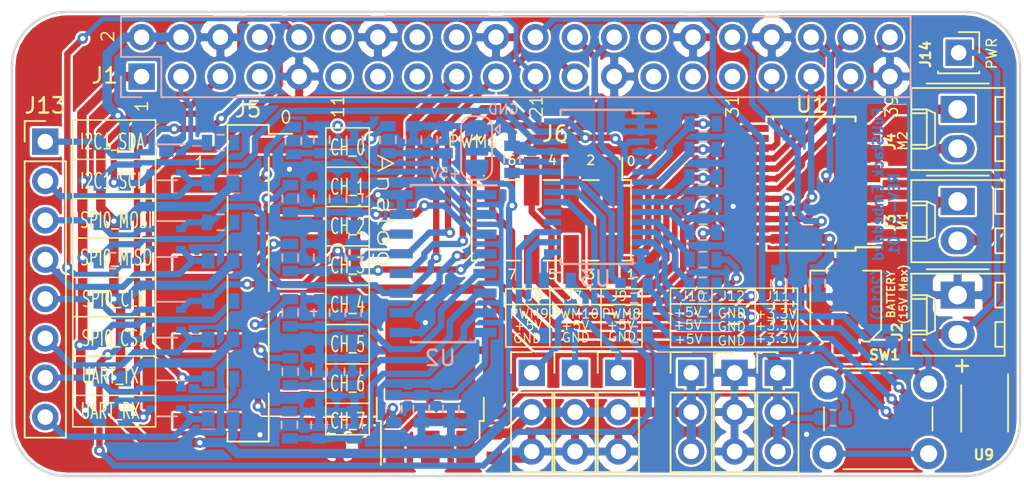
<source format=kicad_pcb>
(kicad_pcb (version 20171130) (host pcbnew 6.0.0-rc1-unknown-829ba27~65~ubuntu17.10.1)
  (title_block (title "FSE RPiShield") (date 2018-01-31) (rev REVB-01) (company "Fullstack Embedded"))
  (layers (0 F.Cu signal) (31 B.Cu signal hide) (34 B.Paste user hide) (35 F.Paste user hide) (36 B.SilkS user hide) (37 F.SilkS user) (38 B.Mask user hide) (39 F.Mask user hide) (44 Edge.Cuts user))
  (net 0 "")
  (net 1 +3V3)
  (net 2 +5V)
  (net 3 +BATT)
  (net 4 GND)
  (net 5 "Net-(C4-Pad1)")
  (net 6 "Net-(C5-Pad1)")
  (net 7 "Net-(C6-Pad1)")
  (net 8 "Net-(C7-Pad1)")
  (net 9 "Net-(C8-Pad1)")
  (net 10 "Net-(J5-Pad8)")
  (net 11 "Net-(J5-Pad7)")
  (net 12 "Net-(J5-Pad6)")
  (net 13 "Net-(J5-Pad5)")
  (net 14 "Net-(J5-Pad4)")
  (net 15 "Net-(J5-Pad3)")
  (net 16 "Net-(J5-Pad2)")
  (net 17 "Net-(J5-Pad1)")
  (net 18 "Net-(C9-Pad1)")
  (net 19 "Net-(C10-Pad1)")
  (net 20 "Net-(J1-Pad24)")
  (net 21 "Net-(J1-Pad32)")
  (net 22 "Net-(J1-Pad33)")
  (net 23 "Net-(J1-Pad35)")
  (net 24 "Net-(J1-Pad36)")
  (net 25 "Net-(J1-Pad37)")
  (net 26 "Net-(J1-Pad40)")
  (net 27 "Net-(J3-Pad1)")
  (net 28 "Net-(J3-Pad2)")
  (net 29 "Net-(J4-Pad1)")
  (net 30 "Net-(J4-Pad2)")
  (net 31 "Net-(J6-Pad1)")
  (net 32 "Net-(J6-Pad2)")
  (net 33 "Net-(J6-Pad3)")
  (net 34 "Net-(J7-Pad1)")
  (net 35 "Net-(J8-Pad1)")
  (net 36 "Net-(J9-Pad1)")
  (net 37 "Net-(J1-Pad38)")
  (net 38 I2C1_SDA_LV)
  (net 39 I2C1_SCL_LV)
  (net 40 "Net-(C11-Pad1)")
  (net 41 "Net-(J6-Pad4)")
  (net 42 "Net-(J6-Pad5)")
  (net 43 "Net-(J6-Pad6)")
  (net 44 "Net-(J6-Pad7)")
  (net 45 "Net-(J6-Pad8)")
  (net 46 I2C1_SDA_HV)
  (net 47 I2C1_SCL_HV)
  (net 48 "Net-(J13-Pad3)")
  (net 49 "Net-(J13-Pad4)")
  (net 50 "Net-(J13-Pad5)")
  (net 51 "Net-(J13-Pad6)")
  (net 52 "Net-(J13-Pad7)")
  (net 53 "Net-(J13-Pad8)")
  (net 54 UART_TX_LV)
  (net 55 UART_RX_LV)
  (net 56 SPI0_MOSI_LV)
  (net 57 SPI0_MISO_LV)
  (net 58 SPI0_CLK_LV)
  (net 59 SPI0_CS1_LV)
  (net 60 "Net-(R9-Pad2)")
  (net 61 "Net-(R18-Pad2)")
  (net 62 "Net-(R19-Pad2)")
  (net 63 "Net-(R20-Pad2)")
  (net 64 "Net-(R21-Pad2)")
  (net 65 "Net-(R22-Pad2)")
  (net 66 "Net-(R23-Pad2)")
  (net 67 "Net-(R24-Pad2)")
  (net 68 "Net-(R25-Pad2)")
  (net 69 "Net-(R26-Pad2)")
  (net 70 "Net-(R27-Pad2)")
  (net 71 "Net-(R28-Pad2)")
  (net 72 "Net-(R29-Pad2)")
  (net 73 "Net-(R46-Pad2)")
  (net 74 "Net-(R47-Pad2)")
  (net 75 "Net-(R48-Pad2)")
  (net 76 PUSH_BUTTON)
  (net 77 "Net-(JP1-Pad2)")
  (net 78 "Net-(R18-Pad1)")
  (net 79 "Net-(R19-Pad1)")
  (net 80 "Net-(R20-Pad1)")
  (net 81 "Net-(SW1-Pad2)")
  (module Resistor_SMD:R_0603_1608Metric (layer B.Cu) (at 13.462 16.0655 180)
    (fp_text reference R42 hide)
    (fp_text value 10k)
    (pad 1 smd rect (at -0.8 0 180) (size 0.82 1) (layers B.Cu B.Paste B.Mask) (net 2 +5V))
    (pad 2 smd rect (at 0.8 0 180) (size 0.82 1) (layers B.Cu B.Paste B.Mask) (net 49 "Net-(J13-Pad4)"))
  )
  (module Package_TO_SOT_SMD:SOT-363_SC-70-6 (layer B.Cu) (at 9.9695 19.8755 180)
    (fp_text reference U6 hide)
    (fp_text value BSS138PS)
    (pad 1 smd rect (at -0.95 0.65 180) (size 0.65 0.4) (layers B.Cu B.Paste B.Mask) (net 58 SPI0_CLK_LV))
    (pad 3 smd rect (at -0.95 -0.65 180) (size 0.65 0.4) (layers B.Cu B.Paste B.Mask) (net 51 "Net-(J13-Pad6)"))
    (pad 5 smd rect (at 0.95 0 180) (size 0.65 0.4) (layers B.Cu B.Paste B.Mask) (net 1 +3V3))
    (pad 2 smd rect (at -0.95 0 180) (size 0.65 0.4) (layers B.Cu B.Paste B.Mask) (net 1 +3V3))
    (pad 4 smd rect (at 0.95 -0.65 180) (size 0.65 0.4) (layers B.Cu B.Paste B.Mask) (net 59 SPI0_CS1_LV))
    (pad 6 smd rect (at 0.95 0.65 180) (size 0.65 0.4) (layers B.Cu B.Paste B.Mask) (net 50 "Net-(J13-Pad5)"))
  )
  (module Package_SO:TSSOP-28_4.4x9.7mm_P0.65mm (layer B.Cu) (at 37.719 11.303 180)
    (fp_text reference U3 (at 0.0762 -5.9182 180) (layer B.SilkS) (effects (justify mirror)))
    (fp_text value PCA9685PW)
    (pad 1 smd rect (at -2.85 4.225 180) (size 1.1 0.4) (layers B.Cu B.Paste B.Mask) (net 4 GND))
    (pad 2 smd rect (at -2.85 3.575 180) (size 1.1 0.4) (layers B.Cu B.Paste B.Mask) (net 4 GND))
    (pad 3 smd rect (at -2.85 2.925 180) (size 1.1 0.4) (layers B.Cu B.Paste B.Mask) (net 2 +5V))
    (pad 4 smd rect (at -2.85 2.275 180) (size 1.1 0.4) (layers B.Cu B.Paste B.Mask) (net 4 GND))
    (pad 5 smd rect (at -2.85 1.625 180) (size 1.1 0.4) (layers B.Cu B.Paste B.Mask) (net 2 +5V))
    (pad 6 smd rect (at -2.85 0.975 180) (size 1.1 0.4) (layers B.Cu B.Paste B.Mask) (net 64 "Net-(R21-Pad2)"))
    (pad 7 smd rect (at -2.85 0.325 180) (size 1.1 0.4) (layers B.Cu B.Paste B.Mask) (net 65 "Net-(R22-Pad2)"))
    (pad 8 smd rect (at -2.85 -0.325 180) (size 1.1 0.4) (layers B.Cu B.Paste B.Mask) (net 66 "Net-(R23-Pad2)"))
    (pad 9 smd rect (at -2.85 -0.975 180) (size 1.1 0.4) (layers B.Cu B.Paste B.Mask) (net 67 "Net-(R24-Pad2)"))
    (pad 10 smd rect (at -2.85 -1.625 180) (size 1.1 0.4) (layers B.Cu B.Paste B.Mask) (net 68 "Net-(R25-Pad2)"))
    (pad 11 smd rect (at -2.85 -2.275 180) (size 1.1 0.4) (layers B.Cu B.Paste B.Mask) (net 69 "Net-(R26-Pad2)"))
    (pad 12 smd rect (at -2.85 -2.925 180) (size 1.1 0.4) (layers B.Cu B.Paste B.Mask) (net 70 "Net-(R27-Pad2)"))
    (pad 13 smd rect (at -2.85 -3.575 180) (size 1.1 0.4) (layers B.Cu B.Paste B.Mask) (net 71 "Net-(R28-Pad2)"))
    (pad 14 smd rect (at -2.85 -4.225 180) (size 1.1 0.4) (layers B.Cu B.Paste B.Mask) (net 4 GND))
    (pad 15 smd rect (at 2.85 -4.225 180) (size 1.1 0.4) (layers B.Cu B.Paste B.Mask) (net 72 "Net-(R29-Pad2)"))
    (pad 16 smd rect (at 2.85 -3.575 180) (size 1.1 0.4) (layers B.Cu B.Paste B.Mask) (net 73 "Net-(R46-Pad2)"))
    (pad 17 smd rect (at 2.85 -2.925 180) (size 1.1 0.4) (layers B.Cu B.Paste B.Mask) (net 74 "Net-(R47-Pad2)"))
    (pad 18 smd rect (at 2.85 -2.275 180) (size 1.1 0.4) (layers B.Cu B.Paste B.Mask))
    (pad 19 smd rect (at 2.85 -1.625 180) (size 1.1 0.4) (layers B.Cu B.Paste B.Mask))
    (pad 20 smd rect (at 2.85 -0.975 180) (size 1.1 0.4) (layers B.Cu B.Paste B.Mask) (net 63 "Net-(R20-Pad2)"))
    (pad 21 smd rect (at 2.85 -0.325 180) (size 1.1 0.4) (layers B.Cu B.Paste B.Mask) (net 62 "Net-(R19-Pad2)"))
    (pad 22 smd rect (at 2.85 0.325 180) (size 1.1 0.4) (layers B.Cu B.Paste B.Mask) (net 61 "Net-(R18-Pad2)"))
    (pad 23 smd rect (at 2.85 0.975 180) (size 1.1 0.4) (layers B.Cu B.Paste B.Mask) (net 60 "Net-(R9-Pad2)"))
    (pad 24 smd rect (at 2.85 1.625 180) (size 1.1 0.4) (layers B.Cu B.Paste B.Mask) (net 77 "Net-(JP1-Pad2)"))
    (pad 25 smd rect (at 2.85 2.275 180) (size 1.1 0.4) (layers B.Cu B.Paste B.Mask) (net 4 GND))
    (pad 26 smd rect (at 2.85 2.925 180) (size 1.1 0.4) (layers B.Cu B.Paste B.Mask) (net 47 I2C1_SCL_HV))
    (pad 27 smd rect (at 2.85 3.575 180) (size 1.1 0.4) (layers B.Cu B.Paste B.Mask) (net 46 I2C1_SDA_HV))
    (pad 28 smd rect (at 2.85 4.225 180) (size 1.1 0.4) (layers B.Cu B.Paste B.Mask) (net 2 +5V))
  )
  (module Package_TO_SOT_SMD:SOT-363_SC-70-6 (layer B.Cu) (at 9.9695 9.7155 180)
    (fp_text reference U5 hide)
    (fp_text value BSS138PS)
    (pad 6 smd rect (at 0.95 0.65 180) (size 0.65 0.4) (layers B.Cu B.Paste B.Mask) (net 46 I2C1_SDA_HV))
    (pad 4 smd rect (at 0.95 -0.65 180) (size 0.65 0.4) (layers B.Cu B.Paste B.Mask) (net 39 I2C1_SCL_LV))
    (pad 2 smd rect (at -0.95 0 180) (size 0.65 0.4) (layers B.Cu B.Paste B.Mask) (net 1 +3V3))
    (pad 5 smd rect (at 0.95 0 180) (size 0.65 0.4) (layers B.Cu B.Paste B.Mask) (net 1 +3V3))
    (pad 3 smd rect (at -0.95 -0.65 180) (size 0.65 0.4) (layers B.Cu B.Paste B.Mask) (net 47 I2C1_SCL_HV))
    (pad 1 smd rect (at -0.95 0.65 180) (size 0.65 0.4) (layers B.Cu B.Paste B.Mask) (net 38 I2C1_SDA_LV))
  )
  (module Resistor_SMD:R_0603_1608Metric (layer B.Cu) (at 6.477 26.289)
    (fp_text reference R37 hide)
    (fp_text value 10k)
    (pad 1 smd rect (at -0.8 0) (size 0.82 1) (layers B.Cu B.Paste B.Mask) (net 1 +3V3))
    (pad 2 smd rect (at 0.8 0) (size 0.82 1) (layers B.Cu B.Paste B.Mask) (net 55 UART_RX_LV))
  )
  (module Capacitor_SMD:C_0603_1608Metric (layer B.Cu) (at 51.943 17.526 270)
    (fp_text reference C3 hide)
    (fp_text value 100n)
    (pad 1 smd rect (at -0.875 0 270) (size 0.67 1) (layers B.Cu B.Paste B.Mask) (net 3 +BATT))
    (pad 2 smd rect (at 0.875 0 270) (size 0.67 1) (layers B.Cu B.Paste B.Mask) (net 4 GND))
  )
  (module Capacitor_SMD:C_0603_1608Metric (layer B.Cu) (at 25.908 8.255 90)
    (fp_text reference C4 hide)
    (fp_text value 10n)
    (pad 2 smd rect (at 0.875 0 90) (size 0.67 1) (layers B.Cu B.Paste B.Mask) (net 4 GND))
    (pad 1 smd rect (at -0.875 0 90) (size 0.67 1) (layers B.Cu B.Paste B.Mask) (net 5 "Net-(C4-Pad1)"))
  )
  (module Capacitor_SMD:C_0603_1608Metric (layer B.Cu) (at 19.987464 8.247907 90)
    (fp_text reference C5 hide)
    (fp_text value 10n)
    (pad 1 smd rect (at -0.875 0 90) (size 0.67 1) (layers B.Cu B.Paste B.Mask) (net 6 "Net-(C5-Pad1)"))
    (pad 2 smd rect (at 0.875 0 90) (size 0.67 1) (layers B.Cu B.Paste B.Mask) (net 4 GND))
  )
  (module Capacitor_SMD:C_0603_1608Metric (layer B.Cu) (at 19.987464 12.057907 90)
    (fp_text reference C6 hide)
    (fp_text value 10n)
    (pad 2 smd rect (at 0.875 0 90) (size 0.67 1) (layers B.Cu B.Paste B.Mask) (net 4 GND))
    (pad 1 smd rect (at -0.875 0 90) (size 0.67 1) (layers B.Cu B.Paste B.Mask) (net 7 "Net-(C6-Pad1)"))
  )
  (module Capacitor_SMD:C_0603_1608Metric (layer B.Cu) (at 19.987464 15.867907 90)
    (fp_text reference C7 hide)
    (fp_text value 10n)
    (pad 1 smd rect (at -0.875 0 90) (size 0.67 1) (layers B.Cu B.Paste B.Mask) (net 8 "Net-(C7-Pad1)"))
    (pad 2 smd rect (at 0.875 0 90) (size 0.67 1) (layers B.Cu B.Paste B.Mask) (net 4 GND))
  )
  (module Capacitor_SMD:C_0603_1608Metric (layer B.Cu) (at 19.987464 19.423907 90)
    (fp_text reference C8 hide)
    (fp_text value 10n)
    (pad 2 smd rect (at 0.875 0 90) (size 0.67 1) (layers B.Cu B.Paste B.Mask) (net 4 GND))
    (pad 1 smd rect (at -0.875 0 90) (size 0.67 1) (layers B.Cu B.Paste B.Mask) (net 9 "Net-(C8-Pad1)"))
  )
  (module Capacitor_SMD:C_0603_1608Metric (layer B.Cu) (at 19.812 23.233907 90)
    (fp_text reference C9 hide)
    (fp_text value 10n)
    (pad 1 smd rect (at -0.875 0 90) (size 0.67 1) (layers B.Cu B.Paste B.Mask) (net 18 "Net-(C9-Pad1)"))
    (pad 2 smd rect (at 0.875 0 90) (size 0.67 1) (layers B.Cu B.Paste B.Mask) (net 4 GND))
  )
  (module Capacitor_SMD:C_0603_1608Metric (layer B.Cu) (at 19.812 26.67 90)
    (fp_text reference C10 hide)
    (fp_text value 10n)
    (pad 2 smd rect (at 0.875 0 90) (size 0.67 1) (layers B.Cu B.Paste B.Mask) (net 4 GND))
    (pad 1 smd rect (at -0.875 0 90) (size 0.67 1) (layers B.Cu B.Paste B.Mask) (net 19 "Net-(C10-Pad1)"))
  )
  (module Connector_PinSocket_2.54mm:PinSocket_2x20_P2.54mm_Vertical (layer B.Cu) (at 8.37 4.18 270)
    (fp_text reference J1 (at -0.0652 2.3756 180) (layer F.SilkS))
    (fp_text value RaspberryPi)
    (pad 1 thru_hole rect (at 0 0 270) (size 1.7 1.7) (drill 1) (layers *.Cu *.Mask) (net 1 +3V3))
    (pad 2 thru_hole oval (at -2.54 0 270) (size 1.7 1.7) (drill 1) (layers *.Cu *.Mask) (net 2 +5V))
    (pad 3 thru_hole oval (at 0 -2.54 270) (size 1.7 1.7) (drill 1) (layers *.Cu *.Mask) (net 38 I2C1_SDA_LV))
    (pad 4 thru_hole oval (at -2.54 -2.54 270) (size 1.7 1.7) (drill 1) (layers *.Cu *.Mask) (net 2 +5V))
    (pad 5 thru_hole oval (at 0 -5.08 270) (size 1.7 1.7) (drill 1) (layers *.Cu *.Mask) (net 39 I2C1_SCL_LV))
    (pad 6 thru_hole oval (at -2.54 -5.08 270) (size 1.7 1.7) (drill 1) (layers *.Cu *.Mask) (net 4 GND))
    (pad 7 thru_hole oval (at 0 -7.62 270) (size 1.7 1.7) (drill 1) (layers *.Cu *.Mask))
    (pad 8 thru_hole oval (at -2.54 -7.62 270) (size 1.7 1.7) (drill 1) (layers *.Cu *.Mask) (net 54 UART_TX_LV))
    (pad 9 thru_hole oval (at 0 -10.16 270) (size 1.7 1.7) (drill 1) (layers *.Cu *.Mask) (net 4 GND))
    (pad 10 thru_hole oval (at -2.54 -10.16 270) (size 1.7 1.7) (drill 1) (layers *.Cu *.Mask) (net 55 UART_RX_LV))
    (pad 11 thru_hole oval (at 0 -12.7 270) (size 1.7 1.7) (drill 1) (layers *.Cu *.Mask))
    (pad 12 thru_hole oval (at -2.54 -12.7 270) (size 1.7 1.7) (drill 1) (layers *.Cu *.Mask))
    (pad 13 thru_hole oval (at 0 -15.24 270) (size 1.7 1.7) (drill 1) (layers *.Cu *.Mask))
    (pad 14 thru_hole oval (at -2.54 -15.24 270) (size 1.7 1.7) (drill 1) (layers *.Cu *.Mask) (net 4 GND))
    (pad 15 thru_hole oval (at 0 -17.78 270) (size 1.7 1.7) (drill 1) (layers *.Cu *.Mask))
    (pad 16 thru_hole oval (at -2.54 -17.78 270) (size 1.7 1.7) (drill 1) (layers *.Cu *.Mask))
    (pad 17 thru_hole oval (at 0 -20.32 270) (size 1.7 1.7) (drill 1) (layers *.Cu *.Mask) (net 1 +3V3))
    (pad 18 thru_hole oval (at -2.54 -20.32 270) (size 1.7 1.7) (drill 1) (layers *.Cu *.Mask))
    (pad 19 thru_hole oval (at 0 -22.86 270) (size 1.7 1.7) (drill 1) (layers *.Cu *.Mask) (net 56 SPI0_MOSI_LV))
    (pad 20 thru_hole oval (at -2.54 -22.86 270) (size 1.7 1.7) (drill 1) (layers *.Cu *.Mask) (net 4 GND))
    (pad 21 thru_hole oval (at 0 -25.4 270) (size 1.7 1.7) (drill 1) (layers *.Cu *.Mask) (net 57 SPI0_MISO_LV))
    (pad 22 thru_hole oval (at -2.54 -25.4 270) (size 1.7 1.7) (drill 1) (layers *.Cu *.Mask) (net 76 PUSH_BUTTON))
    (pad 23 thru_hole oval (at 0 -27.94 270) (size 1.7 1.7) (drill 1) (layers *.Cu *.Mask) (net 58 SPI0_CLK_LV))
    (pad 24 thru_hole oval (at -2.54 -27.94 270) (size 1.7 1.7) (drill 1) (layers *.Cu *.Mask) (net 20 "Net-(J1-Pad24)"))
    (pad 25 thru_hole oval (at 0 -30.48 270) (size 1.7 1.7) (drill 1) (layers *.Cu *.Mask) (net 4 GND))
    (pad 26 thru_hole oval (at -2.54 -30.48 270) (size 1.7 1.7) (drill 1) (layers *.Cu *.Mask) (net 59 SPI0_CS1_LV))
    (pad 27 thru_hole oval (at 0 -33.02 270) (size 1.7 1.7) (drill 1) (layers *.Cu *.Mask))
    (pad 28 thru_hole oval (at -2.54 -33.02 270) (size 1.7 1.7) (drill 1) (layers *.Cu *.Mask))
    (pad 29 thru_hole oval (at 0 -35.56 270) (size 1.7 1.7) (drill 1) (layers *.Cu *.Mask))
    (pad 30 thru_hole oval (at -2.54 -35.56 270) (size 1.7 1.7) (drill 1) (layers *.Cu *.Mask) (net 4 GND))
    (pad 31 thru_hole oval (at 0 -38.1 270) (size 1.7 1.7) (drill 1) (layers *.Cu *.Mask))
    (pad 32 thru_hole oval (at -2.54 -38.1 270) (size 1.7 1.7) (drill 1) (layers *.Cu *.Mask) (net 21 "Net-(J1-Pad32)"))
    (pad 33 thru_hole oval (at 0 -40.64 270) (size 1.7 1.7) (drill 1) (layers *.Cu *.Mask) (net 22 "Net-(J1-Pad33)"))
    (pad 34 thru_hole oval (at -2.54 -40.64 270) (size 1.7 1.7) (drill 1) (layers *.Cu *.Mask) (net 4 GND))
    (pad 35 thru_hole oval (at 0 -43.18 270) (size 1.7 1.7) (drill 1) (layers *.Cu *.Mask) (net 23 "Net-(J1-Pad35)"))
    (pad 36 thru_hole oval (at -2.54 -43.18 270) (size 1.7 1.7) (drill 1) (layers *.Cu *.Mask) (net 24 "Net-(J1-Pad36)"))
    (pad 37 thru_hole oval (at 0 -45.72 270) (size 1.7 1.7) (drill 1) (layers *.Cu *.Mask) (net 25 "Net-(J1-Pad37)"))
    (pad 38 thru_hole oval (at -2.54 -45.72 270) (size 1.7 1.7) (drill 1) (layers *.Cu *.Mask) (net 37 "Net-(J1-Pad38)"))
    (pad 39 thru_hole oval (at 0 -48.26 270) (size 1.7 1.7) (drill 1) (layers *.Cu *.Mask) (net 4 GND))
    (pad 40 thru_hole oval (at -2.54 -48.26 270) (size 1.7 1.7) (drill 1) (layers *.Cu *.Mask) (net 26 "Net-(J1-Pad40)"))
  )
  (module Connector_Molex:Molex_KK-254_AE-6410-02A_1x02_P2.54mm_Vertical (layer F.Cu) (at 61 18.288 270)
    (fp_text reference J2 (at 2.3368 3.9008 270) (layer F.SilkS) (effects (font (size 0.65 0.65))))
    (fp_text value Conn_01x02)
    (pad 2 thru_hole oval (at 2.54 0 270) (size 1.74 2.2) (drill 1.2) (layers *.Cu *.Mask) (net 3 +BATT))
    (pad 1 thru_hole rect (at 0 0 270) (size 1.74 2.2) (drill 1.2) (layers *.Cu *.Mask) (net 4 GND))
  )
  (module Connector_Molex:Molex_KK-254_AE-6410-02A_1x02_P2.54mm_Vertical (layer F.Cu) (at 61 12.2428 270)
    (fp_text reference J3 (at 1.3716 4.358 90) (layer F.SilkS) (effects (font (size 0.65 0.65))))
    (fp_text value Conn_01x02)
    (pad 1 thru_hole rect (at 0 0 270) (size 1.74 2.2) (drill 1.2) (layers *.Cu *.Mask) (net 27 "Net-(J3-Pad1)"))
    (pad 2 thru_hole oval (at 2.54 0 270) (size 1.74 2.2) (drill 1.2) (layers *.Cu *.Mask) (net 28 "Net-(J3-Pad2)"))
  )
  (module Connector_Molex:Molex_KK-254_AE-6410-02A_1x02_P2.54mm_Vertical (layer F.Cu) (at 61 6.2992 270)
    (fp_text reference J4 (at 2.0828 4.358 90) (layer F.SilkS) (effects (font (size 0.65 0.65))))
    (fp_text value Conn_01x02)
    (pad 1 thru_hole rect (at 0 0 270) (size 1.74 2.2) (drill 1.2) (layers *.Cu *.Mask) (net 29 "Net-(J4-Pad1)"))
    (pad 2 thru_hole oval (at 2.54 0 270) (size 1.74 2.2) (drill 1.2) (layers *.Cu *.Mask) (net 30 "Net-(J4-Pad2)"))
  )
  (module Connector_PinHeader_2.54mm:PinHeader_1x03_P2.54mm_Vertical (layer F.Cu) (at 36.322 23.3045)
    (fp_text reference J7 hide)
    (fp_text value Conn_01x03)
    (pad 3 thru_hole oval (at 0 5.08) (size 1.7 1.7) (drill 1) (layers *.Cu *.Mask) (net 4 GND))
    (pad 2 thru_hole oval (at 0 2.54) (size 1.7 1.7) (drill 1) (layers *.Cu *.Mask) (net 2 +5V))
    (pad 1 thru_hole rect (at 0 0) (size 1.7 1.7) (drill 1) (layers *.Cu *.Mask) (net 34 "Net-(J7-Pad1)"))
  )
  (module Connector_PinHeader_2.54mm:PinHeader_1x03_P2.54mm_Vertical (layer F.Cu) (at 33.528 23.3045)
    (fp_text reference J8 hide)
    (fp_text value Conn_01x03)
    (pad 1 thru_hole rect (at 0 0) (size 1.7 1.7) (drill 1) (layers *.Cu *.Mask) (net 35 "Net-(J8-Pad1)"))
    (pad 2 thru_hole oval (at 0 2.54) (size 1.7 1.7) (drill 1) (layers *.Cu *.Mask) (net 2 +5V))
    (pad 3 thru_hole oval (at 0 5.08) (size 1.7 1.7) (drill 1) (layers *.Cu *.Mask) (net 4 GND))
  )
  (module Connector_PinHeader_2.54mm:PinHeader_1x03_P2.54mm_Vertical (layer F.Cu) (at 39.116 23.3045)
    (fp_text reference J9 hide)
    (fp_text value Conn_01x03)
    (pad 3 thru_hole oval (at 0 5.08) (size 1.7 1.7) (drill 1) (layers *.Cu *.Mask) (net 4 GND))
    (pad 2 thru_hole oval (at 0 2.54) (size 1.7 1.7) (drill 1) (layers *.Cu *.Mask) (net 2 +5V))
    (pad 1 thru_hole rect (at 0 0) (size 1.7 1.7) (drill 1) (layers *.Cu *.Mask) (net 36 "Net-(J9-Pad1)"))
  )
  (module Connector_PinHeader_2.54mm:PinHeader_1x03_P2.54mm_Vertical (layer F.Cu) (at 43.815 23.3045)
    (fp_text reference J10 hide)
    (fp_text value Conn_01x03)
    (pad 1 thru_hole rect (at 0 0) (size 1.7 1.7) (drill 1) (layers *.Cu *.Mask) (net 2 +5V))
    (pad 2 thru_hole oval (at 0 2.54) (size 1.7 1.7) (drill 1) (layers *.Cu *.Mask) (net 2 +5V))
    (pad 3 thru_hole oval (at 0 5.08) (size 1.7 1.7) (drill 1) (layers *.Cu *.Mask) (net 2 +5V))
  )
  (module Connector_PinHeader_2.54mm:PinHeader_1x03_P2.54mm_Vertical (layer F.Cu) (at 49.403 23.3045)
    (fp_text reference J11 hide)
    (fp_text value Conn_01x03)
    (pad 3 thru_hole oval (at 0 5.08) (size 1.7 1.7) (drill 1) (layers *.Cu *.Mask) (net 1 +3V3))
    (pad 2 thru_hole oval (at 0 2.54) (size 1.7 1.7) (drill 1) (layers *.Cu *.Mask) (net 1 +3V3))
    (pad 1 thru_hole rect (at 0 0) (size 1.7 1.7) (drill 1) (layers *.Cu *.Mask) (net 1 +3V3))
  )
  (module Resistor_SMD:R_0603_1608Metric (layer B.Cu) (at 27.94 8.255 90)
    (fp_text reference R1 hide)
    (fp_text value 1k)
    (pad 2 smd rect (at 0.875 0 90) (size 0.67 1) (layers B.Cu B.Paste B.Mask) (net 4 GND))
    (pad 1 smd rect (at -0.875 0 90) (size 0.67 1) (layers B.Cu B.Paste B.Mask) (net 5 "Net-(C4-Pad1)"))
  )
  (module Resistor_SMD:R_0603_1608Metric (layer B.Cu) (at 22.098 8.255 90)
    (fp_text reference R2 hide)
    (fp_text value 1k)
    (pad 2 smd rect (at 0.875 0 90) (size 0.67 1) (layers B.Cu B.Paste B.Mask) (net 4 GND))
    (pad 1 smd rect (at -0.875 0 90) (size 0.67 1) (layers B.Cu B.Paste B.Mask) (net 6 "Net-(C5-Pad1)"))
  )
  (module Resistor_SMD:R_0603_1608Metric (layer B.Cu) (at 22.098 12.065 90)
    (fp_text reference R3 hide)
    (fp_text value 1k)
    (pad 1 smd rect (at -0.875 0 90) (size 0.67 1) (layers B.Cu B.Paste B.Mask) (net 7 "Net-(C6-Pad1)"))
    (pad 2 smd rect (at 0.875 0 90) (size 0.67 1) (layers B.Cu B.Paste B.Mask) (net 4 GND))
  )
  (module Resistor_SMD:R_0603_1608Metric (layer B.Cu) (at 22.019464 15.875 90)
    (fp_text reference R4 hide)
    (fp_text value 1k)
    (pad 2 smd rect (at 0.875 0 90) (size 0.67 1) (layers B.Cu B.Paste B.Mask) (net 4 GND))
    (pad 1 smd rect (at -0.875 0 90) (size 0.67 1) (layers B.Cu B.Paste B.Mask) (net 8 "Net-(C7-Pad1)"))
  )
  (module Resistor_SMD:R_0603_1608Metric (layer B.Cu) (at 22.019464 19.431 90)
    (fp_text reference R5 hide)
    (fp_text value 10k)
    (pad 2 smd rect (at 0.875 0 90) (size 0.67 1) (layers B.Cu B.Paste B.Mask) (net 4 GND))
    (pad 1 smd rect (at -0.875 0 90) (size 0.67 1) (layers B.Cu B.Paste B.Mask) (net 9 "Net-(C8-Pad1)"))
  )
  (module Resistor_SMD:R_0603_1608Metric (layer B.Cu) (at 21.971 23.241 90)
    (fp_text reference R6 hide)
    (fp_text value 10k)
    (pad 1 smd rect (at -0.875 0 90) (size 0.67 1) (layers B.Cu B.Paste B.Mask) (net 18 "Net-(C9-Pad1)"))
    (pad 2 smd rect (at 0.875 0 90) (size 0.67 1) (layers B.Cu B.Paste B.Mask) (net 4 GND))
  )
  (module Resistor_SMD:R_0603_1608Metric (layer B.Cu) (at 22.098 26.67 90)
    (fp_text reference R7 hide)
    (fp_text value 10k)
    (pad 1 smd rect (at -0.875 0 90) (size 0.67 1) (layers B.Cu B.Paste B.Mask) (net 19 "Net-(C10-Pad1)"))
    (pad 2 smd rect (at 0.875 0 90) (size 0.67 1) (layers B.Cu B.Paste B.Mask) (net 4 GND))
  )
  (module Resistor_SMD:R_0603_1608Metric (layer B.Cu) (at 28.319016 25.633509 270)
    (fp_text reference R8 hide)
    (fp_text value 10k)
    (pad 1 smd rect (at -0.875 0 270) (size 0.67 1) (layers B.Cu B.Paste B.Mask) (net 40 "Net-(C11-Pad1)"))
    (pad 2 smd rect (at 0.875 0 270) (size 0.67 1) (layers B.Cu B.Paste B.Mask) (net 4 GND))
  )
  (module Resistor_SMD:R_0603_1608Metric (layer B.Cu) (at 32.258 9.525 270)
    (fp_text reference R9 hide)
    (fp_text value 10k)
    (pad 2 smd rect (at 0.875 0 270) (size 0.67 1) (layers B.Cu B.Paste B.Mask) (net 60 "Net-(R9-Pad2)"))
    (pad 1 smd rect (at -0.875 0 270) (size 0.67 1) (layers B.Cu B.Paste B.Mask) (net 4 GND))
  )
  (module Resistor_SMD:R_0603_1608Metric (layer B.Cu) (at 24.257 8.255 270)
    (fp_text reference R10 hide)
    (fp_text value 1k)
    (pad 1 smd rect (at -0.875 0 270) (size 0.67 1) (layers B.Cu B.Paste B.Mask) (net 17 "Net-(J5-Pad1)"))
    (pad 2 smd rect (at 0.875 0 270) (size 0.67 1) (layers B.Cu B.Paste B.Mask) (net 5 "Net-(C4-Pad1)"))
  )
  (module Resistor_SMD:R_0603_1608Metric (layer B.Cu) (at 18.161 8.3185 270)
    (fp_text reference R11 hide)
    (fp_text value 1k)
    (pad 1 smd rect (at -0.875 0 270) (size 0.67 1) (layers B.Cu B.Paste B.Mask) (net 16 "Net-(J5-Pad2)"))
    (pad 2 smd rect (at 0.875 0 270) (size 0.67 1) (layers B.Cu B.Paste B.Mask) (net 6 "Net-(C5-Pad1)"))
  )
  (module Resistor_SMD:R_0603_1608Metric (layer B.Cu) (at 17.955464 12.057907 270)
    (fp_text reference R12 hide)
    (fp_text value 1k)
    (pad 2 smd rect (at 0.875 0 270) (size 0.67 1) (layers B.Cu B.Paste B.Mask) (net 7 "Net-(C6-Pad1)"))
    (pad 1 smd rect (at -0.875 0 270) (size 0.67 1) (layers B.Cu B.Paste B.Mask) (net 15 "Net-(J5-Pad3)"))
  )
  (module Resistor_SMD:R_0603_1608Metric (layer B.Cu) (at 17.955464 15.867907 270)
    (fp_text reference R13 hide)
    (fp_text value 1k)
    (pad 1 smd rect (at -0.875 0 270) (size 0.67 1) (layers B.Cu B.Paste B.Mask) (net 14 "Net-(J5-Pad4)"))
    (pad 2 smd rect (at 0.875 0 270) (size 0.67 1) (layers B.Cu B.Paste B.Mask) (net 8 "Net-(C7-Pad1)"))
  )
  (module Resistor_SMD:R_0603_1608Metric (layer B.Cu) (at 17.955464 19.423907 270)
    (fp_text reference R14 hide)
    (fp_text value 22k)
    (pad 2 smd rect (at 0.875 0 270) (size 0.67 1) (layers B.Cu B.Paste B.Mask) (net 9 "Net-(C8-Pad1)"))
    (pad 1 smd rect (at -0.875 0 270) (size 0.67 1) (layers B.Cu B.Paste B.Mask) (net 13 "Net-(J5-Pad5)"))
  )
  (module Resistor_SMD:R_0603_1608Metric (layer B.Cu) (at 17.955464 23.233907 270)
    (fp_text reference R15 hide)
    (fp_text value 22k)
    (pad 1 smd rect (at -0.875 0 270) (size 0.67 1) (layers B.Cu B.Paste B.Mask) (net 12 "Net-(J5-Pad6)"))
    (pad 2 smd rect (at 0.875 0 270) (size 0.67 1) (layers B.Cu B.Paste B.Mask) (net 18 "Net-(C9-Pad1)"))
  )
  (module Resistor_SMD:R_0603_1608Metric (layer B.Cu) (at 17.907 26.67 270)
    (fp_text reference R16 hide)
    (fp_text value 22k)
    (pad 2 smd rect (at 0.875 0 270) (size 0.67 1) (layers B.Cu B.Paste B.Mask) (net 19 "Net-(C10-Pad1)"))
    (pad 1 smd rect (at -0.875 0 270) (size 0.67 1) (layers B.Cu B.Paste B.Mask) (net 11 "Net-(J5-Pad7)"))
  )
  (module Resistor_SMD:R_0603_1608Metric (layer B.Cu) (at 24.636016 25.619509 90)
    (fp_text reference R17 hide)
    (fp_text value 22k)
    (pad 2 smd rect (at 0.875 0 90) (size 0.67 1) (layers B.Cu B.Paste B.Mask) (net 40 "Net-(C11-Pad1)"))
    (pad 1 smd rect (at -0.875 0 90) (size 0.67 1) (layers B.Cu B.Paste B.Mask) (net 10 "Net-(J5-Pad8)"))
  )
  (module Resistor_SMD:R_0603_1608Metric (layer B.Cu) (at 40.132 17.653 180)
    (fp_text reference R18 hide)
    (fp_text value 220)
    (pad 1 smd rect (at -0.875 0 180) (size 0.67 1) (layers B.Cu B.Paste B.Mask) (net 78 "Net-(R18-Pad1)"))
    (pad 2 smd rect (at 0.875 0 180) (size 0.67 1) (layers B.Cu B.Paste B.Mask) (net 61 "Net-(R18-Pad2)"))
  )
  (module Resistor_SMD:R_0603_1608Metric (layer B.Cu) (at 40.132 19.304 180)
    (fp_text reference R19 hide)
    (fp_text value 220)
    (pad 1 smd rect (at -0.875 0 180) (size 0.67 1) (layers B.Cu B.Paste B.Mask) (net 79 "Net-(R19-Pad1)"))
    (pad 2 smd rect (at 0.875 0 180) (size 0.67 1) (layers B.Cu B.Paste B.Mask) (net 62 "Net-(R19-Pad2)"))
  )
  (module Resistor_SMD:R_0603_1608Metric (layer B.Cu) (at 40.132 20.828 180)
    (fp_text reference R20 hide)
    (fp_text value 220)
    (pad 2 smd rect (at 0.875 0 180) (size 0.67 1) (layers B.Cu B.Paste B.Mask) (net 63 "Net-(R20-Pad2)"))
    (pad 1 smd rect (at -0.875 0 180) (size 0.67 1) (layers B.Cu B.Paste B.Mask) (net 80 "Net-(R20-Pad1)"))
  )
  (module Resistor_SMD:R_0603_1608Metric (layer B.Cu) (at 44.5897 7.2263 180)
    (fp_text reference R21 hide)
    (fp_text value 220)
    (pad 2 smd rect (at 0.875 0 180) (size 0.67 1) (layers B.Cu B.Paste B.Mask) (net 64 "Net-(R21-Pad2)"))
    (pad 1 smd rect (at -0.875 0 180) (size 0.67 1) (layers B.Cu B.Paste B.Mask) (net 31 "Net-(J6-Pad1)"))
  )
  (module Resistor_SMD:R_0603_1608Metric (layer B.Cu) (at 44.577 8.89 180)
    (fp_text reference R22 hide)
    (fp_text value 220)
    (pad 1 smd rect (at -0.875 0 180) (size 0.67 1) (layers B.Cu B.Paste B.Mask) (net 32 "Net-(J6-Pad2)"))
    (pad 2 smd rect (at 0.875 0 180) (size 0.67 1) (layers B.Cu B.Paste B.Mask) (net 65 "Net-(R22-Pad2)"))
  )
  (module Resistor_SMD:R_0603_1608Metric (layer B.Cu) (at 44.577 10.668 180)
    (fp_text reference R23 hide)
    (fp_text value 220)
    (pad 2 smd rect (at 0.875 0 180) (size 0.67 1) (layers B.Cu B.Paste B.Mask) (net 66 "Net-(R23-Pad2)"))
    (pad 1 smd rect (at -0.875 0 180) (size 0.67 1) (layers B.Cu B.Paste B.Mask) (net 33 "Net-(J6-Pad3)"))
  )
  (module Resistor_SMD:R_0603_1608Metric (layer B.Cu) (at 44.577 12.446 180)
    (fp_text reference R24 hide)
    (fp_text value 220)
    (pad 1 smd rect (at -0.875 0 180) (size 0.67 1) (layers B.Cu B.Paste B.Mask) (net 41 "Net-(J6-Pad4)"))
    (pad 2 smd rect (at 0.875 0 180) (size 0.67 1) (layers B.Cu B.Paste B.Mask) (net 67 "Net-(R24-Pad2)"))
  )
  (module Resistor_SMD:R_0603_1608Metric (layer B.Cu) (at 44.577 14.224 180)
    (fp_text reference R25 hide)
    (fp_text value 220)
    (pad 2 smd rect (at 0.875 0 180) (size 0.67 1) (layers B.Cu B.Paste B.Mask) (net 68 "Net-(R25-Pad2)"))
    (pad 1 smd rect (at -0.875 0 180) (size 0.67 1) (layers B.Cu B.Paste B.Mask) (net 42 "Net-(J6-Pad5)"))
  )
  (module Resistor_SMD:R_0603_1608Metric (layer B.Cu) (at 44.577 16.002 180)
    (fp_text reference R26 hide)
    (fp_text value 220)
    (pad 1 smd rect (at -0.875 0 180) (size 0.67 1) (layers B.Cu B.Paste B.Mask) (net 43 "Net-(J6-Pad6)"))
    (pad 2 smd rect (at 0.875 0 180) (size 0.67 1) (layers B.Cu B.Paste B.Mask) (net 69 "Net-(R26-Pad2)"))
  )
  (module Resistor_SMD:R_0603_1608Metric (layer B.Cu) (at 44.577 17.653 180)
    (fp_text reference R27 hide)
    (fp_text value 220)
    (pad 2 smd rect (at 0.875 0 180) (size 0.67 1) (layers B.Cu B.Paste B.Mask) (net 70 "Net-(R27-Pad2)"))
    (pad 1 smd rect (at -0.875 0 180) (size 0.67 1) (layers B.Cu B.Paste B.Mask) (net 44 "Net-(J6-Pad7)"))
  )
  (module Resistor_SMD:R_0603_1608Metric (layer B.Cu) (at 44.577 19.177 180)
    (fp_text reference R28 hide)
    (fp_text value 220)
    (pad 2 smd rect (at 0.875 0 180) (size 0.67 1) (layers B.Cu B.Paste B.Mask) (net 71 "Net-(R28-Pad2)"))
    (pad 1 smd rect (at -0.875 0 180) (size 0.67 1) (layers B.Cu B.Paste B.Mask) (net 45 "Net-(J6-Pad8)"))
  )
  (module Resistor_SMD:R_0603_1608Metric (layer B.Cu) (at 35.179 17.3355 180)
    (fp_text reference R29 hide)
    (fp_text value 220)
    (pad 1 smd rect (at -0.875 0 180) (size 0.67 1) (layers B.Cu B.Paste B.Mask) (net 36 "Net-(J9-Pad1)"))
    (pad 2 smd rect (at 0.875 0 180) (size 0.67 1) (layers B.Cu B.Paste B.Mask) (net 72 "Net-(R29-Pad2)"))
  )
  (module Resistor_SMD:R_0603_1608Metric (layer B.Cu) (at 13.462 13.589 180)
    (fp_text reference R30 hide)
    (fp_text value 10k)
    (pad 2 smd rect (at 0.875 0 180) (size 0.67 1) (layers B.Cu B.Paste B.Mask) (net 56 SPI0_MOSI_LV))
    (pad 1 smd rect (at -0.875 0 180) (size 0.67 1) (layers B.Cu B.Paste B.Mask) (net 1 +3V3))
  )
  (module Resistor_SMD:R_0603_1608Metric (layer B.Cu) (at 6.477 16.0655)
    (fp_text reference R31 hide)
    (fp_text value 10k)
    (pad 1 smd rect (at -0.875 0) (size 0.67 1) (layers B.Cu B.Paste B.Mask) (net 1 +3V3))
    (pad 2 smd rect (at 0.875 0) (size 0.67 1) (layers B.Cu B.Paste B.Mask) (net 57 SPI0_MISO_LV))
  )
  (module Resistor_SMD:R_0603_1608Metric (layer B.Cu) (at 13.462 8.4455 180)
    (fp_text reference R32 hide)
    (fp_text value 10k)
    (pad 1 smd rect (at -0.875 0 180) (size 0.67 1) (layers B.Cu B.Paste B.Mask) (net 1 +3V3))
    (pad 2 smd rect (at 0.875 0 180) (size 0.67 1) (layers B.Cu B.Paste B.Mask) (net 38 I2C1_SDA_LV))
  )
  (module Package_TO_SOT_SMD:SOT-363_SC-70-6 (layer B.Cu) (at 9.9695 24.9555 180)
    (fp_text reference U7 hide)
    (fp_text value BSS138PS)
    (pad 6 smd rect (at 0.95 0.65 180) (size 0.65 0.4) (layers B.Cu B.Paste B.Mask) (net 52 "Net-(J13-Pad7)"))
    (pad 4 smd rect (at 0.95 -0.65 180) (size 0.65 0.4) (layers B.Cu B.Paste B.Mask) (net 55 UART_RX_LV))
    (pad 2 smd rect (at -0.95 0 180) (size 0.65 0.4) (layers B.Cu B.Paste B.Mask) (net 1 +3V3))
    (pad 5 smd rect (at 0.95 0 180) (size 0.65 0.4) (layers B.Cu B.Paste B.Mask) (net 1 +3V3))
    (pad 3 smd rect (at -0.95 -0.65 180) (size 0.65 0.4) (layers B.Cu B.Paste B.Mask) (net 53 "Net-(J13-Pad8)"))
    (pad 1 smd rect (at -0.95 0.65 180) (size 0.65 0.4) (layers B.Cu B.Paste B.Mask) (net 54 UART_TX_LV))
  )
  (module Package_SO:SSOP-24_5.3x8.2mm_P0.65mm (layer F.Cu) (at 51.5366 11.0998 180)
    (fp_text reference U1 (at -0.0254 5.1054 180) (layer F.SilkS))
    (fp_text value TB6612FNG)
    (pad 1 smd rect (at -3.6 -3.575 180) (size 1.75 0.45) (layers F.Cu F.Paste F.Mask) (net 27 "Net-(J3-Pad1)"))
    (pad 2 smd rect (at -3.6 -2.925 180) (size 1.75 0.45) (layers F.Cu F.Paste F.Mask) (net 27 "Net-(J3-Pad1)"))
    (pad 3 smd rect (at -3.6 -2.275 180) (size 1.75 0.45) (layers F.Cu F.Paste F.Mask) (net 4 GND))
    (pad 4 smd rect (at -3.6 -1.625 180) (size 1.75 0.45) (layers F.Cu F.Paste F.Mask) (net 4 GND))
    (pad 5 smd rect (at -3.6 -0.975 180) (size 1.75 0.45) (layers F.Cu F.Paste F.Mask) (net 28 "Net-(J3-Pad2)"))
    (pad 6 smd rect (at -3.6 -0.325 180) (size 1.75 0.45) (layers F.Cu F.Paste F.Mask) (net 28 "Net-(J3-Pad2)"))
    (pad 7 smd rect (at -3.6 0.325 180) (size 1.75 0.45) (layers F.Cu F.Paste F.Mask) (net 30 "Net-(J4-Pad2)"))
    (pad 8 smd rect (at -3.6 0.975 180) (size 1.75 0.45) (layers F.Cu F.Paste F.Mask) (net 30 "Net-(J4-Pad2)"))
    (pad 9 smd rect (at -3.6 1.625 180) (size 1.75 0.45) (layers F.Cu F.Paste F.Mask) (net 4 GND))
    (pad 10 smd rect (at -3.6 2.275 180) (size 1.75 0.45) (layers F.Cu F.Paste F.Mask) (net 4 GND))
    (pad 11 smd rect (at -3.6 2.925 180) (size 1.75 0.45) (layers F.Cu F.Paste F.Mask) (net 29 "Net-(J4-Pad1)"))
    (pad 12 smd rect (at -3.6 3.575 180) (size 1.75 0.45) (layers F.Cu F.Paste F.Mask) (net 29 "Net-(J4-Pad1)"))
    (pad 13 smd rect (at 3.6 3.575 180) (size 1.75 0.45) (layers F.Cu F.Paste F.Mask) (net 3 +BATT))
    (pad 14 smd rect (at 3.6 2.925 180) (size 1.75 0.45) (layers F.Cu F.Paste F.Mask) (net 3 +BATT))
    (pad 15 smd rect (at 3.6 2.275 180) (size 1.75 0.45) (layers F.Cu F.Paste F.Mask) (net 22 "Net-(J1-Pad33)"))
    (pad 16 smd rect (at 3.6 1.625 180) (size 1.75 0.45) (layers F.Cu F.Paste F.Mask) (net 37 "Net-(J1-Pad38)"))
    (pad 17 smd rect (at 3.6 0.975 180) (size 1.75 0.45) (layers F.Cu F.Paste F.Mask) (net 25 "Net-(J1-Pad37)"))
    (pad 18 smd rect (at 3.6 0.325 180) (size 1.75 0.45) (layers F.Cu F.Paste F.Mask) (net 4 GND))
    (pad 19 smd rect (at 3.6 -0.325 180) (size 1.75 0.45) (layers F.Cu F.Paste F.Mask) (net 26 "Net-(J1-Pad40)"))
    (pad 20 smd rect (at 3.6 -0.975 180) (size 1.75 0.45) (layers F.Cu F.Paste F.Mask) (net 1 +3V3))
    (pad 21 smd rect (at 3.6 -1.625 180) (size 1.75 0.45) (layers F.Cu F.Paste F.Mask) (net 23 "Net-(J1-Pad35)"))
    (pad 22 smd rect (at 3.6 -2.275 180) (size 1.75 0.45) (layers F.Cu F.Paste F.Mask) (net 24 "Net-(J1-Pad36)"))
    (pad 23 smd rect (at 3.6 -2.925 180) (size 1.75 0.45) (layers F.Cu F.Paste F.Mask) (net 21 "Net-(J1-Pad32)"))
    (pad 24 smd rect (at 3.6 -3.575 180) (size 1.75 0.45) (layers F.Cu F.Paste F.Mask) (net 3 +BATT))
  )
  (module Package_SO:SOIC-16_3.9x9.9mm_P1.27mm (layer B.Cu) (at 27.813 16.256 180)
    (fp_text reference U2 (at 0.1778 -6.096 180) (layer B.SilkS) (effects (justify mirror)))
    (fp_text value MCP3008)
    (pad 1 smd rect (at -2.7 4.445 180) (size 1.5 0.6) (layers B.Cu B.Paste B.Mask) (net 5 "Net-(C4-Pad1)"))
    (pad 2 smd rect (at -2.7 3.175 180) (size 1.5 0.6) (layers B.Cu B.Paste B.Mask) (net 6 "Net-(C5-Pad1)"))
    (pad 3 smd rect (at -2.7 1.905 180) (size 1.5 0.6) (layers B.Cu B.Paste B.Mask) (net 7 "Net-(C6-Pad1)"))
    (pad 4 smd rect (at -2.7 0.635 180) (size 1.5 0.6) (layers B.Cu B.Paste B.Mask) (net 8 "Net-(C7-Pad1)"))
    (pad 5 smd rect (at -2.7 -0.635 180) (size 1.5 0.6) (layers B.Cu B.Paste B.Mask) (net 9 "Net-(C8-Pad1)"))
    (pad 6 smd rect (at -2.7 -1.905 180) (size 1.5 0.6) (layers B.Cu B.Paste B.Mask) (net 18 "Net-(C9-Pad1)"))
    (pad 7 smd rect (at -2.7 -3.175 180) (size 1.5 0.6) (layers B.Cu B.Paste B.Mask) (net 19 "Net-(C10-Pad1)"))
    (pad 8 smd rect (at -2.7 -4.445 180) (size 1.5 0.6) (layers B.Cu B.Paste B.Mask) (net 40 "Net-(C11-Pad1)"))
    (pad 9 smd rect (at 2.7 -4.445 180) (size 1.5 0.6) (layers B.Cu B.Paste B.Mask) (net 4 GND))
    (pad 10 smd rect (at 2.7 -3.175 180) (size 1.5 0.6) (layers B.Cu B.Paste B.Mask) (net 20 "Net-(J1-Pad24)"))
    (pad 11 smd rect (at 2.7 -1.905 180) (size 1.5 0.6) (layers B.Cu B.Paste B.Mask) (net 56 SPI0_MOSI_LV))
    (pad 12 smd rect (at 2.7 -0.635 180) (size 1.5 0.6) (layers B.Cu B.Paste B.Mask) (net 57 SPI0_MISO_LV))
    (pad 13 smd rect (at 2.7 0.635 180) (size 1.5 0.6) (layers B.Cu B.Paste B.Mask) (net 58 SPI0_CLK_LV))
    (pad 14 smd rect (at 2.7 1.905 180) (size 1.5 0.6) (layers B.Cu B.Paste B.Mask) (net 4 GND))
    (pad 15 smd rect (at 2.7 3.175 180) (size 1.5 0.6) (layers B.Cu B.Paste B.Mask) (net 1 +3V3))
    (pad 16 smd rect (at 2.7 4.445 180) (size 1.5 0.6) (layers B.Cu B.Paste B.Mask) (net 1 +3V3))
  )
  (module Capacitor_SMD:C_0603_1608Metric (layer B.Cu) (at 26.414016 25.633509 270)
    (fp_text reference C11 hide)
    (fp_text value 10n)
    (pad 1 smd rect (at -0.875 0 270) (size 0.67 1) (layers B.Cu B.Paste B.Mask) (net 40 "Net-(C11-Pad1)"))
    (pad 2 smd rect (at 0.875 0 270) (size 0.67 1) (layers B.Cu B.Paste B.Mask) (net 4 GND))
  )
  (module Capacitor_SMD:C_0603_1608Metric (layer B.Cu) (at 49.4665 17.526 270)
    (fp_text reference C1 hide)
    (fp_text value 100n)
    (pad 1 smd rect (at -0.875 0 270) (size 0.67 1) (layers B.Cu B.Paste B.Mask) (net 1 +3V3))
    (pad 2 smd rect (at 0.875 0 270) (size 0.67 1) (layers B.Cu B.Paste B.Mask) (net 4 GND))
  )
  (module Capacitor_SMD:CP_Elec_4x4.5 (layer F.Cu) (at 53.7972 18.9992 90)
    (fp_text reference C2 hide)
    (fp_text value 10u)
    (fp_text user + (at -3.8608 7.4168 -90) (layer F.SilkS))
    (pad 1 smd rect (at -1.8 0 270) (size 2.6 1.6) (layers F.Cu F.Paste F.Mask) (net 3 +BATT))
    (pad 2 smd rect (at 1.8 0 270) (size 2.6 1.6) (layers F.Cu F.Paste F.Mask) (net 4 GND))
  )
  (module Connector_PinHeader_2.54mm:PinHeader_1x03_P2.54mm_Vertical (layer F.Cu) (at 46.609 23.3045)
    (fp_text reference J12 hide)
    (fp_text value Conn_01x03)
    (pad 3 thru_hole oval (at 0 5.08) (size 1.7 1.7) (drill 1) (layers *.Cu *.Mask) (net 4 GND))
    (pad 2 thru_hole oval (at 0 2.54) (size 1.7 1.7) (drill 1) (layers *.Cu *.Mask) (net 4 GND))
    (pad 1 thru_hole rect (at 0 0) (size 1.7 1.7) (drill 1) (layers *.Cu *.Mask) (net 4 GND))
  )
  (module Connector_PinHeader_2.54mm:PinHeader_1x08_P2.54mm_Vertical (layer F.Cu) (at 2.159 8.382)
    (fp_text reference J13 (at 0 -2.33) (layer F.SilkS))
    (fp_text value Conn_01x08)
    (pad 1 thru_hole rect (at 0 0) (size 1.7 1.7) (drill 1) (layers *.Cu *.Mask) (net 46 I2C1_SDA_HV))
    (pad 2 thru_hole oval (at 0 2.54) (size 1.7 1.7) (drill 1) (layers *.Cu *.Mask) (net 47 I2C1_SCL_HV))
    (pad 3 thru_hole oval (at 0 5.08) (size 1.7 1.7) (drill 1) (layers *.Cu *.Mask) (net 48 "Net-(J13-Pad3)"))
    (pad 4 thru_hole oval (at 0 7.62) (size 1.7 1.7) (drill 1) (layers *.Cu *.Mask) (net 49 "Net-(J13-Pad4)"))
    (pad 5 thru_hole oval (at 0 10.16) (size 1.7 1.7) (drill 1) (layers *.Cu *.Mask) (net 50 "Net-(J13-Pad5)"))
    (pad 6 thru_hole oval (at 0 12.7) (size 1.7 1.7) (drill 1) (layers *.Cu *.Mask) (net 51 "Net-(J13-Pad6)"))
    (pad 7 thru_hole oval (at 0 15.24) (size 1.7 1.7) (drill 1) (layers *.Cu *.Mask) (net 52 "Net-(J13-Pad7)"))
    (pad 8 thru_hole oval (at 0 17.78) (size 1.7 1.7) (drill 1) (layers *.Cu *.Mask) (net 53 "Net-(J13-Pad8)"))
  )
  (module Package_TO_SOT_SMD:SOT-363_SC-70-6 (layer B.Cu) (at 9.9695 14.6685 180)
    (fp_text reference U4 hide)
    (fp_text value BSS138PS)
    (pad 1 smd rect (at -0.95 0.65 180) (size 0.65 0.4) (layers B.Cu B.Paste B.Mask) (net 56 SPI0_MOSI_LV))
    (pad 3 smd rect (at -0.95 -0.65 180) (size 0.65 0.4) (layers B.Cu B.Paste B.Mask) (net 49 "Net-(J13-Pad4)"))
    (pad 5 smd rect (at 0.95 0 180) (size 0.65 0.4) (layers B.Cu B.Paste B.Mask) (net 1 +3V3))
    (pad 2 smd rect (at -0.95 0 180) (size 0.65 0.4) (layers B.Cu B.Paste B.Mask) (net 1 +3V3))
    (pad 4 smd rect (at 0.95 -0.65 180) (size 0.65 0.4) (layers B.Cu B.Paste B.Mask) (net 57 SPI0_MISO_LV))
    (pad 6 smd rect (at 0.95 0.65 180) (size 0.65 0.4) (layers B.Cu B.Paste B.Mask) (net 48 "Net-(J13-Pad3)"))
  )
  (module Resistor_SMD:R_0603_1608Metric (layer B.Cu) (at 6.477 11.049)
    (fp_text reference R33 hide)
    (fp_text value 10k)
    (pad 2 smd rect (at 0.8 0) (size 0.82 1) (layers B.Cu B.Paste B.Mask) (net 39 I2C1_SCL_LV))
    (pad 1 smd rect (at -0.8 0) (size 0.82 1) (layers B.Cu B.Paste B.Mask) (net 1 +3V3))
  )
  (module Resistor_SMD:R_0603_1608Metric (layer B.Cu) (at 13.462 18.669 180)
    (fp_text reference R34 hide)
    (fp_text value 10k)
    (pad 2 smd rect (at 0.8 0 180) (size 0.82 1) (layers B.Cu B.Paste B.Mask) (net 58 SPI0_CLK_LV))
    (pad 1 smd rect (at -0.8 0 180) (size 0.82 1) (layers B.Cu B.Paste B.Mask) (net 1 +3V3))
  )
  (module Resistor_SMD:R_0603_1608Metric (layer B.Cu) (at 6.477 21.1455)
    (fp_text reference R35 hide)
    (fp_text value 10k)
    (pad 1 smd rect (at -0.8 0) (size 0.82 1) (layers B.Cu B.Paste B.Mask) (net 1 +3V3))
    (pad 2 smd rect (at 0.8 0) (size 0.82 1) (layers B.Cu B.Paste B.Mask) (net 59 SPI0_CS1_LV))
  )
  (module Resistor_SMD:R_0603_1608Metric (layer B.Cu) (at 13.462 23.6855 180)
    (fp_text reference R36 hide)
    (fp_text value 10k)
    (pad 2 smd rect (at 0.8 0 180) (size 0.82 1) (layers B.Cu B.Paste B.Mask) (net 54 UART_TX_LV))
    (pad 1 smd rect (at -0.8 0 180) (size 0.82 1) (layers B.Cu B.Paste B.Mask) (net 1 +3V3))
  )
  (module Resistor_SMD:R_0603_1608Metric (layer B.Cu) (at 6.477 13.589 180)
    (fp_text reference R38 hide)
    (fp_text value 10k)
    (pad 1 smd rect (at -0.8 0 180) (size 0.82 1) (layers B.Cu B.Paste B.Mask) (net 2 +5V))
    (pad 2 smd rect (at 0.8 0 180) (size 0.82 1) (layers B.Cu B.Paste B.Mask) (net 48 "Net-(J13-Pad3)"))
  )
  (module Resistor_SMD:R_0603_1608Metric (layer B.Cu) (at 6.477 8.4455 180)
    (fp_text reference R39 hide)
    (fp_text value 10k)
    (pad 2 smd rect (at 0.8 0 180) (size 0.82 1) (layers B.Cu B.Paste B.Mask) (net 46 I2C1_SDA_HV))
    (pad 1 smd rect (at -0.8 0 180) (size 0.82 1) (layers B.Cu B.Paste B.Mask) (net 2 +5V))
  )
  (module Resistor_SMD:R_0603_1608Metric (layer B.Cu) (at 6.477 18.669 180)
    (fp_text reference R40 hide)
    (fp_text value 10k)
    (pad 1 smd rect (at -0.8 0 180) (size 0.82 1) (layers B.Cu B.Paste B.Mask) (net 2 +5V))
    (pad 2 smd rect (at 0.8 0 180) (size 0.82 1) (layers B.Cu B.Paste B.Mask) (net 50 "Net-(J13-Pad5)"))
  )
  (module Resistor_SMD:R_0603_1608Metric (layer B.Cu) (at 6.477 23.6855 180)
    (fp_text reference R41 hide)
    (fp_text value 10k)
    (pad 2 smd rect (at 0.8 0 180) (size 0.82 1) (layers B.Cu B.Paste B.Mask) (net 52 "Net-(J13-Pad7)"))
    (pad 1 smd rect (at -0.8 0 180) (size 0.82 1) (layers B.Cu B.Paste B.Mask) (net 2 +5V))
  )
  (module Resistor_SMD:R_0603_1608Metric (layer B.Cu) (at 13.462 11.049 180)
    (fp_text reference R43 hide)
    (fp_text value 10k)
    (pad 1 smd rect (at -0.8 0 180) (size 0.82 1) (layers B.Cu B.Paste B.Mask) (net 2 +5V))
    (pad 2 smd rect (at 0.8 0 180) (size 0.82 1) (layers B.Cu B.Paste B.Mask) (net 47 I2C1_SCL_HV))
  )
  (module Resistor_SMD:R_0603_1608Metric (layer B.Cu) (at 13.462 21.1455 180)
    (fp_text reference R44 hide)
    (fp_text value 10k)
    (pad 2 smd rect (at 0.8 0 180) (size 0.82 1) (layers B.Cu B.Paste B.Mask) (net 51 "Net-(J13-Pad6)"))
    (pad 1 smd rect (at -0.8 0 180) (size 0.82 1) (layers B.Cu B.Paste B.Mask) (net 2 +5V))
  )
  (module Resistor_SMD:R_0603_1608Metric (layer B.Cu) (at 13.462 26.289 180)
    (fp_text reference R45 hide)
    (fp_text value 10k)
    (pad 1 smd rect (at -0.8 0 180) (size 0.82 1) (layers B.Cu B.Paste B.Mask) (net 2 +5V))
    (pad 2 smd rect (at 0.8 0 180) (size 0.82 1) (layers B.Cu B.Paste B.Mask) (net 53 "Net-(J13-Pad8)"))
  )
  (module Connector_PinHeader_2.54mm:PinHeader_2x04_P2.54mm_Vertical_SMD (layer F.Cu) (at 34.798 13.462 270)
    (fp_text reference J6 (at -5.588 -0.254 180) (layer F.SilkS))
    (fp_text value Conn_02x04_Counter_Clockwise)
    (pad 8 smd rect (at 2.525 3.81 270) (size 3.15 1) (layers F.Cu F.Paste F.Mask) (net 45 "Net-(J6-Pad8)"))
    (pad 7 smd rect (at -2.525 3.81 270) (size 3.15 1) (layers F.Cu F.Paste F.Mask) (net 44 "Net-(J6-Pad7)"))
    (pad 6 smd rect (at 2.525 1.27 270) (size 3.15 1) (layers F.Cu F.Paste F.Mask) (net 43 "Net-(J6-Pad6)"))
    (pad 5 smd rect (at -2.525 1.27 270) (size 3.15 1) (layers F.Cu F.Paste F.Mask) (net 42 "Net-(J6-Pad5)"))
    (pad 4 smd rect (at 2.525 -1.27 270) (size 3.15 1) (layers F.Cu F.Paste F.Mask) (net 41 "Net-(J6-Pad4)"))
    (pad 3 smd rect (at -2.525 -1.27 270) (size 3.15 1) (layers F.Cu F.Paste F.Mask) (net 33 "Net-(J6-Pad3)"))
    (pad 2 smd rect (at 2.525 -3.81 270) (size 3.15 1) (layers F.Cu F.Paste F.Mask) (net 32 "Net-(J6-Pad2)"))
    (pad 1 smd rect (at -2.525 -3.81 270) (size 3.15 1) (layers F.Cu F.Paste F.Mask) (net 31 "Net-(J6-Pad1)"))
  )
  (module Resistor_SMD:R_0603_1608Metric (layer B.Cu) (at 35.2425 19.05 180)
    (fp_text reference R46 hide)
    (fp_text value 220)
    (pad 1 smd rect (at -0.8 0 180) (size 0.82 1) (layers B.Cu B.Paste B.Mask) (net 35 "Net-(J8-Pad1)"))
    (pad 2 smd rect (at 0.8 0 180) (size 0.82 1) (layers B.Cu B.Paste B.Mask) (net 73 "Net-(R46-Pad2)"))
  )
  (module Resistor_SMD:R_0603_1608Metric (layer B.Cu) (at 35.2425 20.8915 180)
    (fp_text reference R47 hide)
    (fp_text value 220)
    (pad 2 smd rect (at 0.8 0 180) (size 0.82 1) (layers B.Cu B.Paste B.Mask) (net 74 "Net-(R47-Pad2)"))
    (pad 1 smd rect (at -0.8 0 180) (size 0.82 1) (layers B.Cu B.Paste B.Mask) (net 34 "Net-(J7-Pad1)"))
  )
  (module Resistor_SMD:R_0603_1608Metric (layer B.Cu) (at 57.5564 21.4376)
    (fp_text reference R48 hide)
    (fp_text value 1k)
    (pad 1 smd rect (at -0.8 0) (size 0.82 1) (layers B.Cu B.Paste B.Mask) (net 76 PUSH_BUTTON))
    (pad 2 smd rect (at 0.8 0) (size 0.82 1) (layers B.Cu B.Paste B.Mask) (net 75 "Net-(R48-Pad2)"))
  )
  (module Capacitor_SMD:C_0603_1608Metric (layer F.Cu) (at 21.9455 28.0035 180)
    (fp_text reference C12 hide)
    (fp_text value 0.33u)
    (pad 2 smd rect (at 0.8 0 180) (size 0.82 1) (layers F.Cu F.Paste F.Mask) (net 4 GND))
    (pad 1 smd rect (at -0.8 0 180) (size 0.82 1) (layers F.Cu F.Paste F.Mask) (net 3 +BATT))
  )
  (module Capacitor_SMD:C_0603_1608Metric (layer F.Cu) (at 31.115 28.0035 270)
    (fp_text reference C13 hide)
    (fp_text value 10n)
    (pad 1 smd rect (at -0.8 0 270) (size 0.82 1) (layers F.Cu F.Paste F.Mask) (net 2 +5V))
    (pad 2 smd rect (at 0.8 0 270) (size 0.82 1) (layers F.Cu F.Paste F.Mask) (net 4 GND))
  )
  (module Package_TO_SOT_SMD:TO-252-3_TabPin2 (layer F.Cu) (at 26.9875 23.944 90)
    (fp_text reference U8 hide)
    (fp_text value L7805)
    (pad 1 smd rect (at -4.2 -2.28 90) (size 2.2 1.2) (layers F.Cu F.Paste F.Mask) (net 3 +BATT))
    (pad 2 smd rect (at -4.2 0 90) (size 2.2 1.2) (layers F.Cu F.Paste F.Mask) (net 4 GND))
    (pad 3 smd rect (at -4.2 2.28 90) (size 2.2 1.2) (layers F.Cu F.Paste F.Mask) (net 2 +5V))
    (pad 2 smd rect (at 2.1 0 90) (size 6.4 5.8) (layers F.Cu F.Mask) (net 4 GND))
  )
  (module FSE:PinHeader_1x08_P2.54mm_LongPad_Vertical_SMD_Pin1Right (layer F.Cu) (at 15.24 17.526)
    (fp_text reference J5 (at 0 -11.22) (layer F.SilkS))
    (fp_text value Conn_01x08)
    (pad 2 smd rect (at -2.54 -6.35) (size 4.565 1) (layers F.Cu F.Paste F.Mask) (net 16 "Net-(J5-Pad2)"))
    (pad 4 smd rect (at -2.54 -1.27) (size 4.565 1) (layers F.Cu F.Paste F.Mask) (net 14 "Net-(J5-Pad4)"))
    (pad 6 smd rect (at -2.54 3.81) (size 4.565 1) (layers F.Cu F.Paste F.Mask) (net 12 "Net-(J5-Pad6)"))
    (pad 8 smd rect (at -2.54 8.89) (size 4.565 1) (layers F.Cu F.Paste F.Mask) (net 10 "Net-(J5-Pad8)"))
    (pad 1 smd rect (at 2.54 -8.89) (size 4.565 1) (layers F.Cu F.Paste F.Mask) (net 17 "Net-(J5-Pad1)"))
    (pad 3 smd rect (at 2.54 -3.81) (size 4.565 1) (layers F.Cu F.Paste F.Mask) (net 15 "Net-(J5-Pad3)"))
    (pad 5 smd rect (at 2.54 1.27) (size 4.565 1) (layers F.Cu F.Paste F.Mask) (net 13 "Net-(J5-Pad5)"))
    (pad 7 smd rect (at 2.54 6.35) (size 4.565 1) (layers F.Cu F.Paste F.Mask) (net 11 "Net-(J5-Pad7)"))
  )
  (module Jumper:SolderJumper-3_P1.3mm_Open_RoundedPad1.0x1.5mm (layer B.Cu) (at 29.972 8.7884 270)
    (fp_text reference JP1 hide)
    (fp_text value Jumper_3_Open)
    (pad 1 smd roundrect (at -1.3 0 270) (size 1 1.5) (layers B.Cu B.Mask) (roundrect_rratio 0.5) (net 4 GND))
    (pad 1 smd rect (at -1 0 270) (size 0.5 1.5) (layers B.Cu B.Mask) (net 4 GND))
    (pad 2 smd rect (at 0 0 270) (size 1 1.5) (layers B.Cu B.Mask) (net 77 "Net-(JP1-Pad2)"))
    (pad 3 smd roundrect (at 1.3 0 270) (size 1 1.5) (layers B.Cu B.Mask) (roundrect_rratio 0.5) (net 2 +5V))
    (pad 3 smd rect (at 1 0 270) (size 0.5 1.5) (layers B.Cu B.Mask) (net 2 +5V))
  )
  (module LED_SMD:LED_Avago_PLCC6_3x2.8mm (layer F.Cu) (at 62.738 25.6032 270)
    (fp_text reference U9 (at 2.9972 0.0508 180) (layer F.SilkS) (effects (font (size 0.65 0.65))))
    (fp_text value ASMT-YTB7-0AA02)
    (pad 6 smd rect (at 1.475 -0.9 270) (size 1.6 0.5) (layers F.Cu F.Paste F.Mask) (net 78 "Net-(R18-Pad1)"))
    (pad 5 smd rect (at 1.475 0 270) (size 1.6 0.5) (layers F.Cu F.Paste F.Mask) (net 79 "Net-(R19-Pad1)"))
    (pad 4 smd rect (at 1.475 0.9 270) (size 1.6 0.5) (layers F.Cu F.Paste F.Mask) (net 80 "Net-(R20-Pad1)"))
    (pad 3 smd rect (at -1.475 0.9 270) (size 1.6 0.5) (layers F.Cu F.Paste F.Mask) (net 4 GND))
    (pad 2 smd rect (at -1.475 0 270) (size 1.6 0.5) (layers F.Cu F.Paste F.Mask) (net 4 GND))
    (pad 1 smd rect (at -1.475 -0.9 270) (size 1.6 0.5) (layers F.Cu F.Paste F.Mask) (net 4 GND))
  )
  (module Button_Switch_THT:SW_PUSH_6mm (layer F.Cu) (at 52.6288 24.0284)
    (fp_text reference SW1 (at 3.6576 -1.8796) (layer F.SilkS) (effects (font (size 0.65 0.65))))
    (fp_text value SW_Push)
    (pad 2 thru_hole circle (at 0 4.5 90) (size 2 2) (drill 1.1) (layers *.Cu *.Mask) (net 81 "Net-(SW1-Pad2)"))
    (pad 1 thru_hole circle (at 0 0 90) (size 2 2) (drill 1.1) (layers *.Cu *.Mask) (net 75 "Net-(R48-Pad2)"))
    (pad 2 thru_hole circle (at 6.5 4.5 90) (size 2 2) (drill 1.1) (layers *.Cu *.Mask) (net 81 "Net-(SW1-Pad2)"))
    (pad 1 thru_hole circle (at 6.5 0 90) (size 2 2) (drill 1.1) (layers *.Cu *.Mask) (net 75 "Net-(R48-Pad2)"))
  )
  (module Connector_PinSocket_2.54mm:PinSocket_1x01_P2.54mm_Vertical (layer F.Cu) (at 61.0616 2.6416)
    (fp_text reference J14 (at -2.1336 0.1016 90) (layer F.SilkS) (effects (font (size 0.65 0.65))))
    (fp_text value Conn_01x01)
    (pad 1 thru_hole rect (at 0 0) (size 1.7 1.7) (drill 1) (layers *.Cu *.Mask) (net 3 +BATT))
  )
  (module Resistor_SMD:R_0603_1608Metric (layer B.Cu) (at 52.9591 26.2128)
    (fp_text reference R49 hide)
    (fp_text value 10k)
    (pad 1 smd roundrect (at -0.7875 0) (size 0.875 0.95) (layers B.Cu B.Paste B.Mask) (net 1 +3V3))
    (pad 2 smd roundrect (at 0.7875 0) (size 0.875 0.95) (layers B.Cu B.Paste B.Mask) (net 75 "Net-(R48-Pad2)"))
  )
  (gr_text 1 (at 12.1412 9.7536) (layer F.SilkS) (effects (font (size 0.8 0.8) (thickness 0.1))))
  (gr_text 0 (at 17.6784 6.8072) (layer F.SilkS) (effects (font (size 0.8 0.8) (thickness 0.1))))
  (gr_text +5V (at 27.9908 10.414) (layer B.SilkS) (effects (font (size 0.65 0.65) (thickness 0.1)) (justify mirror)))
  (gr_text GND (at 31.6992 6.2992) (layer B.SilkS) (effects (font (size 0.65 0.65) (thickness 0.1)) (justify mirror)))
  (gr_text PWR (at 63.1952 2.6924 90) (layer F.SilkS) (effects (font (size 0.65 0.65) (thickness 0.1))))
  (gr_text 39 (at 56.7436 6.096 90) (layer F.SilkS) (effects (font (size 0.8 0.8) (thickness 0.1))))
  (gr_text 31 (at 46.482 6.096 90) (layer F.SilkS) (effects (font (size 0.8 0.8) (thickness 0.1))))
  (gr_text 21 (at 33.8328 6.096 90) (layer F.SilkS) (effects (font (size 0.8 0.8) (thickness 0.1))))
  (gr_text 11 (at 21.0312 6.096 90) (layer F.SilkS) (effects (font (size 0.8 0.8) (thickness 0.1))))
  (gr_text +5V (at 43.6372 21.1328) (layer F.SilkS) (effects (font (size 0.6 0.6) (thickness 0.075))))
  (gr_text +5V (at 43.5864 20.2184) (layer F.SilkS) (effects (font (size 0.6 0.6) (thickness 0.075))))
  (gr_text +5V (at 43.5864 19.4056) (layer F.SilkS) (effects (font (size 0.6 0.6) (thickness 0.075))))
  (gr_text GND (at 46.4312 21.2344) (layer F.SilkS) (effects (font (size 0.6 0.6) (thickness 0.075))))
  (gr_text GND (at 46.4312 20.32) (layer F.SilkS) (effects (font (size 0.6 0.6) (thickness 0.075))))
  (gr_text GND (at 46.4312 19.4564) (layer F.SilkS) (effects (font (size 0.6 0.6) (thickness 0.075))))
  (gr_text GND (at 39.37 20.9804) (layer F.SilkS) (effects (font (size 0.6 0.6) (thickness 0.075))))
  (gr_text GND (at 36.3728 21.0312) (layer F.SilkS) (effects (font (size 0.6 0.6) (thickness 0.075))))
  (gr_text +5V (at 39.2684 20.2184) (layer F.SilkS) (effects (font (size 0.6 0.6) (thickness 0.075))))
  (gr_text 1 (at 8.382 6.096 90) (layer F.SilkS) (effects (font (size 0.8 0.8) (thickness 0.1))))
  (gr_text 2 (at 6.1976 1.5748 90) (layer F.SilkS) (effects (font (size 0.8 0.8) (thickness 0.1))))
  (gr_text PWMs: (at 29.9085 8.382) (layer F.SilkS) (effects (font (size 0.8 0.8) (thickness 0.1))))
  (gr_text 7 (at 32.258 16.9545) (layer F.SilkS) (effects (font (size 0.6 0.6) (thickness 0.1))))
  (gr_text 6 (at 32.258 9.5885) (layer F.SilkS) (effects (font (size 0.6 0.6) (thickness 0.1))))
  (gr_text 5 (at 34.8615 16.9545) (layer F.SilkS) (effects (font (size 0.6 0.6) (thickness 0.1))))
  (gr_text 4 (at 34.8615 9.5885) (layer F.SilkS) (effects (font (size 0.6 0.6) (thickness 0.1))))
  (gr_text 3 (at 37.338 16.9545) (layer F.SilkS) (effects (font (size 0.6 0.6) (thickness 0.1))))
  (gr_text 2 (at 37.338 9.5885) (layer F.SilkS) (effects (font (size 0.6 0.6) (thickness 0.1))))
  (gr_text 1 (at 39.9415 16.9545) (layer F.SilkS) (effects (font (size 0.6 0.6) (thickness 0.1))))
  (gr_text 0 (at 39.9415 9.5885 180) (layer F.SilkS) (effects (font (size 0.6 0.6) (thickness 0.1)) (justify mirror)))
  (gr_text M2 (at 57.4548 8.3312 90) (layer F.SilkS) (effects (font (size 0.6 0.6) (thickness 0.1))))
  (gr_text M1 (at 57.4548 13.5 90) (layer F.SilkS) (effects (font (size 0.6 0.6) (thickness 0.1))))
  (gr_text "BATTERY\n(15V Max)" (at 57.0992 18.2372 90) (layer F.SilkS) (effects (font (size 0.5 0.5) (thickness 0.1))))
  (gr_line (start 45.1485 17.8435) (end 45.1485 21.6535) (layer F.SilkS) (width 0.1))
  (gr_line (start 50.673 21.6535) (end 42.4815 21.6535) (layer F.SilkS) (width 0.1))
  (gr_line (start 42.4815 21.6535) (end 42.4815 17.8435) (layer F.SilkS) (width 0.1))
  (gr_line (start 50.673 17.8435) (end 50.673 21.6535) (layer F.SilkS) (width 0.1))
  (gr_text J12 (at 46.482 18.3515) (layer F.SilkS) (effects (font (size 0.6 0.6) (thickness 0.075))))
  (gr_text +3.3V (at 49.276 20.2565) (layer F.SilkS) (effects (font (size 0.6 0.6) (thickness 0.075))))
  (gr_text +3.3V (at 49.276 19.4945) (layer F.SilkS) (effects (font (size 0.6 0.6) (thickness 0.075))))
  (gr_text +3.3V (at 49.276 21.082) (layer F.SilkS) (effects (font (size 0.6 0.6) (thickness 0.075))))
  (gr_text J11 (at 49.403 18.3515) (layer F.SilkS) (effects (font (size 0.6 0.6) (thickness 0.075))))
  (gr_line (start 42.4815 18.8595) (end 50.6095 18.8595) (layer F.SilkS) (width 0.1))
  (gr_line (start 47.9425 17.8435) (end 47.9425 21.6535) (layer F.SilkS) (width 0.1))
  (gr_text J10 (at 43.942 18.3515) (layer F.SilkS) (effects (font (size 0.6 0.6) (thickness 0.075))))
  (gr_line (start 42.4815 17.8435) (end 50.673 17.8435) (layer F.SilkS) (width 0.1))
  (gr_line (start 34.6964 17.8816) (end 34.6964 21.6408) (layer F.SilkS) (width 0.1))
  (gr_line (start 37.9984 17.8816) (end 37.9984 21.6408) (layer F.SilkS) (width 0.1))
  (gr_line (start 31.8516 18.8976) (end 40.64 18.8976) (layer F.SilkS) (width 0.1))
  (gr_line (start 31.8516 21.6408) (end 31.8516 17.8816) (layer F.SilkS) (width 0.1))
  (gr_line (start 40.64 21.6408) (end 31.8516 21.6408) (layer F.SilkS) (width 0.1))
  (gr_line (start 40.64 17.8816) (end 40.64 21.6408) (layer F.SilkS) (width 0.1))
  (gr_line (start 31.8516 17.8816) (end 40.64 17.8816) (layer F.SilkS) (width 0.1))
  (gr_text +5V (at 36.322 20.2565) (layer F.SilkS) (effects (font (size 0.6 0.6) (thickness 0.075))))
  (gr_text GND (at 33.2359 21.082) (layer F.SilkS) (effects (font (size 0.6 0.6) (thickness 0.075))))
  (gr_text +5V (at 33.2994 20.2565) (layer F.SilkS) (effects (font (size 0.6 0.6) (thickness 0.075))))
  (gr_text PWM10 (at 36.322 19.4945) (layer F.SilkS) (effects (font (size 0.6 0.6) (thickness 0.075))))
  (gr_text PWM8 (at 39.3065 19.4945) (layer F.SilkS) (effects (font (size 0.6 0.6) (thickness 0.075))))
  (gr_text PWM9 (at 33.3629 19.4945) (layer F.SilkS) (effects (font (size 0.6 0.6) (thickness 0.075))))
  (gr_text J9 (at 39.1795 18.3515) (layer F.SilkS) (effects (font (size 0.6 0.6) (thickness 0.075))))
  (gr_text J7 (at 36.2585 18.3515) (layer F.SilkS) (effects (font (size 0.6 0.6) (thickness 0.075))))
  (gr_text J8 (at 33.7185 18.3515) (layer F.SilkS) (effects (font (size 0.6 0.6) (thickness 0.075))))
  (gr_text "FullStack Embedded (2018)\nREV-B-01" (at 56.388 13.0556 90) (layer B.Cu) (effects (font (size 0.65 0.65)) (justify mirror)))
  (gr_text Analog (at 24.0665 12.8905 270) (layer F.SilkS) (effects (font (size 1 1.5) (thickness 0.1))))
  (gr_text I2C1_SDA (at 6.477 8.382) (layer F.SilkS) (effects (font (size 1 0.6) (thickness 0.1))))
  (gr_line (start 3.937 9.525) (end 9.271 9.525) (layer F.SilkS) (width 0.1))
  (gr_line (start 3.937 24.765) (end 9.271 24.765) (layer F.SilkS) (width 0.1))
  (gr_line (start 3.937 19.685) (end 9.271 19.685) (layer F.SilkS) (width 0.1))
  (gr_line (start 3.937 26.797) (end 3.937 6.985) (layer F.SilkS) (width 0.1))
  (gr_text UART_RX (at 6.35 25.781) (layer F.SilkS) (effects (font (size 1 0.6) (thickness 0.1))))
  (gr_text SPI0_CS1 (at 6.604 21.082) (layer F.SilkS) (effects (font (size 1 0.6) (thickness 0.1))))
  (gr_text SPI0_CLK (at 6.604 18.542) (layer F.SilkS) (effects (font (size 1 0.6) (thickness 0.1))))
  (gr_text SPI0_MOSI (at 6.731 13.462) (layer F.SilkS) (effects (font (size 1 0.6) (thickness 0.1))))
  (gr_text UART_TX (at 6.35 23.495) (layer F.SilkS) (effects (font (size 1 0.6) (thickness 0.1))))
  (gr_line (start 3.937 26.797) (end 9.271 26.797) (layer F.SilkS) (width 0.1))
  (gr_text SPI0_MISO (at 6.731 15.875) (layer F.SilkS) (effects (font (size 1 0.6) (thickness 0.1))))
  (gr_line (start 9.271 22.225) (end 3.937 22.225) (layer F.SilkS) (width 0.1))
  (gr_line (start 9.271 6.985) (end 9.271 26.797) (layer F.SilkS) (width 0.1))
  (gr_line (start 3.937 6.985) (end 9.271 6.985) (layer F.SilkS) (width 0.1))
  (gr_line (start 3.937 14.605) (end 9.271 14.605) (layer F.SilkS) (width 0.1))
  (gr_line (start 9.271 17.145) (end 3.937 17.145) (layer F.SilkS) (width 0.1))
  (gr_line (start 3.937 12.065) (end 9.271 12.065) (layer F.SilkS) (width 0.1))
  (gr_text I2C1_SCL (at 6.477 10.922) (layer F.SilkS) (effects (font (size 1 0.6) (thickness 0.1))))
  (gr_line (start 20.2565 27.305) (end 23.0505 27.305) (layer F.SilkS) (width 0.1))
  (gr_line (start 20.2565 25.273) (end 23.0505 25.273) (layer F.SilkS) (width 0.1))
  (gr_line (start 23.0505 22.733) (end 20.2565 22.733) (layer F.SilkS) (width 0.1))
  (gr_line (start 20.2565 20.193) (end 23.0505 20.193) (layer F.SilkS) (width 0.1))
  (gr_line (start 23.0505 17.653) (end 20.2565 17.653) (layer F.SilkS) (width 0.1))
  (gr_line (start 20.2565 15.113) (end 23.0505 15.113) (layer F.SilkS) (width 0.1))
  (gr_line (start 20.2565 12.573) (end 23.0505 12.573) (layer F.SilkS) (width 0.1))
  (gr_line (start 20.2565 10.033) (end 23.0505 10.033) (layer F.SilkS) (width 0.1))
  (gr_line (start 20.2565 7.493) (end 23.0505 7.493) (layer F.SilkS) (width 0.1))
  (gr_line (start 20.2565 27.305) (end 20.2565 7.493) (layer F.SilkS) (width 0.1))
  (gr_line (start 23.0505 7.493) (end 23.0505 27.305) (layer F.SilkS) (width 0.1))
  (gr_text CH_7 (at 21.6535 26.416) (layer F.SilkS) (effects (font (size 1 0.6) (thickness 0.1))))
  (gr_text CH_6 (at 21.6535 24.003) (layer F.SilkS) (effects (font (size 1 0.6) (thickness 0.1))))
  (gr_text CH_5 (at 21.6535 21.463) (layer F.SilkS) (effects (font (size 1 0.6) (thickness 0.1))))
  (gr_text CH_4 (at 21.6535 18.923) (layer F.SilkS) (effects (font (size 1 0.6) (thickness 0.1))))
  (gr_text CH_3 (at 21.6535 16.383) (layer F.SilkS) (effects (font (size 1 0.6) (thickness 0.1))))
  (gr_text CH_2 (at 21.6535 13.843) (layer F.SilkS) (effects (font (size 1 0.6) (thickness 0.1))))
  (gr_text CH_1 (at 21.6535 11.303) (layer F.SilkS) (effects (font (size 1 0.6) (thickness 0.1))))
  (gr_text CH_0 (at 21.6535 8.763) (layer F.SilkS) (effects (font (size 1 0.6) (thickness 0.1))))
  (gr_arc (start 61.468 26.416) (end 61.468 29.972) (angle -90) (layer Edge.Cuts) (width 0.15))
  (gr_arc (start 3.556 26.416) (end 0 26.416) (angle -90) (layer Edge.Cuts) (width 0.15))
  (gr_arc (start 3.556 3.556) (end 3.556 0) (angle -90) (layer Edge.Cuts) (width 0.15))
  (gr_arc (start 61.468 3.556) (end 65.024 3.556) (angle -90) (layer Edge.Cuts) (width 0.15))
  (gr_line (start 0 3.556) (end 0 26.416) (layer Edge.Cuts) (width 0.15))
  (gr_line (start 3.556 0) (end 61.468 0) (layer Edge.Cuts) (width 0.15))
  (gr_line (start 65.024 3.556) (end 65.024 26.416) (layer Edge.Cuts) (width 0.15))
  (gr_line (start 3.556 29.972) (end 61.468 29.972) (layer Edge.Cuts) (width 0.15))
  (via (at 21.0185 7.366) (size 0.6858) (drill 0.3302) (layers F.Cu B.Cu) (net 0))
  (segment (start 9.0195 9.7155) (end 9.906 9.7155) (width 0.4064) (layer B.Cu) (net 1))
  (segment (start 13.067 9.7155) (end 14.337 8.4455) (width 0.4064) (layer B.Cu) (net 1))
  (segment (start 10.9195 9.7155) (end 13.067 9.7155) (width 0.4064) (layer B.Cu) (net 1))
  (segment (start 8.34736 24.9555) (end 9.0195 24.9555) (width 0.4064) (layer B.Cu) (net 1))
  (segment (start 8.202949 25.099911) (end 8.34736 24.9555) (width 0.4064) (layer B.Cu) (net 1))
  (segment (start 5.677 26.199) (end 6.776088 25.099912) (width 0.4064) (layer B.Cu) (net 1))
  (segment (start 6.776088 25.099912) (end 8.202949 25.099911) (width 0.4064) (layer B.Cu) (net 1))
  (segment (start 5.677 26.289) (end 5.677 26.199) (width 0.4064) (layer B.Cu) (net 1))
  (segment (start 14.262 24.5919) (end 14.262 23.6855) (width 0.4064) (layer B.Cu) (net 1))
  (segment (start 13.8984 24.9555) (end 14.262 24.5919) (width 0.4064) (layer B.Cu) (net 1))
  (segment (start 10.9195 24.9555) (end 13.8984 24.9555) (width 0.4064) (layer B.Cu) (net 1))
  (segment (start 13.0555 19.8755) (end 14.262 18.669) (width 0.4064) (layer B.Cu) (net 1))
  (segment (start 10.9195 19.8755) (end 13.0555 19.8755) (width 0.4064) (layer B.Cu) (net 1))
  (segment (start 9.0195 19.8755) (end 10.9195 19.8755) (width 0.4064) (layer B.Cu) (net 1))
  (segment (start 8.202949 15.003411) (end 8.53786 14.6685) (width 0.4064) (layer B.Cu) (net 1))
  (segment (start 8.53786 14.6685) (end 9.0195 14.6685) (width 0.4064) (layer B.Cu) (net 1))
  (segment (start 6.499088 15.003412) (end 8.202949 15.003411) (width 0.4064) (layer B.Cu) (net 1))
  (segment (start 5.602 15.9005) (end 6.499088 15.003412) (width 0.4064) (layer B.Cu) (net 1))
  (segment (start 5.602 16.0655) (end 5.602 15.9005) (width 0.4064) (layer B.Cu) (net 1))
  (segment (start 9.0195 14.6685) (end 10.9195 14.6685) (width 0.4064) (layer B.Cu) (net 1))
  (segment (start 9.9695 24.9555) (end 10.9195 24.9555) (width 0.4064) (layer B.Cu) (net 1))
  (segment (start 9.0195 19.8755) (end 9.9695 19.8755) (width 0.4064) (layer B.Cu) (net 1))
  (segment (start 9.0195 24.9555) (end 9.9695 24.9555) (width 0.4064) (layer B.Cu) (net 1))
  (segment (start 13.2575 14.6685) (end 14.337 13.589) (width 0.4064) (layer B.Cu) (net 1))
  (segment (start 10.9195 14.6685) (end 13.2575 14.6685) (width 0.4064) (layer B.Cu) (net 1))
  (segment (start 49.403 28.3845) (end 49.403 25.8445) (width 0.6096) (layer B.Cu) (net 1))
  (segment (start 49.403 25.8445) (end 49.403 23.3045) (width 0.6096) (layer B.Cu) (net 1))
  (segment (start 5.677 11.049) (end 5.677 10.959) (width 0.6096) (layer B.Cu) (net 1))
  (segment (start 24.678433 11.811) (end 24.106933 11.811) (width 0.6096) (layer B.Cu) (net 1))
  (segment (start 25.113 13.081) (end 25.113 12.1714) (width 0.6096) (layer B.Cu) (net 1))
  (via (at 23.622 11.811) (size 0.6858) (drill 0.3302) (layers F.Cu B.Cu) (net 1))
  (segment (start 24.106933 11.811) (end 23.622 11.811) (width 0.6096) (layer B.Cu) (net 1))
  (segment (start 25.113 12.1714) (end 25.113 11.811) (width 0.6096) (layer B.Cu) (net 1))
  (segment (start 9.0195 9.7155) (end 9.8425 9.7155) (width 0.4064) (layer B.Cu) (net 1))
  (segment (start 9.0195 14.6685) (end 9.8425 14.6685) (width 0.4064) (layer B.Cu) (net 1))
  (segment (start 5.677 10.959) (end 5.677 10.878716) (width 0.4064) (layer B.Cu) (net 1))
  (segment (start 8.34736 9.7155) (end 9.0195 9.7155) (width 0.4064) (layer B.Cu) (net 1))
  (segment (start 8.202949 9.859911) (end 8.34736 9.7155) (width 0.4064) (layer B.Cu) (net 1))
  (segment (start 5.677 10.878716) (end 6.695805 9.859911) (width 0.4064) (layer B.Cu) (net 1))
  (segment (start 6.695805 9.859911) (end 8.202949 9.859911) (width 0.4064) (layer B.Cu) (net 1))
  (segment (start 9.906 9.7155) (end 10.9195 9.7155) (width 0.4064) (layer B.Cu) (net 1))
  (via (at 4.7625 25.7175) (size 0.6858) (drill 0.3302) (layers F.Cu B.Cu) (net 1))
  (segment (start 5.677 26.289) (end 5.334 26.289) (width 0.6096) (layer B.Cu) (net 1))
  (segment (start 5.334 26.289) (end 4.7625 25.7175) (width 0.6096) (layer B.Cu) (net 1))
  (via (at 4.3815 21.5265) (size 0.6858) (drill 0.3302) (layers F.Cu B.Cu) (net 1))
  (segment (start 5.296 21.5265) (end 5.677 21.1455) (width 0.6096) (layer B.Cu) (net 1))
  (segment (start 4.3815 21.5265) (end 5.296 21.5265) (width 0.6096) (layer B.Cu) (net 1))
  (via (at 4.572 15.875) (size 0.6858) (drill 0.3302) (layers F.Cu B.Cu) (net 1))
  (segment (start 5.4115 15.875) (end 5.602 16.0655) (width 0.6096) (layer B.Cu) (net 1))
  (segment (start 4.572 15.875) (end 5.4115 15.875) (width 0.6096) (layer B.Cu) (net 1))
  (via (at 4.6355 10.922) (size 0.6858) (drill 0.3302) (layers F.Cu B.Cu) (net 1))
  (segment (start 4.572 15.875) (end 4.572 10.9855) (width 0.6096) (layer F.Cu) (net 1))
  (segment (start 4.572 10.9855) (end 4.6355 10.922) (width 0.6096) (layer F.Cu) (net 1))
  (segment (start 5.55 10.922) (end 5.677 11.049) (width 0.6096) (layer B.Cu) (net 1))
  (segment (start 4.6355 10.922) (end 5.55 10.922) (width 0.6096) (layer B.Cu) (net 1))
  (segment (start 4.572 21.336) (end 4.572 15.875) (width 0.6096) (layer F.Cu) (net 1))
  (segment (start 4.3815 21.5265) (end 4.572 21.336) (width 0.6096) (layer F.Cu) (net 1))
  (segment (start 4.445 21.59) (end 4.3815 21.5265) (width 0.6096) (layer F.Cu) (net 1))
  (segment (start 4.7625 25.7175) (end 4.445 25.4) (width 0.6096) (layer F.Cu) (net 1))
  (segment (start 4.445 25.4) (end 4.445 21.59) (width 0.6096) (layer F.Cu) (net 1))
  (segment (start 6.526789 20.205711) (end 8.080649 20.205711) (width 0.4064) (layer B.Cu) (net 1))
  (segment (start 5.677 21.0555) (end 6.526789 20.205711) (width 0.4064) (layer B.Cu) (net 1))
  (segment (start 8.41086 19.8755) (end 9.0195 19.8755) (width 0.4064) (layer B.Cu) (net 1))
  (segment (start 8.080649 20.205711) (end 8.41086 19.8755) (width 0.4064) (layer B.Cu) (net 1))
  (segment (start 5.677 21.1455) (end 5.677 21.0555) (width 0.4064) (layer B.Cu) (net 1))
  (segment (start 6.9104 4.18) (end 8.37 4.18) (width 0.6096) (layer F.Cu) (net 1))
  (segment (start 4.5212 6.5692) (end 6.9104 4.18) (width 0.6096) (layer F.Cu) (net 1))
  (segment (start 4.5212 12.8207) (end 4.5212 6.5692) (width 0.6096) (layer F.Cu) (net 1))
  (segment (start 23.964899 11.468101) (end 24.701499 11.468101) (width 0.6096) (layer F.Cu) (net 1))
  (segment (start 23.622 11.811) (end 23.964899 11.468101) (width 0.6096) (layer F.Cu) (net 1))
  (segment (start 24.701499 11.468101) (end 25.7048 10.4648) (width 0.6096) (layer F.Cu) (net 1))
  (segment (start 25.7048 7.1652) (end 28.69 4.18) (width 0.6096) (layer F.Cu) (net 1))
  (segment (start 25.7048 10.4648) (end 25.7048 7.1652) (width 0.6096) (layer F.Cu) (net 1))
  (segment (start 49.8417 28.8232) (end 49.403 28.3845) (width 0.4064) (layer B.Cu) (net 1))
  (via (at 49.53 17.526) (size 0.6858) (drill 0.3302) (layers F.Cu B.Cu) (net 1))
  (segment (start 49.53 17.526) (end 49.53 16.6116) (width 0.6096) (layer B.Cu) (net 1))
  (segment (start 49.6824 16.5608) (end 49.6824 12.446) (width 0.4064) (layer B.Cu) (net 1))
  (segment (start 49.6824 12.446) (end 49.9872 12.1412) (width 0.4064) (layer B.Cu) (net 1))
  (segment (start 49.4665 16.651) (end 49.4665 16.7513) (width 0.4064) (layer B.Cu) (net 1))
  (segment (start 49.4792 16.764) (end 49.6824 16.5608) (width 0.4064) (layer B.Cu) (net 1))
  (segment (start 49.4665 16.7513) (end 49.4792 16.764) (width 0.4064) (layer B.Cu) (net 1))
  (via (at 49.9872 12.02629) (size 0.6858) (drill 0.3302) (layers F.Cu B.Cu) (net 1))
  (segment (start 49.93869 12.0748) (end 49.9872 12.02629) (width 0.4064) (layer F.Cu) (net 1))
  (segment (start 47.9366 12.0748) (end 49.93869 12.0748) (width 0.4064) (layer F.Cu) (net 1))
  (segment (start 49.53 20.2184) (end 49.53 17.526) (width 0.6096) (layer F.Cu) (net 1))
  (segment (start 48.3108 21.4376) (end 49.53 20.2184) (width 0.6096) (layer F.Cu) (net 1))
  (segment (start 22.1615 13.2715) (end 23.622 11.811) (width 0.6096) (layer F.Cu) (net 1))
  (segment (start 49.403 22.6314) (end 48.311676 21.540076) (width 0.6096) (layer F.Cu) (net 1))
  (segment (start 48.311676 21.540076) (end 33.795576 21.540076) (width 0.6096) (layer F.Cu) (net 1))
  (segment (start 33.795576 21.540076) (end 30.1625 17.907) (width 0.6096) (layer F.Cu) (net 1))
  (segment (start 30.1625 17.907) (end 22.9235 17.907) (width 0.6096) (layer F.Cu) (net 1))
  (segment (start 22.1615 17.145) (end 22.1615 13.2715) (width 0.6096) (layer F.Cu) (net 1))
  (segment (start 49.403 23.3045) (end 49.403 22.6314) (width 0.6096) (layer F.Cu) (net 1))
  (segment (start 22.9235 17.907) (end 22.1615 17.145) (width 0.6096) (layer F.Cu) (net 1))
  (segment (start 49.7713 26.2128) (end 49.403 25.8445) (width 0.4064) (layer B.Cu) (net 1))
  (segment (start 52.1716 26.2128) (end 49.7713 26.2128) (width 0.4064) (layer B.Cu) (net 1))
  (via (at 12.1285 27.813) (size 0.6858) (drill 0.3302) (layers F.Cu B.Cu) (net 2))
  (segment (start 12.1285 27.813) (end 8.636 27.813) (width 0.6096) (layer F.Cu) (net 2))
  (segment (start 8.636 27.813) (end 7.658107 26.835107) (width 0.6096) (layer F.Cu) (net 2))
  (segment (start 12.1285 27.813) (end 13.8476 27.813) (width 0.6096) (layer B.Cu) (net 2))
  (segment (start 14.262 27.3986) (end 14.262 26.289) (width 0.6096) (layer B.Cu) (net 2))
  (segment (start 13.8476 27.813) (end 14.262 27.3986) (width 0.6096) (layer B.Cu) (net 2))
  (segment (start 43.2435 25.908) (end 43.307 25.8445) (width 0.6096) (layer B.Cu) (net 2))
  (segment (start 33.528 25.8445) (end 36.322 25.8445) (width 0.6096) (layer B.Cu) (net 2))
  (segment (start 36.322 25.8445) (end 39.116 25.8445) (width 0.6096) (layer B.Cu) (net 2))
  (segment (start 43.815 28.3845) (end 43.815 25.8445) (width 0.6096) (layer B.Cu) (net 2))
  (segment (start 43.815 25.8445) (end 43.815 23.3045) (width 0.6096) (layer B.Cu) (net 2))
  (segment (start 32.325919 25.8445) (end 33.528 25.8445) (width 0.6096) (layer B.Cu) (net 2))
  (segment (start 13.8476 27.813) (end 14.5461 28.5115) (width 0.6096) (layer B.Cu) (net 2))
  (segment (start 29.658919 28.5115) (end 32.325919 25.8445) (width 0.6096) (layer B.Cu) (net 2))
  (segment (start 14.5461 28.5115) (end 29.658919 28.5115) (width 0.6096) (layer B.Cu) (net 2))
  (segment (start 32.169 27.2035) (end 33.528 25.8445) (width 0.6096) (layer F.Cu) (net 2))
  (segment (start 31.115 27.2035) (end 32.169 27.2035) (width 0.6096) (layer F.Cu) (net 2))
  (segment (start 30.0054 27.2035) (end 31.115 27.2035) (width 0.6096) (layer F.Cu) (net 2))
  (segment (start 29.2675 27.9414) (end 30.0054 27.2035) (width 0.6096) (layer F.Cu) (net 2))
  (segment (start 29.2675 28.144) (end 29.2675 27.9414) (width 0.6096) (layer F.Cu) (net 2))
  (via (at 32.258 12.5095) (size 0.6858) (drill 0.3302) (layers F.Cu B.Cu) (net 2))
  (segment (start 39.116 25.8445) (end 43.815 25.8445) (width 0.6096) (layer F.Cu) (net 2))
  (via (at 38.9255 8.1915) (size 0.6858) (drill 0.3302) (layers F.Cu B.Cu) (net 2))
  (segment (start 32.0675 25.527) (end 32.325919 25.785419) (width 0.4064) (layer B.Cu) (net 2))
  (segment (start 32.258 12.5095) (end 32.0675 12.7) (width 0.4064) (layer B.Cu) (net 2))
  (segment (start 32.325919 25.785419) (end 32.325919 25.8445) (width 0.4064) (layer B.Cu) (net 2))
  (segment (start 32.0675 12.7) (end 32.0675 25.527) (width 0.4064) (layer B.Cu) (net 2))
  (segment (start 7.277 18.669) (end 8.293 17.653) (width 0.6096) (layer B.Cu) (net 2))
  (segment (start 12.7645 17.653) (end 14.262 16.1555) (width 0.6096) (layer B.Cu) (net 2))
  (segment (start 14.262 16.1555) (end 14.262 16.0655) (width 0.6096) (layer B.Cu) (net 2))
  (segment (start 8.293 17.653) (end 12.7645 17.653) (width 0.6096) (layer B.Cu) (net 2))
  (segment (start 40.565 8.382) (end 40.569 8.378) (width 0.4064) (layer B.Cu) (net 2))
  (segment (start 39.497 8.709918) (end 39.824918 8.382) (width 0.4064) (layer B.Cu) (net 2))
  (segment (start 39.824918 8.382) (end 40.565 8.382) (width 0.4064) (layer B.Cu) (net 2))
  (segment (start 39.443918 8.709918) (end 39.497 8.709918) (width 0.4064) (layer B.Cu) (net 2))
  (segment (start 38.9255 8.1915) (end 39.443918 8.709918) (width 0.4064) (layer B.Cu) (net 2))
  (segment (start 39.802918 9.652) (end 39.497 9.346082) (width 0.4064) (layer B.Cu) (net 2))
  (segment (start 39.497 9.346082) (end 39.497 8.709918) (width 0.4064) (layer B.Cu) (net 2))
  (segment (start 40.569 9.678) (end 40.543 9.652) (width 0.4064) (layer B.Cu) (net 2))
  (segment (start 40.543 9.652) (end 39.802918 9.652) (width 0.4064) (layer B.Cu) (net 2))
  (segment (start 12.828 22.6695) (end 8.4455 22.6695) (width 0.6096) (layer B.Cu) (net 2))
  (segment (start 7.277 23.6855) (end 7.277 23.683067) (width 0.6096) (layer B.Cu) (net 2))
  (segment (start 14.262 21.2355) (end 12.828 22.6695) (width 0.6096) (layer B.Cu) (net 2))
  (segment (start 7.277 23.683067) (end 7.215933 23.622) (width 0.6096) (layer B.Cu) (net 2))
  (segment (start 7.493 23.622) (end 7.215933 23.622) (width 0.6096) (layer B.Cu) (net 2))
  (segment (start 14.262 21.1455) (end 14.262 21.2355) (width 0.6096) (layer B.Cu) (net 2))
  (segment (start 8.4455 22.6695) (end 7.493 23.622) (width 0.6096) (layer B.Cu) (net 2))
  (segment (start 7.067349 23.622) (end 6.582416 23.622) (width 0.6096) (layer B.Cu) (net 2))
  (segment (start 7.215933 23.622) (end 7.067349 23.622) (width 0.6096) (layer B.Cu) (net 2))
  (via (at 6.582416 23.622) (size 0.6858) (drill 0.3302) (layers F.Cu B.Cu) (net 2))
  (via (at 6.582318 18.542) (size 0.6858) (drill 0.3302) (layers F.Cu B.Cu) (net 2))
  (via (at 6.582314 13.5128) (size 0.6858) (drill 0.3302) (layers F.Cu B.Cu) (net 2))
  (segment (start 14.262 11.139) (end 12.828 12.573) (width 0.6096) (layer B.Cu) (net 2))
  (segment (start 6.582312 13.512798) (end 6.582314 13.5128) (width 0.6096) (layer B.Cu) (net 2))
  (segment (start 14.262 11.049) (end 14.262 11.139) (width 0.6096) (layer B.Cu) (net 2))
  (segment (start 8.293 12.573) (end 7.277 13.589) (width 0.6096) (layer B.Cu) (net 2))
  (segment (start 12.828 12.573) (end 8.293 12.573) (width 0.6096) (layer B.Cu) (net 2))
  (segment (start 7.2008 13.5128) (end 7.277 13.589) (width 0.6096) (layer B.Cu) (net 2))
  (segment (start 6.582314 13.5128) (end 7.2008 13.5128) (width 0.6096) (layer B.Cu) (net 2))
  (segment (start 6.582318 13.512804) (end 6.582314 13.5128) (width 0.6096) (layer F.Cu) (net 2))
  (segment (start 6.582318 18.542) (end 6.582318 13.512804) (width 0.6096) (layer F.Cu) (net 2))
  (segment (start 7.658107 26.835107) (end 7.632707 26.835107) (width 0.6096) (layer F.Cu) (net 2))
  (segment (start 6.582416 25.784816) (end 6.582416 23.622) (width 0.6096) (layer F.Cu) (net 2))
  (segment (start 7.632707 26.835107) (end 6.582416 25.784816) (width 0.6096) (layer F.Cu) (net 2))
  (segment (start 7.15 18.542) (end 7.277 18.669) (width 0.6096) (layer B.Cu) (net 2))
  (segment (start 6.582318 18.542) (end 7.15 18.542) (width 0.6096) (layer B.Cu) (net 2))
  (segment (start 6.925217 18.884899) (end 6.582318 18.542) (width 0.6096) (layer F.Cu) (net 2))
  (segment (start 7.0104 18.970082) (end 6.925217 18.884899) (width 0.6096) (layer F.Cu) (net 2))
  (segment (start 6.582416 23.622) (end 7.0104 23.194016) (width 0.6096) (layer F.Cu) (net 2))
  (segment (start 7.0104 23.194016) (end 7.0104 18.970082) (width 0.6096) (layer F.Cu) (net 2))
  (segment (start 29.972 10.4448) (end 29.972 9.7884) (width 0.4064) (layer B.Cu) (net 2))
  (segment (start 30.617801 11.090601) (end 29.972 10.4448) (width 0.4064) (layer B.Cu) (net 2))
  (segment (start 32.258 11.3792) (end 31.969401 11.090601) (width 0.4064) (layer B.Cu) (net 2))
  (segment (start 31.969401 11.090601) (end 30.617801 11.090601) (width 0.4064) (layer B.Cu) (net 2))
  (segment (start 32.258 12.5095) (end 32.258 11.3792) (width 0.4064) (layer B.Cu) (net 2))
  (segment (start 32.258 12.5095) (end 32.258 9.491918) (width 0.4064) (layer F.Cu) (net 2))
  (segment (start 35.9324 7.078) (end 36.639501 7.785101) (width 0.4064) (layer B.Cu) (net 2))
  (segment (start 36.639501 7.785101) (end 36.9824 8.128) (width 0.4064) (layer B.Cu) (net 2))
  (segment (start 36.497467 8.128) (end 36.9824 8.128) (width 0.4064) (layer F.Cu) (net 2))
  (segment (start 34.869 7.078) (end 35.9324 7.078) (width 0.4064) (layer B.Cu) (net 2))
  (via (at 36.9824 8.128) (size 0.6858) (drill 0.3302) (layers F.Cu B.Cu) (net 2))
  (segment (start 33.621918 8.128) (end 36.497467 8.128) (width 0.4064) (layer F.Cu) (net 2))
  (segment (start 32.258 9.491918) (end 33.621918 8.128) (width 0.4064) (layer F.Cu) (net 2))
  (segment (start 38.862 8.128) (end 38.9255 8.1915) (width 0.4064) (layer F.Cu) (net 2))
  (segment (start 36.9824 8.128) (end 38.862 8.128) (width 0.4064) (layer F.Cu) (net 2))
  (via (at 6.845122 6.692722) (size 0.6858) (drill 0.3302) (layers F.Cu B.Cu) (net 2))
  (segment (start 7.188021 7.035621) (end 6.845122 6.692722) (width 0.6096) (layer B.Cu) (net 2))
  (segment (start 5.7404 7.797444) (end 6.502223 7.035621) (width 0.6096) (layer F.Cu) (net 2))
  (segment (start 6.502223 7.035621) (end 6.845122 6.692722) (width 0.6096) (layer F.Cu) (net 2))
  (segment (start 6.582314 13.5128) (end 5.7404 12.670886) (width 0.6096) (layer F.Cu) (net 2))
  (segment (start 5.7404 12.670886) (end 5.7404 7.797444) (width 0.6096) (layer F.Cu) (net 2))
  (segment (start 7.277 7.1246) (end 7.188021 7.035621) (width 0.6096) (layer B.Cu) (net 2))
  (segment (start 7.277 8.4455) (end 7.277 7.1246) (width 0.6096) (layer B.Cu) (net 2))
  (segment (start 8.37 1.64) (end 10.91 1.64) (width 0.6096) (layer B.Cu) (net 2))
  (segment (start 7.25 1.64) (end 8.37 1.64) (width 0.6096) (layer B.Cu) (net 2))
  (segment (start 6.1468 2.7432) (end 7.25 1.64) (width 0.6096) (layer B.Cu) (net 2))
  (segment (start 6.845122 6.692722) (end 6.1468 5.9944) (width 0.6096) (layer B.Cu) (net 2))
  (segment (start 6.1468 5.9944) (end 6.1468 2.7432) (width 0.6096) (layer B.Cu) (net 2))
  (segment (start 47.9366 7.5248) (end 47.9366 8.1748) (width 0.4064) (layer F.Cu) (net 3))
  (segment (start 46.9201 14.6748) (end 47.9366 14.6748) (width 0.4064) (layer F.Cu) (net 3))
  (segment (start 45.7581 13.5128) (end 46.9201 14.6748) (width 0.4064) (layer F.Cu) (net 3))
  (segment (start 45.7581 9.0719) (end 45.7581 13.5128) (width 0.4064) (layer F.Cu) (net 3))
  (segment (start 47.9366 8.1748) (end 46.6552 8.1748) (width 0.4064) (layer F.Cu) (net 3))
  (segment (start 46.6552 8.1748) (end 45.7581 9.0719) (width 0.4064) (layer F.Cu) (net 3))
  (segment (start 24.567 28.0035) (end 24.7075 28.144) (width 0.6096) (layer F.Cu) (net 3))
  (segment (start 22.7455 28.0035) (end 24.567 28.0035) (width 0.6096) (layer F.Cu) (net 3))
  (segment (start 49.1046 14.6748) (end 49.1236 14.6558) (width 0.6096) (layer F.Cu) (net 3))
  (via (at 52.7431 14.6558) (size 0.6858) (drill 0.3302) (layers F.Cu B.Cu) (net 3))
  (segment (start 47.9366 14.6748) (end 49.1046 14.6748) (width 0.4064) (layer F.Cu) (net 3))
  (segment (start 52.7304 15.8636) (end 52.7304 14.6812) (width 0.6096) (layer B.Cu) (net 3))
  (segment (start 51.943 16.651) (end 52.7304 15.8636) (width 0.6096) (layer B.Cu) (net 3))
  (segment (start 61.0328 20.7992) (end 61.0616 20.828) (width 0.6096) (layer F.Cu) (net 3))
  (segment (start 53.7972 20.7992) (end 61.0328 20.7992) (width 0.6096) (layer F.Cu) (net 3))
  (segment (start 49.1236 14.6558) (end 50.8 14.6558) (width 0.6096) (layer F.Cu) (net 3))
  (segment (start 50.8 14.6558) (end 52.8066 14.6558) (width 0.6096) (layer F.Cu) (net 3))
  (segment (start 50.8 19.2244) (end 52.3748 20.7992) (width 0.6096) (layer F.Cu) (net 3))
  (segment (start 50.8 14.6558) (end 50.8 19.2244) (width 0.6096) (layer F.Cu) (net 3))
  (segment (start 52.3748 20.7992) (end 53.7972 20.7992) (width 0.6096) (layer F.Cu) (net 3))
  (segment (start 52.3748 20.8788) (end 52.3748 20.7992) (width 0.4064) (layer F.Cu) (net 3))
  (segment (start 51.054 22.1996) (end 52.3748 20.8788) (width 0.4064) (layer F.Cu) (net 3))
  (segment (start 51.054 24.0284) (end 51.054 22.1996) (width 0.4064) (layer F.Cu) (net 3))
  (segment (start 49.9364 24.638) (end 50.4444 24.638) (width 0.4064) (layer F.Cu) (net 3))
  (segment (start 24.7075 27.644) (end 26.253 26.0985) (width 0.4064) (layer F.Cu) (net 3))
  (segment (start 31.48971 26.0985) (end 32.949311 24.638899) (width 0.4064) (layer F.Cu) (net 3))
  (segment (start 50.4444 24.638) (end 51.054 24.0284) (width 0.4064) (layer F.Cu) (net 3))
  (segment (start 24.7075 28.144) (end 24.7075 27.644) (width 0.4064) (layer F.Cu) (net 3))
  (segment (start 26.253 26.0985) (end 31.48971 26.0985) (width 0.4064) (layer F.Cu) (net 3))
  (segment (start 49.935501 24.638899) (end 49.9364 24.638) (width 0.4064) (layer F.Cu) (net 3))
  (segment (start 32.949311 24.638899) (end 49.935501 24.638899) (width 0.4064) (layer F.Cu) (net 3))
  (segment (start 62.318 2.6416) (end 63.5508 3.8744) (width 0.4064) (layer B.Cu) (net 3))
  (segment (start 61.0616 2.6416) (end 62.318 2.6416) (width 0.4064) (layer B.Cu) (net 3))
  (segment (start 61.23 20.828) (end 61 20.828) (width 0.4064) (layer B.Cu) (net 3))
  (segment (start 63.5508 18.5072) (end 61.23 20.828) (width 0.4064) (layer B.Cu) (net 3))
  (segment (start 63.5508 3.8744) (end 63.5508 18.5072) (width 0.4064) (layer B.Cu) (net 3))
  (segment (start 60.9888 17.7072) (end 61.5696 18.288) (width 0.6096) (layer F.Cu) (net 4))
  (via (at 46.5201 12.5603) (size 0.6858) (drill 0.3302) (layers F.Cu B.Cu) (net 4))
  (segment (start 25.113 20.701) (end 26.2694 20.701) (width 0.4064) (layer B.Cu) (net 4))
  (segment (start 26.2694 20.701) (end 26.67 20.3004) (width 0.4064) (layer B.Cu) (net 4))
  (segment (start 26.67 20.3004) (end 26.67 20.066002) (width 0.4064) (layer B.Cu) (net 4))
  (via (at 26.67 20.066002) (size 0.6858) (drill 0.3302) (layers F.Cu B.Cu) (net 4))
  (segment (start 33.109 28.8035) (end 33.528 28.3845) (width 0.6096) (layer F.Cu) (net 4))
  (segment (start 31.115 28.8035) (end 33.109 28.8035) (width 0.6096) (layer F.Cu) (net 4))
  (via (at 17.907 10.16) (size 0.6858) (drill 0.3302) (layers F.Cu B.Cu) (net 4))
  (segment (start 41.5254 7.078) (end 41.5549 7.0485) (width 0.4064) (layer B.Cu) (net 4))
  (segment (start 40.569 7.078) (end 41.5254 7.078) (width 0.4064) (layer B.Cu) (net 4))
  (segment (start 41.5254 7.728) (end 41.5444 7.747) (width 0.4064) (layer B.Cu) (net 4))
  (segment (start 40.569 7.728) (end 41.5254 7.728) (width 0.4064) (layer B.Cu) (net 4))
  (via (at 16.002 27.305) (size 0.6858) (drill 0.3302) (layers F.Cu B.Cu) (net 4))
  (segment (start 40.569 7.078) (end 39.336 7.078) (width 0.4064) (layer B.Cu) (net 4))
  (segment (start 40.569 7.728) (end 39.5415 7.728) (width 0.4064) (layer B.Cu) (net 4))
  (segment (start 32.636 9.028) (end 32.258 8.65) (width 0.4064) (layer B.Cu) (net 4))
  (segment (start 34.869 9.028) (end 32.636 9.028) (width 0.4064) (layer B.Cu) (net 4))
  (segment (start 28.0992 7.5392) (end 27.94 7.38) (width 0.4064) (layer B.Cu) (net 4))
  (segment (start 32.258 7.874) (end 32.258 8.65) (width 0.4064) (layer B.Cu) (net 4))
  (segment (start 30.8428 7.4676) (end 31.8516 7.4676) (width 0.4064) (layer B.Cu) (net 4))
  (segment (start 31.8516 7.4676) (end 32.258 7.874) (width 0.4064) (layer B.Cu) (net 4))
  (segment (start 29.972 7.4884) (end 30.822 7.4884) (width 0.4064) (layer B.Cu) (net 4))
  (segment (start 30.822 7.4884) (end 30.8428 7.4676) (width 0.4064) (layer B.Cu) (net 4))
  (segment (start 29.5636 7.38) (end 29.972 7.7884) (width 0.4064) (layer B.Cu) (net 4))
  (segment (start 27.94 7.38) (end 29.5636 7.38) (width 0.4064) (layer B.Cu) (net 4))
  (segment (start 55.2001 9.1313) (end 55.1366 9.1948) (width 0.4064) (layer F.Cu) (net 4))
  (segment (start 55.1366 9.1948) (end 55.1366 9.4748) (width 0.4064) (layer F.Cu) (net 4))
  (segment (start 55.1366 8.8248) (end 55.1366 9.1948) (width 0.4064) (layer F.Cu) (net 4))
  (segment (start 55.1366 13.0683) (end 55.1366 13.3748) (width 0.4064) (layer F.Cu) (net 4))
  (segment (start 55.1366 12.7248) (end 55.1366 13.0683) (width 0.4064) (layer F.Cu) (net 4))
  (segment (start 53.1241 13.0683) (end 53.609033 13.0683) (width 0.4064) (layer F.Cu) (net 4))
  (segment (start 57.1881 13.0683) (end 53.609033 13.0683) (width 0.9144) (layer F.Cu) (net 4))
  (segment (start 55.1366 13.0683) (end 57.1881 13.0683) (width 0.9144) (layer F.Cu) (net 4))
  (segment (start 57.2516 9.1313) (end 53.3781 9.1313) (width 0.9144) (layer F.Cu) (net 4))
  (via (at 51.2572 27.2796) (size 0.6858) (drill 0.3302) (layers F.Cu B.Cu) (net 4))
  (segment (start 24.13 9.13) (end 25.908 9.13) (width 0.4064) (layer B.Cu) (net 5))
  (segment (start 25.908 9.13) (end 27.94 9.13) (width 0.4064) (layer B.Cu) (net 5))
  (segment (start 27.94 9.8714) (end 27.94 9.13) (width 0.4064) (layer B.Cu) (net 5))
  (segment (start 29.8796 11.811) (end 27.94 9.8714) (width 0.4064) (layer B.Cu) (net 5))
  (segment (start 30.513 11.811) (end 29.8796 11.811) (width 0.4064) (layer B.Cu) (net 5))
  (segment (start 17.955464 9.122907) (end 19.620094 9.122907) (width 0.4064) (layer B.Cu) (net 6))
  (segment (start 19.987464 9.122907) (end 22.090907 9.122907) (width 0.4064) (layer B.Cu) (net 6))
  (segment (start 22.090907 9.122907) (end 22.098 9.13) (width 0.4064) (layer B.Cu) (net 6))
  (segment (start 19.620094 9.122907) (end 19.987464 9.122907) (width 0.4064) (layer B.Cu) (net 6))
  (segment (start 29.7434 13.081) (end 30.513 13.081) (width 0.4064) (layer B.Cu) (net 6))
  (segment (start 26.97921 10.31681) (end 29.7434 13.081) (width 0.4064) (layer B.Cu) (net 6))
  (segment (start 22.098 9.13) (end 22.098 9.2075) (width 0.4064) (layer B.Cu) (net 6))
  (segment (start 23.20731 10.31681) (end 26.97921 10.31681) (width 0.4064) (layer B.Cu) (net 6))
  (segment (start 22.098 9.2075) (end 23.20731 10.31681) (width 0.4064) (layer B.Cu) (net 6))
  (segment (start 17.955464 12.932907) (end 19.987464 12.932907) (width 0.4064) (layer B.Cu) (net 7))
  (segment (start 22.090907 12.932907) (end 22.098 12.94) (width 0.4064) (layer B.Cu) (net 7))
  (segment (start 19.987464 12.932907) (end 22.090907 12.932907) (width 0.4064) (layer B.Cu) (net 7))
  (via (at 23.495 13.081) (size 0.6858) (drill 0.3302) (layers F.Cu B.Cu) (net 7))
  (segment (start 23.354 12.94) (end 23.495 13.081) (width 0.4064) (layer B.Cu) (net 7))
  (segment (start 22.098 12.94) (end 23.354 12.94) (width 0.4064) (layer B.Cu) (net 7))
  (via (at 26.606498 12.5095) (size 0.6858) (drill 0.3302) (layers F.Cu B.Cu) (net 7))
  (segment (start 27.091431 12.5095) (end 26.606498 12.5095) (width 0.4064) (layer B.Cu) (net 7))
  (segment (start 27.8765 12.5095) (end 27.091431 12.5095) (width 0.4064) (layer B.Cu) (net 7))
  (segment (start 30.513 14.351) (end 29.718 14.351) (width 0.4064) (layer B.Cu) (net 7))
  (segment (start 29.718 14.351) (end 27.8765 12.5095) (width 0.4064) (layer B.Cu) (net 7))
  (segment (start 26.034998 13.081) (end 26.606498 12.5095) (width 0.4064) (layer F.Cu) (net 7))
  (segment (start 23.495 13.081) (end 26.034998 13.081) (width 0.4064) (layer F.Cu) (net 7))
  (segment (start 17.955464 16.742907) (end 19.987464 16.742907) (width 0.4064) (layer B.Cu) (net 8))
  (segment (start 22.012371 16.742907) (end 22.019464 16.75) (width 0.4064) (layer B.Cu) (net 8))
  (segment (start 19.987464 16.742907) (end 22.012371 16.742907) (width 0.4064) (layer B.Cu) (net 8))
  (segment (start 30.513 15.621) (end 30.063 15.621) (width 0.4064) (layer B.Cu) (net 8))
  (segment (start 30.063 15.621) (end 29.047 16.637) (width 0.4064) (layer B.Cu) (net 8))
  (via (at 28.956 16.637) (size 0.6858) (drill 0.3302) (layers F.Cu B.Cu) (net 8))
  (segment (start 29.047 16.637) (end 28.956 16.637) (width 0.4064) (layer B.Cu) (net 8))
  (segment (start 28.956 16.637) (end 23.6855 16.637) (width 0.4064) (layer F.Cu) (net 8))
  (via (at 23.622 16.7005) (size 0.6858) (drill 0.3302) (layers F.Cu B.Cu) (net 8))
  (segment (start 23.6855 16.637) (end 23.622 16.7005) (width 0.4064) (layer F.Cu) (net 8))
  (segment (start 22.019464 16.75) (end 23.5725 16.75) (width 0.4064) (layer B.Cu) (net 8))
  (segment (start 23.5725 16.75) (end 23.622 16.7005) (width 0.4064) (layer B.Cu) (net 8))
  (segment (start 17.955464 20.298907) (end 19.987464 20.298907) (width 0.4064) (layer B.Cu) (net 9))
  (segment (start 22.012371 20.298907) (end 22.019464 20.306) (width 0.4064) (layer B.Cu) (net 9))
  (segment (start 19.987464 20.298907) (end 22.012371 20.298907) (width 0.4064) (layer B.Cu) (net 9))
  (segment (start 24.400364 21.7805) (end 22.925864 20.306) (width 0.4064) (layer B.Cu) (net 9))
  (segment (start 30.063 16.891) (end 27.686002 19.267998) (width 0.4064) (layer B.Cu) (net 9))
  (segment (start 26.179784 21.7805) (end 24.400364 21.7805) (width 0.4064) (layer B.Cu) (net 9))
  (segment (start 22.925864 20.306) (end 22.019464 20.306) (width 0.4064) (layer B.Cu) (net 9))
  (segment (start 27.686002 20.274282) (end 26.179784 21.7805) (width 0.4064) (layer B.Cu) (net 9))
  (segment (start 30.513 16.891) (end 30.063 16.891) (width 0.4064) (layer B.Cu) (net 9))
  (segment (start 27.686002 19.267998) (end 27.686002 20.274282) (width 0.4064) (layer B.Cu) (net 9))
  (via (at 24.5745 25.5905) (size 0.6858) (drill 0.3302) (layers F.Cu B.Cu) (net 10))
  (segment (start 16.895 26.416) (end 23.749 26.416) (width 0.4064) (layer F.Cu) (net 10))
  (segment (start 23.749 26.416) (end 24.5745 25.5905) (width 0.4064) (layer F.Cu) (net 10))
  (segment (start 24.5745 26.432993) (end 24.636016 26.494509) (width 0.4064) (layer B.Cu) (net 10))
  (segment (start 24.5745 25.5905) (end 24.5745 26.432993) (width 0.4064) (layer B.Cu) (net 10))
  (segment (start 16.895 26.416) (end 13.585 26.416) (width 0.4064) (layer F.Cu) (net 10))
  (via (at 15.875 25.4635) (size 0.6858) (drill 0.3302) (layers F.Cu B.Cu) (net 11))
  (segment (start 17.907 25.795) (end 16.2065 25.795) (width 0.4064) (layer B.Cu) (net 11))
  (segment (start 16.2065 25.795) (end 15.875 25.4635) (width 0.4064) (layer B.Cu) (net 11))
  (segment (start 15.875 24.896) (end 16.895 23.876) (width 0.4064) (layer F.Cu) (net 11))
  (segment (start 15.875 25.4635) (end 15.875 24.896) (width 0.4064) (layer F.Cu) (net 11))
  (via (at 16.0655 21.844) (size 0.6858) (drill 0.3302) (layers F.Cu B.Cu) (net 12))
  (segment (start 16.408399 22.186899) (end 16.0655 21.844) (width 0.4064) (layer B.Cu) (net 12))
  (segment (start 17.955464 22.358907) (end 16.580407 22.358907) (width 0.4064) (layer B.Cu) (net 12))
  (segment (start 16.580407 22.358907) (end 16.408399 22.186899) (width 0.4064) (layer B.Cu) (net 12))
  (segment (start 15.5575 21.336) (end 16.0655 21.844) (width 0.4064) (layer F.Cu) (net 12))
  (segment (start 13.585 21.336) (end 15.5575 21.336) (width 0.4064) (layer F.Cu) (net 12))
  (segment (start 16.895 19.7024) (end 16.4044 20.193) (width 0.4064) (layer F.Cu) (net 13))
  (segment (start 16.169433 20.193) (end 15.6845 20.193) (width 0.4064) (layer F.Cu) (net 13))
  (segment (start 16.146371 20.193) (end 15.6845 20.193) (width 0.4064) (layer B.Cu) (net 13))
  (segment (start 16.895 18.796) (end 16.895 19.7024) (width 0.4064) (layer F.Cu) (net 13))
  (segment (start 17.955464 18.548907) (end 17.790464 18.548907) (width 0.4064) (layer B.Cu) (net 13))
  (via (at 15.6845 20.193) (size 0.6858) (drill 0.3302) (layers F.Cu B.Cu) (net 13))
  (segment (start 17.790464 18.548907) (end 16.146371 20.193) (width 0.4064) (layer B.Cu) (net 13))
  (segment (start 16.4044 20.193) (end 16.169433 20.193) (width 0.4064) (layer F.Cu) (net 13))
  (segment (start 16.895 14.99) (end 16.891 14.986) (width 0.4064) (layer F.Cu) (net 14))
  (via (at 16.891 14.986) (size 0.6858) (drill 0.3302) (layers F.Cu B.Cu) (net 14))
  (segment (start 17.948557 14.986) (end 17.955464 14.992907) (width 0.4064) (layer B.Cu) (net 14))
  (segment (start 16.891 14.986) (end 17.948557 14.986) (width 0.4064) (layer B.Cu) (net 14))
  (segment (start 15.621 16.256) (end 16.891 14.986) (width 0.4064) (layer F.Cu) (net 14))
  (segment (start 13.585 16.256) (end 15.621 16.256) (width 0.4064) (layer F.Cu) (net 14))
  (via (at 16.4465 12.065002) (size 0.6858) (drill 0.3302) (layers F.Cu B.Cu) (net 15))
  (segment (start 17.790464 11.182907) (end 16.908369 12.065002) (width 0.4064) (layer B.Cu) (net 15))
  (segment (start 16.908369 12.065002) (end 16.4465 12.065002) (width 0.4064) (layer B.Cu) (net 15))
  (segment (start 17.955464 11.182907) (end 17.790464 11.182907) (width 0.4064) (layer B.Cu) (net 15))
  (segment (start 16.4465 13.2675) (end 16.895 13.716) (width 0.4064) (layer F.Cu) (net 15))
  (segment (start 16.4465 12.065002) (end 16.4465 13.2675) (width 0.4064) (layer F.Cu) (net 15))
  (segment (start 17.955464 7.372907) (end 16.4465 8.881871) (width 0.4064) (layer B.Cu) (net 16))
  (segment (start 15.748 11.176) (end 16.103601 10.820399) (width 0.4064) (layer F.Cu) (net 16))
  (segment (start 16.103601 10.820399) (end 16.4465 10.4775) (width 0.4064) (layer F.Cu) (net 16))
  (segment (start 13.585 11.176) (end 15.748 11.176) (width 0.4064) (layer F.Cu) (net 16))
  (segment (start 16.4465 9.992567) (end 16.4465 10.4775) (width 0.4064) (layer B.Cu) (net 16))
  (segment (start 16.4465 8.881871) (end 16.4465 9.992567) (width 0.4064) (layer B.Cu) (net 16))
  (via (at 16.4465 10.4775) (size 0.6858) (drill 0.3302) (layers F.Cu B.Cu) (net 16))
  (segment (start 23.965 7.38) (end 23.1775 8.1675) (width 0.4064) (layer B.Cu) (net 17))
  (segment (start 23.1775 8.1675) (end 23.1775 8.1915) (width 0.4064) (layer B.Cu) (net 17))
  (segment (start 24.13 7.38) (end 23.965 7.38) (width 0.4064) (layer B.Cu) (net 17))
  (via (at 23.1775 8.1915) (size 0.6858) (drill 0.3302) (layers F.Cu B.Cu) (net 17))
  (segment (start 22.834601 8.534399) (end 23.1775 8.1915) (width 0.4064) (layer F.Cu) (net 17))
  (segment (start 16.895 8.636) (end 22.733 8.636) (width 0.4064) (layer F.Cu) (net 17))
  (segment (start 22.733 8.636) (end 22.834601 8.534399) (width 0.4064) (layer F.Cu) (net 17))
  (segment (start 17.955464 24.108907) (end 19.812 24.108907) (width 0.4064) (layer B.Cu) (net 18))
  (segment (start 21.963907 24.108907) (end 21.971 24.116) (width 0.4064) (layer B.Cu) (net 18))
  (segment (start 19.812 24.108907) (end 21.963907 24.108907) (width 0.4064) (layer B.Cu) (net 18))
  (segment (start 22.136 24.116) (end 21.971 24.116) (width 0.4064) (layer B.Cu) (net 18))
  (segment (start 30.063 18.161) (end 28.244813 19.979187) (width 0.4064) (layer B.Cu) (net 18))
  (segment (start 30.513 18.161) (end 30.063 18.161) (width 0.4064) (layer B.Cu) (net 18))
  (segment (start 28.244813 19.979187) (end 28.244813 20.967687) (width 0.4064) (layer B.Cu) (net 18))
  (segment (start 23.773 22.479) (end 22.136 24.116) (width 0.4064) (layer B.Cu) (net 18))
  (segment (start 28.244813 20.967687) (end 26.7335 22.479) (width 0.4064) (layer B.Cu) (net 18))
  (segment (start 26.7335 22.479) (end 23.773 22.479) (width 0.4064) (layer B.Cu) (net 18))
  (segment (start 20.7184 27.545) (end 22.098 27.545) (width 0.4064) (layer B.Cu) (net 19))
  (segment (start 19.812 27.545) (end 20.7184 27.545) (width 0.4064) (layer B.Cu) (net 19))
  (segment (start 19.812 27.559) (end 19.812 27.545) (width 0.4064) (layer B.Cu) (net 19))
  (segment (start 17.907 27.545) (end 19.798 27.545) (width 0.4064) (layer B.Cu) (net 19))
  (segment (start 19.798 27.545) (end 19.812 27.559) (width 0.4064) (layer B.Cu) (net 19))
  (segment (start 22.263 27.545) (end 22.098 27.545) (width 0.4064) (layer B.Cu) (net 19))
  (segment (start 23.114 24.192918) (end 23.114 26.694) (width 0.4064) (layer B.Cu) (net 19))
  (segment (start 23.114 26.694) (end 22.263 27.545) (width 0.4064) (layer B.Cu) (net 19))
  (segment (start 30.063 19.431) (end 29.1465 20.3475) (width 0.4064) (layer B.Cu) (net 19))
  (segment (start 29.1465 21.082) (end 26.8605 23.368) (width 0.4064) (layer B.Cu) (net 19))
  (segment (start 29.1465 20.3475) (end 29.1465 21.082) (width 0.4064) (layer B.Cu) (net 19))
  (segment (start 26.8605 23.368) (end 23.938918 23.368) (width 0.4064) (layer B.Cu) (net 19))
  (segment (start 30.513 19.431) (end 30.063 19.431) (width 0.4064) (layer B.Cu) (net 19))
  (segment (start 23.938918 23.368) (end 23.114 24.192918) (width 0.4064) (layer B.Cu) (net 19))
  (via (at 28.716078 15.762078) (size 0.6858) (drill 0.3302) (layers F.Cu B.Cu) (net 20))
  (segment (start 27.584412 16.893744) (end 28.373179 16.104977) (width 0.4064) (layer B.Cu) (net 20))
  (segment (start 25.113 19.431) (end 25.563 19.431) (width 0.4064) (layer B.Cu) (net 20))
  (segment (start 28.373179 16.104977) (end 28.716078 15.762078) (width 0.4064) (layer B.Cu) (net 20))
  (segment (start 27.584412 17.409588) (end 27.584412 16.893744) (width 0.4064) (layer B.Cu) (net 20))
  (segment (start 25.563 19.431) (end 27.584412 17.409588) (width 0.4064) (layer B.Cu) (net 20))
  (segment (start 37.592 5.4356) (end 37.592 2.922) (width 0.4064) (layer F.Cu) (net 20))
  (segment (start 28.716078 15.762078) (end 29.201011 15.762078) (width 0.4064) (layer F.Cu) (net 20))
  (segment (start 37.159999 2.489999) (end 36.31 1.64) (width 0.4064) (layer F.Cu) (net 20))
  (segment (start 37.592 2.922) (end 37.159999 2.489999) (width 0.4064) (layer F.Cu) (net 20))
  (segment (start 29.201011 15.762078) (end 29.781502 15.181587) (width 0.4064) (layer F.Cu) (net 20))
  (segment (start 29.781502 15.181587) (end 29.781502 8.889998) (width 0.4064) (layer F.Cu) (net 20))
  (segment (start 29.781502 8.889998) (end 31.330912 7.340588) (width 0.4064) (layer F.Cu) (net 20))
  (segment (start 31.330912 7.340588) (end 35.687012 7.340588) (width 0.4064) (layer F.Cu) (net 20))
  (segment (start 35.687012 7.340588) (end 37.592 5.4356) (width 0.4064) (layer F.Cu) (net 20))
  (segment (start 51.2064 13.5128) (end 51.737467 13.5128) (width 0.4064) (layer B.Cu) (net 21))
  (segment (start 46.47 1.64) (end 47.752 2.922) (width 0.4064) (layer B.Cu) (net 21))
  (segment (start 51.879501 13.855699) (end 52.2224 13.5128) (width 0.4064) (layer F.Cu) (net 21))
  (segment (start 50.685701 8.877301) (end 50.685701 12.992101) (width 0.4064) (layer B.Cu) (net 21))
  (segment (start 47.96601 13.99539) (end 51.73981 13.99539) (width 0.4064) (layer F.Cu) (net 21))
  (segment (start 50.685701 12.992101) (end 51.2064 13.5128) (width 0.4064) (layer B.Cu) (net 21))
  (segment (start 47.752 5.9436) (end 50.685701 8.877301) (width 0.4064) (layer B.Cu) (net 21))
  (segment (start 47.752 2.922) (end 47.752 5.9436) (width 0.4064) (layer B.Cu) (net 21))
  (segment (start 51.737467 13.5128) (end 52.2224 13.5128) (width 0.4064) (layer B.Cu) (net 21))
  (segment (start 47.9366 14.0248) (end 47.96601 13.99539) (width 0.4064) (layer F.Cu) (net 21))
  (via (at 52.2224 13.5128) (size 0.6858) (drill 0.3302) (layers F.Cu B.Cu) (net 21))
  (segment (start 51.73981 13.99539) (end 51.879501 13.855699) (width 0.4064) (layer F.Cu) (net 21))
  (segment (start 49.096081 8.755401) (end 49.3656 8.485882) (width 0.4064) (layer F.Cu) (net 22))
  (segment (start 47.9366 8.8248) (end 48.005998 8.755402) (width 0.4064) (layer F.Cu) (net 22))
  (segment (start 48.005998 8.755402) (end 49.096081 8.755401) (width 0.4064) (layer F.Cu) (net 22))
  (segment (start 49.01 5.382081) (end 49.01 4.18) (width 0.4064) (layer F.Cu) (net 22))
  (segment (start 49.3656 5.737681) (end 49.01 5.382081) (width 0.4064) (layer F.Cu) (net 22))
  (segment (start 49.3656 8.485882) (end 49.3656 5.737681) (width 0.4064) (layer F.Cu) (net 22))
  (via (at 51.60011 11.959687) (size 0.6858) (drill 0.3302) (layers F.Cu B.Cu) (net 23))
  (segment (start 51.55 5.382081) (end 51.55 4.18) (width 0.4064) (layer B.Cu) (net 23))
  (segment (start 51.6128 11.938) (end 51.55 11.8752) (width 0.4064) (layer B.Cu) (net 23))
  (segment (start 51.55 11.8752) (end 51.55 5.382081) (width 0.4064) (layer B.Cu) (net 23))
  (segment (start 50.834997 12.7248) (end 51.257211 12.302586) (width 0.4064) (layer F.Cu) (net 23))
  (segment (start 47.9366 12.7248) (end 50.834997 12.7248) (width 0.4064) (layer F.Cu) (net 23))
  (segment (start 51.257211 12.302586) (end 51.60011 11.959687) (width 0.4064) (layer F.Cu) (net 23))
  (via (at 52.5272 10.5664) (size 0.6858) (drill 0.3302) (layers F.Cu B.Cu) (net 24))
  (segment (start 52.5272 11.051333) (end 52.5272 10.5664) (width 0.4064) (layer F.Cu) (net 24))
  (segment (start 52.5272 12.066379) (end 52.5272 11.051333) (width 0.4064) (layer F.Cu) (net 24))
  (segment (start 49.223822 13.380622) (end 51.212957 13.380622) (width 0.4064) (layer F.Cu) (net 24))
  (segment (start 51.212957 13.380622) (end 52.5272 12.066379) (width 0.4064) (layer F.Cu) (net 24))
  (segment (start 47.9366 13.3748) (end 49.218 13.3748) (width 0.4064) (layer F.Cu) (net 24))
  (segment (start 49.218 13.3748) (end 49.223822 13.380622) (width 0.4064) (layer F.Cu) (net 24))
  (segment (start 52.755601 10.337999) (end 52.5272 10.5664) (width 0.4064) (layer B.Cu) (net 24))
  (segment (start 51.55 1.64) (end 52.755601 2.845601) (width 0.4064) (layer B.Cu) (net 24))
  (segment (start 52.755601 2.845601) (end 52.755601 10.337999) (width 0.4064) (layer B.Cu) (net 24))
  (segment (start 54.09 5.342038) (end 54.09 4.18) (width 0.4064) (layer F.Cu) (net 25))
  (segment (start 49.307238 10.1248) (end 54.09 5.342038) (width 0.4064) (layer F.Cu) (net 25))
  (segment (start 47.9366 10.1248) (end 49.307238 10.1248) (width 0.4064) (layer F.Cu) (net 25))
  (segment (start 55.780001 2.489999) (end 56.63 1.64) (width 0.4064) (layer F.Cu) (net 26))
  (segment (start 49.4336 11.4248) (end 50.9524 9.906) (width 0.4064) (layer F.Cu) (net 26))
  (segment (start 47.9366 11.4248) (end 49.4336 11.4248) (width 0.4064) (layer F.Cu) (net 26))
  (segment (start 50.9524 9.906) (end 50.9524 9.6012) (width 0.4064) (layer F.Cu) (net 26))
  (segment (start 50.9524 9.6012) (end 55.372 5.1816) (width 0.4064) (layer F.Cu) (net 26))
  (segment (start 55.372 5.1816) (end 55.372 2.898) (width 0.4064) (layer F.Cu) (net 26))
  (segment (start 55.372 2.898) (end 55.780001 2.489999) (width 0.4064) (layer F.Cu) (net 26))
  (segment (start 61.2888 12.2428) (end 61.5188 12.2428) (width 0.6096) (layer F.Cu) (net 27))
  (segment (start 55.1366 14.3383) (end 55.1366 14.6748) (width 0.4064) (layer F.Cu) (net 27))
  (segment (start 55.1366 14.0248) (end 55.1366 14.3383) (width 0.4064) (layer F.Cu) (net 27))
  (segment (start 57.1881 14.3383) (end 57.2008 14.3256) (width 0.6096) (layer F.Cu) (net 27))
  (segment (start 55.1366 14.3383) (end 57.1881 14.3383) (width 0.6096) (layer F.Cu) (net 27))
  (segment (start 57.7137 14.3383) (end 57.1881 14.3383) (width 0.6096) (layer F.Cu) (net 27))
  (segment (start 59.8092 12.2428) (end 57.7137 14.3383) (width 0.6096) (layer F.Cu) (net 27))
  (segment (start 61.5188 12.2428) (end 59.8092 12.2428) (width 0.6096) (layer F.Cu) (net 27))
  (segment (start 61.7488 14.7828) (end 61.9188 14.6128) (width 0.6096) (layer F.Cu) (net 28))
  (segment (start 55.1366 11.7983) (end 55.1366 11.4248) (width 0.4064) (layer F.Cu) (net 28))
  (segment (start 55.1366 12.0748) (end 55.1366 11.7983) (width 0.4064) (layer F.Cu) (net 28))
  (segment (start 61.5188 14.7828) (end 61.7488 14.7828) (width 0.6096) (layer F.Cu) (net 28))
  (segment (start 62.9412 14.7828) (end 63.7032 14.0208) (width 0.6096) (layer F.Cu) (net 28))
  (segment (start 63.7032 14.0208) (end 63.7032 11.2776) (width 0.6096) (layer F.Cu) (net 28))
  (segment (start 59.944 10.5664) (end 58.7121 11.7983) (width 0.6096) (layer F.Cu) (net 28))
  (segment (start 58.7121 11.7983) (end 55.1366 11.7983) (width 0.6096) (layer F.Cu) (net 28))
  (segment (start 61.7488 14.7828) (end 62.9412 14.7828) (width 0.6096) (layer F.Cu) (net 28))
  (segment (start 63.7032 11.2776) (end 62.992 10.5664) (width 0.6096) (layer F.Cu) (net 28))
  (segment (start 62.992 10.5664) (end 59.944 10.5664) (width 0.6096) (layer F.Cu) (net 28))
  (segment (start 55.1366 7.5248) (end 55.1366 7.9248) (width 0.4064) (layer F.Cu) (net 29))
  (segment (start 55.1366 7.9248) (end 55.1366 8.1748) (width 0.4064) (layer F.Cu) (net 29))
  (segment (start 55.1366 7.9248) (end 55.2636 7.7978) (width 0.6096) (layer F.Cu) (net 29))
  (segment (start 56.7622 6.2992) (end 61.4172 6.2992) (width 0.6096) (layer F.Cu) (net 29))
  (segment (start 55.1366 7.9248) (end 56.7622 6.2992) (width 0.6096) (layer F.Cu) (net 29))
  (segment (start 61.0235 8.509) (end 61.2775 8.255) (width 0.6096) (layer F.Cu) (net 30))
  (segment (start 55.1366 10.4013) (end 55.1366 10.7748) (width 0.4064) (layer F.Cu) (net 30))
  (segment (start 55.1366 10.1248) (end 55.1366 10.4013) (width 0.4064) (layer F.Cu) (net 30))
  (segment (start 58.1455 10.4013) (end 55.1366 10.4013) (width 0.6096) (layer F.Cu) (net 30))
  (segment (start 59.7076 8.8392) (end 58.1455 10.4013) (width 0.6096) (layer F.Cu) (net 30))
  (segment (start 61.4172 8.8392) (end 59.7076 8.8392) (width 0.6096) (layer F.Cu) (net 30))
  (via (at 44.5897 7.2263) (size 0.6858) (drill 0.3302) (layers F.Cu B.Cu) (net 31))
  (segment (start 44.5897 7.2263) (end 45.4647 7.2263) (width 0.4064) (layer B.Cu) (net 31))
  (segment (start 43.5737 7.2263) (end 44.5897 7.2263) (width 0.4064) (layer F.Cu) (net 31))
  (segment (start 38.608 10.937) (end 39.863 10.937) (width 0.4064) (layer F.Cu) (net 31))
  (segment (start 39.863 10.937) (end 43.5737 7.2263) (width 0.4064) (layer F.Cu) (net 31))
  (via (at 44.577 8.89) (size 0.6858) (drill 0.3302) (layers F.Cu B.Cu) (net 32))
  (segment (start 44.577 8.89) (end 45.452 8.89) (width 0.4064) (layer B.Cu) (net 32))
  (segment (start 41.0464 11.7856) (end 43.942 8.89) (width 0.4064) (layer F.Cu) (net 32))
  (segment (start 43.942 8.89) (end 44.577 8.89) (width 0.4064) (layer F.Cu) (net 32))
  (segment (start 41.0464 15.1384) (end 41.0464 11.7856) (width 0.4064) (layer F.Cu) (net 32))
  (segment (start 38.608 15.987) (end 40.1978 15.987) (width 0.4064) (layer F.Cu) (net 32))
  (segment (start 40.1978 15.987) (end 41.0464 15.1384) (width 0.4064) (layer F.Cu) (net 32))
  (via (at 44.577 10.7315) (size 0.6858) (drill 0.3302) (layers F.Cu B.Cu) (net 33))
  (segment (start 45.3885 10.7315) (end 45.452 10.668) (width 0.4064) (layer B.Cu) (net 33))
  (segment (start 44.577 10.7315) (end 45.3885 10.7315) (width 0.4064) (layer B.Cu) (net 33))
  (segment (start 43.942 10.7188) (end 44.5643 10.7188) (width 0.4064) (layer F.Cu) (net 33))
  (segment (start 42.2148 12.446) (end 43.942 10.7188) (width 0.4064) (layer F.Cu) (net 33))
  (segment (start 44.5643 10.7188) (end 44.577 10.7315) (width 0.4064) (layer F.Cu) (net 33))
  (segment (start 42.2148 15.9512) (end 42.2148 12.446) (width 0.4064) (layer F.Cu) (net 33))
  (segment (start 36.068 12.012) (end 37.338 13.282) (width 0.4064) (layer F.Cu) (net 33))
  (segment (start 36.068 10.937) (end 36.068 12.012) (width 0.4064) (layer F.Cu) (net 33))
  (segment (start 37.338 13.282) (end 37.338 17.432082) (width 0.4064) (layer F.Cu) (net 33))
  (segment (start 40.080387 18.085613) (end 42.2148 15.9512) (width 0.4064) (layer F.Cu) (net 33))
  (segment (start 37.338 17.432082) (end 37.991531 18.085613) (width 0.4064) (layer F.Cu) (net 33))
  (segment (start 37.991531 18.085613) (end 40.080387 18.085613) (width 0.4064) (layer F.Cu) (net 33))
  (segment (start 36.322 21.171) (end 36.0425 20.8915) (width 0.4064) (layer B.Cu) (net 34))
  (segment (start 36.322 23.3045) (end 36.322 21.171) (width 0.4064) (layer B.Cu) (net 34))
  (segment (start 33.528 23.3045) (end 35.2425 21.59) (width 0.4064) (layer B.Cu) (net 35))
  (segment (start 36.0425 19.14) (end 36.0425 19.05) (width 0.4064) (layer B.Cu) (net 35))
  (segment (start 35.2261 19.9564) (end 36.0425 19.14) (width 0.4064) (layer B.Cu) (net 35))
  (segment (start 35.2261 21.5736) (end 35.2261 19.9564) (width 0.4064) (layer B.Cu) (net 35))
  (segment (start 35.2425 21.59) (end 35.2261 21.5736) (width 0.4064) (layer B.Cu) (net 35))
  (segment (start 37.007756 19.939856) (end 37.007756 18.454256) (width 0.4064) (layer B.Cu) (net 36))
  (segment (start 37.007756 18.454256) (end 36.054 17.5005) (width 0.4064) (layer B.Cu) (net 36))
  (segment (start 39.116 23.3045) (end 39.116 22.0481) (width 0.4064) (layer B.Cu) (net 36))
  (segment (start 39.116 22.0481) (end 37.007756 19.939856) (width 0.4064) (layer B.Cu) (net 36))
  (segment (start 36.054 17.5005) (end 36.054 17.3355) (width 0.4064) (layer B.Cu) (net 36))
  (segment (start 52.832 5.80976) (end 52.832 2.898) (width 0.4064) (layer F.Cu) (net 37))
  (segment (start 53.240001 2.489999) (end 54.09 1.64) (width 0.4064) (layer F.Cu) (net 37))
  (segment (start 49.16696 9.4748) (end 52.832 5.80976) (width 0.4064) (layer F.Cu) (net 37))
  (segment (start 52.832 2.898) (end 53.240001 2.489999) (width 0.4064) (layer F.Cu) (net 37))
  (segment (start 47.9366 9.4748) (end 49.16696 9.4748) (width 0.4064) (layer F.Cu) (net 37))
  (segment (start 11.5395 8.4455) (end 10.9195 9.0655) (width 0.4064) (layer B.Cu) (net 38))
  (segment (start 12.587 8.4455) (end 12.192 8.4455) (width 0.4064) (layer B.Cu) (net 38))
  (segment (start 12.192 8.4455) (end 11.5395 8.4455) (width 0.4064) (layer B.Cu) (net 38))
  (segment (start 11.5395 6.011581) (end 10.91 5.382081) (width 0.3048) (layer B.Cu) (net 38))
  (segment (start 10.91 5.382081) (end 10.91 4.18) (width 0.3048) (layer B.Cu) (net 38))
  (segment (start 11.5395 8.4455) (end 11.5395 6.011581) (width 0.3048) (layer B.Cu) (net 38))
  (via (at 6.582338 11.0236) (size 0.6858) (drill 0.3302) (layers F.Cu B.Cu) (net 39))
  (segment (start 7.2516 11.0236) (end 7.277 11.049) (width 0.4064) (layer B.Cu) (net 39))
  (segment (start 6.582338 11.0236) (end 7.2516 11.0236) (width 0.4064) (layer B.Cu) (net 39))
  (segment (start 8.336 11.049) (end 9.0195 10.3655) (width 0.4064) (layer B.Cu) (net 39))
  (segment (start 7.277 11.049) (end 8.336 11.049) (width 0.4064) (layer B.Cu) (net 39))
  (segment (start 11.606398 6.023602) (end 13.45 4.18) (width 0.4064) (layer F.Cu) (net 39))
  (segment (start 6.582338 8.721162) (end 9.279898 6.023602) (width 0.4064) (layer F.Cu) (net 39))
  (segment (start 9.279898 6.023602) (end 11.606398 6.023602) (width 0.4064) (layer F.Cu) (net 39))
  (segment (start 6.582338 11.0236) (end 6.582338 8.721162) (width 0.4064) (layer F.Cu) (net 39))
  (segment (start 26.400016 24.744509) (end 26.414016 24.758509) (width 0.4064) (layer B.Cu) (net 40))
  (segment (start 24.636016 24.744509) (end 26.400016 24.744509) (width 0.4064) (layer B.Cu) (net 40))
  (segment (start 26.414016 24.758509) (end 27.3685 24.758509) (width 0.4064) (layer B.Cu) (net 40))
  (segment (start 27.3685 24.758509) (end 28.319016 24.758509) (width 0.4064) (layer B.Cu) (net 40))
  (segment (start 28.484016 24.758509) (end 28.319016 24.758509) (width 0.4064) (layer B.Cu) (net 40))
  (segment (start 30.513 22.729525) (end 28.484016 24.758509) (width 0.4064) (layer B.Cu) (net 40))
  (segment (start 30.513 20.701) (end 30.513 22.729525) (width 0.4064) (layer B.Cu) (net 40))
  (via (at 44.577 12.5095) (size 0.6858) (drill 0.3302) (layers F.Cu B.Cu) (net 41))
  (segment (start 45.3885 12.5095) (end 45.452 12.446) (width 0.4064) (layer B.Cu) (net 41))
  (segment (start 44.577 12.5095) (end 45.3885 12.5095) (width 0.4064) (layer B.Cu) (net 41))
  (segment (start 44.234101 12.852399) (end 44.577 12.5095) (width 0.4064) (layer F.Cu) (net 41))
  (segment (start 41.248776 18.644424) (end 43.294311 16.598889) (width 0.4064) (layer F.Cu) (net 41))
  (segment (start 43.294311 16.598889) (end 43.294311 13.792189) (width 0.4064) (layer F.Cu) (net 41))
  (segment (start 36.068 15.987) (end 36.068 17.062) (width 0.4064) (layer F.Cu) (net 41))
  (segment (start 36.068 17.062) (end 37.650424 18.644424) (width 0.4064) (layer F.Cu) (net 41))
  (segment (start 43.294311 13.792189) (end 44.234101 12.852399) (width 0.4064) (layer F.Cu) (net 41))
  (segment (start 37.650424 18.644424) (end 41.248776 18.644424) (width 0.4064) (layer F.Cu) (net 41))
  (segment (start 45.452 14.224) (end 44.6405 14.224) (width 0.4064) (layer B.Cu) (net 42))
  (via (at 44.577 14.2875) (size 0.6858) (drill 0.3302) (layers F.Cu B.Cu) (net 42))
  (segment (start 44.6405 14.224) (end 44.577 14.2875) (width 0.4064) (layer B.Cu) (net 42))
  (segment (start 36.512557 19.203235) (end 42.391764 19.203235) (width 0.4064) (layer F.Cu) (net 42))
  (segment (start 33.528 10.937) (end 33.528 12.9184) (width 0.4064) (layer F.Cu) (net 42))
  (segment (start 33.528 12.9184) (end 34.798 14.1884) (width 0.4064) (layer F.Cu) (net 42))
  (segment (start 34.798 14.1884) (end 34.798 17.488678) (width 0.4064) (layer F.Cu) (net 42))
  (segment (start 34.798 17.488678) (end 36.512557 19.203235) (width 0.4064) (layer F.Cu) (net 42))
  (segment (start 44.577 14.772433) (end 44.577 14.2875) (width 0.4064) (layer F.Cu) (net 42))
  (segment (start 44.577 17.018) (end 44.577 14.772433) (width 0.4064) (layer F.Cu) (net 42))
  (segment (start 42.391764 19.203235) (end 44.577 17.018) (width 0.4064) (layer F.Cu) (net 42))
  (segment (start 33.528 17.062) (end 36.228045 19.762045) (width 0.4064) (layer F.Cu) (net 43))
  (via (at 46.736 17.2085) (size 0.6858) (drill 0.3302) (layers F.Cu B.Cu) (net 43))
  (segment (start 44.182455 19.762045) (end 46.393101 17.551399) (width 0.4064) (layer F.Cu) (net 43))
  (segment (start 45.452 16.002) (end 45.452 16.167) (width 0.4064) (layer B.Cu) (net 43))
  (segment (start 36.228045 19.762045) (end 44.182455 19.762045) (width 0.4064) (layer F.Cu) (net 43))
  (segment (start 33.528 15.987) (end 33.528 17.062) (width 0.4064) (layer F.Cu) (net 43))
  (segment (start 46.393101 17.551399) (end 46.736 17.2085) (width 0.4064) (layer F.Cu) (net 43))
  (segment (start 46.1934 16.002) (end 46.736 16.5446) (width 0.4064) (layer B.Cu) (net 43))
  (segment (start 45.452 16.002) (end 46.1934 16.002) (width 0.4064) (layer B.Cu) (net 43))
  (segment (start 46.736 16.5446) (end 46.736 17.2085) (width 0.4064) (layer B.Cu) (net 43))
  (segment (start 45.9855 18.3515) (end 47.203567 18.3515) (width 0.4064) (layer B.Cu) (net 44))
  (segment (start 45.452 17.653) (end 45.452 17.818) (width 0.4064) (layer B.Cu) (net 44))
  (segment (start 45.452 17.818) (end 45.9855 18.3515) (width 0.4064) (layer B.Cu) (net 44))
  (via (at 47.6885 18.3515) (size 0.6858) (drill 0.3302) (layers F.Cu B.Cu) (net 44))
  (segment (start 47.203567 18.3515) (end 47.6885 18.3515) (width 0.4064) (layer B.Cu) (net 44))
  (segment (start 30.988 10.937) (end 30.988 12.9184) (width 0.4064) (layer F.Cu) (net 44))
  (segment (start 32.258 14.1884) (end 32.258 17.432082) (width 0.4064) (layer F.Cu) (net 44))
  (segment (start 32.258 17.432082) (end 35.146773 20.320855) (width 0.4064) (layer F.Cu) (net 44))
  (segment (start 45.719145 20.320855) (end 47.345601 18.694399) (width 0.4064) (layer F.Cu) (net 44))
  (segment (start 47.345601 18.694399) (end 47.6885 18.3515) (width 0.4064) (layer F.Cu) (net 44))
  (segment (start 35.146773 20.320855) (end 45.719145 20.320855) (width 0.4064) (layer F.Cu) (net 44))
  (segment (start 30.988 12.9184) (end 32.258 14.1884) (width 0.4064) (layer F.Cu) (net 44))
  (segment (start 30.988 15.987) (end 30.988 17.062) (width 0.4064) (layer F.Cu) (net 45))
  (segment (start 47.358301 20.053303) (end 47.7012 19.710404) (width 0.4064) (layer F.Cu) (net 45))
  (segment (start 47.167796 19.177) (end 47.358301 19.367505) (width 0.4064) (layer B.Cu) (net 45))
  (segment (start 47.358301 19.367505) (end 47.7012 19.710404) (width 0.4064) (layer B.Cu) (net 45))
  (segment (start 30.988 17.062) (end 34.805665 20.879665) (width 0.4064) (layer F.Cu) (net 45))
  (segment (start 46.531939 20.879665) (end 47.358301 20.053303) (width 0.4064) (layer F.Cu) (net 45))
  (via (at 47.7012 19.710404) (size 0.6858) (drill 0.3302) (layers F.Cu B.Cu) (net 45))
  (segment (start 34.805665 20.879665) (end 46.531939 20.879665) (width 0.4064) (layer F.Cu) (net 45))
  (segment (start 45.452 19.177) (end 47.167796 19.177) (width 0.4064) (layer B.Cu) (net 45))
  (segment (start 5.6135 8.382) (end 5.677 8.4455) (width 0.4064) (layer B.Cu) (net 46))
  (segment (start 2.159 8.382) (end 5.6135 8.382) (width 0.4064) (layer B.Cu) (net 46))
  (segment (start 7.961689 9.301101) (end 8.19729 9.0655) (width 0.4064) (layer B.Cu) (net 46))
  (segment (start 8.19729 9.0655) (end 8.2881 9.0655) (width 0.4064) (layer B.Cu) (net 46))
  (segment (start 8.2881 9.0655) (end 9.0195 9.0655) (width 0.4064) (layer B.Cu) (net 46))
  (segment (start 5.677 8.4455) (end 6.532601 9.301101) (width 0.4064) (layer B.Cu) (net 46))
  (segment (start 6.532601 9.301101) (end 7.961689 9.301101) (width 0.4064) (layer B.Cu) (net 46))
  (via (at 10.4775 7.5565) (size 0.6858) (drill 0.3302) (layers F.Cu B.Cu) (net 46))
  (segment (start 9.0195 9.0655) (end 9.0195 8.1255) (width 0.4064) (layer B.Cu) (net 46))
  (segment (start 9.5885 7.5565) (end 10.4775 7.5565) (width 0.4064) (layer B.Cu) (net 46))
  (segment (start 9.0195 8.1255) (end 9.5885 7.5565) (width 0.4064) (layer B.Cu) (net 46))
  (segment (start 34.869 7.728) (end 33.9126 7.728) (width 0.4064) (layer B.Cu) (net 46))
  (segment (start 33.9126 7.728) (end 31.8742 5.6896) (width 0.4064) (layer B.Cu) (net 46))
  (segment (start 10.4775 7.5565) (end 12.845633 7.5565) (width 0.4064) (layer F.Cu) (net 46))
  (segment (start 13.177564 7.224569) (end 13.520463 6.88167) (width 0.4064) (layer F.Cu) (net 46))
  (segment (start 12.845633 7.5565) (end 13.177564 7.224569) (width 0.4064) (layer F.Cu) (net 46))
  (segment (start 13.863362 6.538771) (end 13.520463 6.88167) (width 0.4064) (layer B.Cu) (net 46))
  (segment (start 31.8742 5.6896) (end 14.712533 5.6896) (width 0.4064) (layer B.Cu) (net 46))
  (via (at 13.520463 6.88167) (size 0.6858) (drill 0.3302) (layers F.Cu B.Cu) (net 46))
  (segment (start 14.712533 5.6896) (end 13.863362 6.538771) (width 0.4064) (layer B.Cu) (net 46))
  (segment (start 11.603 11.049) (end 10.9195 10.3655) (width 0.4064) (layer B.Cu) (net 47))
  (segment (start 12.662 11.049) (end 11.603 11.049) (width 0.4064) (layer B.Cu) (net 47))
  (segment (start 2.159 10.922) (end 3.141601 11.904601) (width 0.4064) (layer B.Cu) (net 47))
  (segment (start 10.747399 11.904601) (end 11.603 11.049) (width 0.4064) (layer B.Cu) (net 47))
  (segment (start 3.141601 11.904601) (end 10.747399 11.904601) (width 0.4064) (layer B.Cu) (net 47))
  (segment (start 33.7272 8.378) (end 34.869 8.378) (width 0.4064) (layer B.Cu) (net 47))
  (segment (start 31.75 6.4008) (end 33.7272 8.378) (width 0.4064) (layer B.Cu) (net 47))
  (segment (start 12.662 10.959) (end 13.715 9.906) (width 0.4064) (layer B.Cu) (net 47))
  (segment (start 13.715 9.906) (end 14.9225 9.906) (width 0.4064) (layer B.Cu) (net 47))
  (segment (start 14.9225 9.906) (end 15.6845 9.144) (width 0.4064) (layer B.Cu) (net 47))
  (segment (start 17.452489 6.4008) (end 31.75 6.4008) (width 0.4064) (layer B.Cu) (net 47))
  (segment (start 12.662 11.049) (end 12.662 10.959) (width 0.4064) (layer B.Cu) (net 47))
  (segment (start 15.6845 9.144) (end 15.6845 8.168789) (width 0.4064) (layer B.Cu) (net 47))
  (segment (start 15.6845 8.168789) (end 17.452489 6.4008) (width 0.4064) (layer B.Cu) (net 47))
  (segment (start 5.55 13.462) (end 5.677 13.589) (width 0.4064) (layer B.Cu) (net 48))
  (segment (start 2.159 13.462) (end 5.55 13.462) (width 0.4064) (layer B.Cu) (net 48))
  (segment (start 8.2881 14.0185) (end 9.0195 14.0185) (width 0.4064) (layer B.Cu) (net 48))
  (segment (start 6.480329 14.444601) (end 7.861999 14.444601) (width 0.4064) (layer B.Cu) (net 48))
  (segment (start 5.677 13.589) (end 5.677 13.641272) (width 0.4064) (layer B.Cu) (net 48))
  (segment (start 7.861999 14.444601) (end 8.2881 14.0185) (width 0.4064) (layer B.Cu) (net 48))
  (segment (start 5.677 13.641272) (end 6.480329 14.444601) (width 0.4064) (layer B.Cu) (net 48))
  (segment (start 11.6665 16.0655) (end 10.9195 15.3185) (width 0.4064) (layer B.Cu) (net 49))
  (segment (start 12.662 16.0655) (end 11.6665 16.0655) (width 0.4064) (layer B.Cu) (net 49))
  (segment (start 10.802901 16.929099) (end 11.6665 16.0655) (width 0.4064) (layer B.Cu) (net 49))
  (segment (start 2.159 16.121394) (end 3.796925 17.759319) (width 0.4064) (layer B.Cu) (net 49))
  (segment (start 3.796925 17.759319) (end 7.165699 17.759319) (width 0.4064) (layer B.Cu) (net 49))
  (segment (start 2.159 16.002) (end 2.159 16.121394) (width 0.4064) (layer B.Cu) (net 49))
  (segment (start 7.165699 17.759319) (end 7.995919 16.929099) (width 0.4064) (layer B.Cu) (net 49))
  (segment (start 7.995919 16.929099) (end 10.802901 16.929099) (width 0.4064) (layer B.Cu) (net 49))
  (segment (start 5.55 18.542) (end 5.677 18.669) (width 0.4064) (layer B.Cu) (net 50))
  (segment (start 2.159 18.542) (end 5.55 18.542) (width 0.4064) (layer B.Cu) (net 50))
  (segment (start 6.564901 19.646901) (end 7.752081 19.646901) (width 0.4064) (layer B.Cu) (net 50))
  (segment (start 5.677 18.669) (end 5.677 18.759) (width 0.4064) (layer B.Cu) (net 50))
  (segment (start 8.173482 19.2255) (end 8.2881 19.2255) (width 0.4064) (layer B.Cu) (net 50))
  (segment (start 5.677 18.759) (end 6.564901 19.646901) (width 0.4064) (layer B.Cu) (net 50))
  (segment (start 7.752081 19.646901) (end 8.173482 19.2255) (width 0.4064) (layer B.Cu) (net 50))
  (segment (start 8.2881 19.2255) (end 9.0195 19.2255) (width 0.4064) (layer B.Cu) (net 50))
  (segment (start 11.5395 21.1455) (end 10.9195 20.5255) (width 0.4064) (layer B.Cu) (net 51))
  (segment (start 12.662 21.1455) (end 11.5395 21.1455) (width 0.4064) (layer B.Cu) (net 51))
  (segment (start 7.060949 22.829763) (end 7.919718 21.970994) (width 0.4064) (layer B.Cu) (net 51))
  (segment (start 10.714006 21.970994) (end 11.5395 21.1455) (width 0.4064) (layer B.Cu) (net 51))
  (segment (start 7.919718 21.970994) (end 10.714006 21.970994) (width 0.4064) (layer B.Cu) (net 51))
  (segment (start 3.906763 22.829763) (end 7.060949 22.829763) (width 0.4064) (layer B.Cu) (net 51))
  (segment (start 2.159 21.082) (end 3.906763 22.829763) (width 0.4064) (layer B.Cu) (net 51))
  (segment (start 5.6135 23.622) (end 5.677 23.6855) (width 0.4064) (layer B.Cu) (net 52))
  (segment (start 2.159 23.622) (end 5.6135 23.622) (width 0.4064) (layer B.Cu) (net 52))
  (segment (start 8.19729 24.3055) (end 8.2881 24.3055) (width 0.4064) (layer B.Cu) (net 52))
  (segment (start 6.416829 24.541101) (end 7.961689 24.541101) (width 0.4064) (layer B.Cu) (net 52))
  (segment (start 5.677 23.801272) (end 6.416829 24.541101) (width 0.4064) (layer B.Cu) (net 52))
  (segment (start 5.677 23.6855) (end 5.677 23.801272) (width 0.4064) (layer B.Cu) (net 52))
  (segment (start 7.961689 24.541101) (end 8.19729 24.3055) (width 0.4064) (layer B.Cu) (net 52))
  (segment (start 8.2881 24.3055) (end 9.0195 24.3055) (width 0.4064) (layer B.Cu) (net 52))
  (segment (start 11.603 26.289) (end 10.9195 25.6055) (width 0.4064) (layer B.Cu) (net 53))
  (segment (start 12.662 26.289) (end 11.603 26.289) (width 0.4064) (layer B.Cu) (net 53))
  (segment (start 10.459998 27.432002) (end 11.603 26.289) (width 0.4064) (layer B.Cu) (net 53))
  (segment (start 2.159 26.162) (end 3.429002 27.432002) (width 0.4064) (layer B.Cu) (net 53))
  (segment (start 3.429002 27.432002) (end 10.459998 27.432002) (width 0.4064) (layer B.Cu) (net 53))
  (via (at 10.9855 23.622) (size 0.6858) (drill 0.3302) (layers F.Cu B.Cu) (net 54))
  (segment (start 12.662 23.6855) (end 11.049 23.6855) (width 0.4064) (layer B.Cu) (net 54))
  (segment (start 10.9195 23.688) (end 10.9855 23.622) (width 0.4064) (layer B.Cu) (net 54))
  (segment (start 10.9195 24.3055) (end 10.9195 23.688) (width 0.4064) (layer B.Cu) (net 54))
  (segment (start 11.049 23.6855) (end 10.9855 23.622) (width 0.4064) (layer B.Cu) (net 54))
  (segment (start 16.839999 2.489999) (end 15.99 1.64) (width 0.4064) (layer F.Cu) (net 54))
  (segment (start 17.272 2.922) (end 16.839999 2.489999) (width 0.4064) (layer F.Cu) (net 54))
  (segment (start 8.8392 21.4757) (end 8.8392 10.4648) (width 0.4064) (layer F.Cu) (net 54))
  (segment (start 10.414 8.89) (end 13.120081 8.89) (width 0.4064) (layer F.Cu) (net 54))
  (segment (start 10.9855 23.622) (end 8.8392 21.4757) (width 0.4064) (layer F.Cu) (net 54))
  (segment (start 13.120081 8.89) (end 17.272 4.738081) (width 0.4064) (layer F.Cu) (net 54))
  (segment (start 8.8392 10.4648) (end 10.414 8.89) (width 0.4064) (layer F.Cu) (net 54))
  (segment (start 17.272 4.738081) (end 17.272 2.922) (width 0.4064) (layer F.Cu) (net 54))
  (segment (start 9.0195 25.617497) (end 8.817896 25.819101) (width 0.4064) (layer B.Cu) (net 55))
  (segment (start 9.0195 25.6055) (end 9.0195 25.617497) (width 0.4064) (layer B.Cu) (net 55))
  (segment (start 8.817896 25.819101) (end 8.474997 26.162) (width 0.4064) (layer B.Cu) (net 55))
  (segment (start 8.347997 26.289) (end 8.474997 26.162) (width 0.4064) (layer B.Cu) (net 55))
  (segment (start 7.277 26.289) (end 8.347997 26.289) (width 0.4064) (layer B.Cu) (net 55))
  (via (at 8.474997 26.162) (size 0.6858) (drill 0.3302) (layers F.Cu B.Cu) (net 55))
  (segment (start 17.680001 0.790001) (end 18.53 1.64) (width 0.4064) (layer F.Cu) (net 55))
  (segment (start 15.212001 0.434399) (end 17.324399 0.434399) (width 0.4064) (layer F.Cu) (net 55))
  (segment (start 14.732 0.9144) (end 15.212001 0.434399) (width 0.4064) (layer F.Cu) (net 55))
  (segment (start 8.0772 25.764203) (end 8.0772 8.923016) (width 0.4064) (layer F.Cu) (net 55))
  (segment (start 17.324399 0.434399) (end 17.680001 0.790001) (width 0.4064) (layer F.Cu) (net 55))
  (segment (start 12.831878 6.582412) (end 14.732 4.68229) (width 0.4064) (layer F.Cu) (net 55))
  (segment (start 8.474997 26.162) (end 8.0772 25.764203) (width 0.4064) (layer F.Cu) (net 55))
  (segment (start 14.732 4.68229) (end 14.732 0.9144) (width 0.4064) (layer F.Cu) (net 55))
  (segment (start 8.0772 8.923016) (end 10.417804 6.582412) (width 0.4064) (layer F.Cu) (net 55))
  (segment (start 10.417804 6.582412) (end 12.831878 6.582412) (width 0.4064) (layer F.Cu) (net 55))
  (segment (start 11.349 13.589) (end 10.9195 14.0185) (width 0.4064) (layer B.Cu) (net 56))
  (segment (start 12.587 13.589) (end 11.349 13.589) (width 0.4064) (layer B.Cu) (net 56))
  (segment (start 23.9566 18.161) (end 25.113 18.161) (width 0.4064) (layer B.Cu) (net 56))
  (segment (start 23.4486 17.653) (end 23.9566 18.161) (width 0.4064) (layer B.Cu) (net 56))
  (segment (start 17.390475 17.653) (end 23.4486 17.653) (width 0.4064) (layer B.Cu) (net 56))
  (segment (start 12.861918 13.589) (end 13.877918 12.573) (width 0.4064) (layer B.Cu) (net 56))
  (segment (start 13.877918 12.573) (end 15.4305 12.573) (width 0.4064) (layer B.Cu) (net 56))
  (segment (start 16.192499 16.455024) (end 17.390475 17.653) (width 0.4064) (layer B.Cu) (net 56))
  (segment (start 15.621 12.573) (end 16.192499 13.144499) (width 0.4064) (layer B.Cu) (net 56))
  (segment (start 12.587 13.589) (end 12.861918 13.589) (width 0.4064) (layer B.Cu) (net 56))
  (segment (start 16.192499 13.144499) (end 16.192499 16.455024) (width 0.4064) (layer B.Cu) (net 56))
  (segment (start 15.4305 12.573) (end 15.621 12.573) (width 0.4064) (layer B.Cu) (net 56))
  (via (at 27.3685 15.875) (size 0.6858) (drill 0.3302) (layers F.Cu B.Cu) (net 56))
  (segment (start 27.025601 16.698399) (end 27.025601 16.217899) (width 0.4064) (layer B.Cu) (net 56))
  (segment (start 27.025601 16.217899) (end 27.3685 15.875) (width 0.4064) (layer B.Cu) (net 56))
  (segment (start 25.563 18.161) (end 27.025601 16.698399) (width 0.4064) (layer B.Cu) (net 56))
  (segment (start 25.113 18.161) (end 25.563 18.161) (width 0.4064) (layer B.Cu) (net 56))
  (segment (start 27.3685 8.0415) (end 31.23 4.18) (width 0.4064) (layer F.Cu) (net 56))
  (segment (start 27.3685 15.875) (end 27.3685 8.0415) (width 0.4064) (layer F.Cu) (net 56))
  (segment (start 8.2725 16.0655) (end 9.0195 15.3185) (width 0.4064) (layer B.Cu) (net 57))
  (segment (start 7.352 16.0655) (end 8.2725 16.0655) (width 0.4064) (layer B.Cu) (net 57))
  (segment (start 25.563 16.891) (end 26.6065 15.8475) (width 0.4064) (layer B.Cu) (net 57))
  (segment (start 26.6065 15.8475) (end 26.6065 15.603216) (width 0.4064) (layer B.Cu) (net 57))
  (segment (start 26.6065 15.603216) (end 27.222374 14.987342) (width 0.4064) (layer B.Cu) (net 57))
  (segment (start 27.222374 14.987342) (end 28.891158 14.987342) (width 0.4064) (layer B.Cu) (net 57))
  (via (at 29.083 14.7955) (size 0.6858) (drill 0.3302) (layers F.Cu B.Cu) (net 57))
  (segment (start 28.891158 14.987342) (end 29.083 14.7955) (width 0.4064) (layer B.Cu) (net 57))
  (segment (start 25.113 16.891) (end 25.563 16.891) (width 0.4064) (layer B.Cu) (net 57))
  (segment (start 4.051289 16.979899) (end 3.924289 16.852899) (width 0.4064) (layer B.Cu) (net 57))
  (via (at 3.58139 16.51) (size 0.6858) (drill 0.3302) (layers F.Cu B.Cu) (net 57))
  (segment (start 3.924289 16.852899) (end 3.58139 16.51) (width 0.4064) (layer B.Cu) (net 57))
  (segment (start 6.407848 16.979899) (end 4.051289 16.979899) (width 0.4064) (layer B.Cu) (net 57))
  (segment (start 7.322247 16.0655) (end 6.407848 16.979899) (width 0.4064) (layer B.Cu) (net 57))
  (segment (start 7.352 16.0655) (end 7.322247 16.0655) (width 0.4064) (layer B.Cu) (net 57))
  (segment (start 33.045423 6.781777) (end 33.77 6.0572) (width 0.4064) (layer F.Cu) (net 57))
  (segment (start 30.810223 6.781777) (end 33.045423 6.781777) (width 0.4064) (layer F.Cu) (net 57))
  (segment (start 33.77 6.0572) (end 33.77 4.18) (width 0.4064) (layer F.Cu) (net 57))
  (segment (start 29.083 14.7955) (end 29.083 8.509) (width 0.4064) (layer F.Cu) (net 57))
  (segment (start 29.083 8.509) (end 30.810223 6.781777) (width 0.4064) (layer F.Cu) (net 57))
  (via (at 4.572 1.7272) (size 0.6858) (drill 0.3302) (layers F.Cu B.Cu) (net 57))
  (segment (start 3.58139 16.51) (end 3.58139 2.71781) (width 0.4064) (layer F.Cu) (net 57))
  (segment (start 32.512 2.922) (end 32.512 0.9652) (width 0.3048) (layer B.Cu) (net 57))
  (segment (start 32.512 0.9652) (end 32.004 0.4572) (width 0.3048) (layer B.Cu) (net 57))
  (segment (start 3.58139 2.71781) (end 4.229101 2.070099) (width 0.4064) (layer F.Cu) (net 57))
  (segment (start 4.229101 2.070099) (end 4.572 1.7272) (width 0.4064) (layer F.Cu) (net 57))
  (segment (start 4.914899 1.384301) (end 4.572 1.7272) (width 0.3048) (layer B.Cu) (net 57))
  (segment (start 5.842 0.4572) (end 4.914899 1.384301) (width 0.3048) (layer B.Cu) (net 57))
  (segment (start 32.004 0.4572) (end 5.842 0.4572) (width 0.3048) (layer B.Cu) (net 57))
  (segment (start 33.77 4.18) (end 32.512 2.922) (width 0.3048) (layer B.Cu) (net 57))
  (segment (start 11.476 18.669) (end 10.9195 19.2255) (width 0.4064) (layer B.Cu) (net 58))
  (segment (start 12.662 18.669) (end 11.476 18.669) (width 0.4064) (layer B.Cu) (net 58))
  (via (at 15.1765 17.5895) (size 0.6858) (drill 0.3302) (layers F.Cu B.Cu) (net 58))
  (segment (start 13.791418 17.5895) (end 15.1765 17.5895) (width 0.4064) (layer B.Cu) (net 58))
  (segment (start 12.662 18.669) (end 12.711918 18.669) (width 0.4064) (layer B.Cu) (net 58))
  (segment (start 12.711918 18.669) (end 13.791418 17.5895) (width 0.4064) (layer B.Cu) (net 58))
  (segment (start 25.0495 15.6845) (end 25.113 15.621) (width 0.4064) (layer B.Cu) (net 58))
  (segment (start 25.113 15.621) (end 25.563 15.621) (width 0.4064) (layer B.Cu) (net 58))
  (segment (start 25.563 15.621) (end 26.930328 14.253672) (width 0.4064) (layer B.Cu) (net 58))
  (segment (start 27.764259 14.253672) (end 28.249192 14.253672) (width 0.4064) (layer B.Cu) (net 58))
  (segment (start 26.930328 14.253672) (end 27.764259 14.253672) (width 0.4064) (layer B.Cu) (net 58))
  (via (at 28.249192 14.253672) (size 0.6858) (drill 0.3302) (layers F.Cu B.Cu) (net 58))
  (via (at 21.0185 15.4305) (size 0.6858) (drill 0.3302) (layers F.Cu B.Cu) (net 58))
  (segment (start 21.463 15.875) (end 21.0185 15.4305) (width 0.4064) (layer B.Cu) (net 58))
  (segment (start 22.715216 15.875) (end 21.463 15.875) (width 0.4064) (layer B.Cu) (net 58))
  (segment (start 25.113 15.621) (end 22.969216 15.621) (width 0.4064) (layer B.Cu) (net 58))
  (segment (start 22.969216 15.621) (end 22.715216 15.875) (width 0.4064) (layer B.Cu) (net 58))
  (segment (start 20.675601 15.773399) (end 21.0185 15.4305) (width 0.4064) (layer F.Cu) (net 58))
  (segment (start 15.1765 17.5895) (end 18.8595 17.5895) (width 0.4064) (layer F.Cu) (net 58))
  (segment (start 18.8595 17.5895) (end 20.675601 15.773399) (width 0.4064) (layer F.Cu) (net 58))
  (segment (start 35.460001 3.330001) (end 36.31 4.18) (width 0.4064) (layer F.Cu) (net 58))
  (segment (start 32.512 3.4544) (end 33.0708 2.8956) (width 0.4064) (layer F.Cu) (net 58))
  (segment (start 28.1305 8.4455) (end 30.353032 6.222968) (width 0.4064) (layer F.Cu) (net 58))
  (segment (start 28.249192 14.253672) (end 28.1305 14.13498) (width 0.4064) (layer F.Cu) (net 58))
  (segment (start 33.0708 2.8956) (end 35.0256 2.8956) (width 0.4064) (layer F.Cu) (net 58))
  (segment (start 28.1305 14.13498) (end 28.1305 8.4455) (width 0.4064) (layer F.Cu) (net 58))
  (segment (start 30.353032 6.222968) (end 31.538198 6.222968) (width 0.4064) (layer F.Cu) (net 58))
  (segment (start 35.0256 2.8956) (end 35.460001 3.330001) (width 0.4064) (layer F.Cu) (net 58))
  (segment (start 31.538198 6.222968) (end 32.512 5.249166) (width 0.4064) (layer F.Cu) (net 58))
  (segment (start 32.512 5.249166) (end 32.512 3.4544) (width 0.4064) (layer F.Cu) (net 58))
  (segment (start 8.3995 21.1455) (end 9.0195 20.5255) (width 0.4064) (layer B.Cu) (net 59))
  (segment (start 7.277 21.1455) (end 8.3995 21.1455) (width 0.4064) (layer B.Cu) (net 59))
  (via (at 5.6515 28.321) (size 0.6858) (drill 0.3302) (layers F.Cu B.Cu) (net 59))
  (segment (start 5.6515 28.321) (end 5.6515 22.663559) (width 0.4064) (layer F.Cu) (net 59))
  (segment (start 6.381237 22.131263) (end 6.183796 22.131263) (width 0.4064) (layer B.Cu) (net 59))
  (segment (start 5.840897 22.474162) (end 6.183796 22.131263) (width 0.4064) (layer F.Cu) (net 59))
  (segment (start 7.277 21.2355) (end 6.381237 22.131263) (width 0.4064) (layer B.Cu) (net 59))
  (segment (start 7.277 21.1455) (end 7.277 21.2355) (width 0.4064) (layer B.Cu) (net 59))
  (via (at 6.183796 22.131263) (size 0.6858) (drill 0.3302) (layers F.Cu B.Cu) (net 59))
  (segment (start 5.6515 22.663559) (end 5.840897 22.474162) (width 0.4064) (layer F.Cu) (net 59))
  (segment (start 37.592 2.898) (end 38.000001 2.489999) (width 0.4064) (layer B.Cu) (net 59))
  (segment (start 37.592 5.259998) (end 37.592 2.898) (width 0.4064) (layer B.Cu) (net 59))
  (segment (start 38.000001 5.667999) (end 37.592 5.259998) (width 0.4064) (layer B.Cu) (net 59))
  (segment (start 39.243 9.88236) (end 38.000001 8.639361) (width 0.4064) (layer B.Cu) (net 59))
  (segment (start 39.243 16.163918) (end 39.243 9.88236) (width 0.4064) (layer B.Cu) (net 59))
  (segment (start 40.132 17.052918) (end 39.243 16.163918) (width 0.4064) (layer B.Cu) (net 59))
  (segment (start 40.132 21.3995) (end 40.132 17.052918) (width 0.4064) (layer B.Cu) (net 59))
  (segment (start 41.072678 22.340178) (end 40.132 21.3995) (width 0.4064) (layer B.Cu) (net 59))
  (segment (start 6.629399 29.298899) (end 30.391101 29.298899) (width 0.4064) (layer B.Cu) (net 59))
  (segment (start 38.000001 8.639361) (end 38.000001 5.667999) (width 0.4064) (layer B.Cu) (net 59))
  (segment (start 5.6515 28.321) (end 6.629399 29.298899) (width 0.4064) (layer B.Cu) (net 59))
  (segment (start 39.918433 27.1145) (end 41.072678 25.960255) (width 0.4064) (layer B.Cu) (net 59))
  (segment (start 30.391101 29.298899) (end 32.5755 27.1145) (width 0.4064) (layer B.Cu) (net 59))
  (segment (start 32.5755 27.1145) (end 39.918433 27.1145) (width 0.4064) (layer B.Cu) (net 59))
  (segment (start 38.000001 2.489999) (end 38.85 1.64) (width 0.4064) (layer B.Cu) (net 59))
  (segment (start 41.072678 25.960255) (end 41.072678 22.340178) (width 0.4064) (layer B.Cu) (net 59))
  (segment (start 32.33 10.328) (end 32.258 10.4) (width 0.4064) (layer B.Cu) (net 60))
  (segment (start 34.869 10.328) (end 32.33 10.328) (width 0.4064) (layer B.Cu) (net 60))
  (segment (start 38.684189 13.065411) (end 36.596778 10.978) (width 0.4064) (layer B.Cu) (net 61))
  (segment (start 35.8254 10.978) (end 34.869 10.978) (width 0.4064) (layer B.Cu) (net 61))
  (segment (start 36.596778 10.978) (end 35.8254 10.978) (width 0.4064) (layer B.Cu) (net 61))
  (segment (start 38.684189 17.080189) (end 38.684189 13.065411) (width 0.4064) (layer B.Cu) (net 61))
  (segment (start 39.257 17.653) (end 38.684189 17.080189) (width 0.4064) (layer B.Cu) (net 61))
  (segment (start 39.257 19.304) (end 39.257 19.139) (width 0.4064) (layer B.Cu) (net 62))
  (segment (start 35.8254 11.628) (end 34.869 11.628) (width 0.4064) (layer B.Cu) (net 62))
  (segment (start 38.125378 13.296878) (end 36.4565 11.628) (width 0.4064) (layer B.Cu) (net 62))
  (segment (start 38.125378 18.007378) (end 38.125378 13.296878) (width 0.4064) (layer B.Cu) (net 62))
  (segment (start 39.257 19.139) (end 38.125378 18.007378) (width 0.4064) (layer B.Cu) (net 62))
  (segment (start 36.4565 11.628) (end 35.8254 11.628) (width 0.4064) (layer B.Cu) (net 62))
  (segment (start 39.257 20.663) (end 39.257 20.828) (width 0.4064) (layer B.Cu) (net 63))
  (segment (start 37.566567 14.019167) (end 37.566567 18.972567) (width 0.4064) (layer B.Cu) (net 63))
  (segment (start 37.566567 18.972567) (end 39.257 20.663) (width 0.4064) (layer B.Cu) (net 63))
  (segment (start 35.8254 12.278) (end 37.566567 14.019167) (width 0.4064) (layer B.Cu) (net 63))
  (segment (start 34.869 12.278) (end 35.8254 12.278) (width 0.4064) (layer B.Cu) (net 63))
  (segment (start 41.309082 10.328) (end 42.418 9.219082) (width 0.4064) (layer B.Cu) (net 64))
  (segment (start 40.569 10.328) (end 41.309082 10.328) (width 0.4064) (layer B.Cu) (net 64))
  (segment (start 42.418 8.688) (end 43.7147 7.3913) (width 0.4064) (layer B.Cu) (net 64))
  (segment (start 43.7147 7.3913) (end 43.7147 7.2263) (width 0.4064) (layer B.Cu) (net 64))
  (segment (start 42.418 9.219082) (end 42.418 8.688) (width 0.4064) (layer B.Cu) (net 64))
  (segment (start 41.5254 10.978) (end 40.569 10.978) (width 0.4064) (layer B.Cu) (net 65))
  (segment (start 41.779 10.978) (end 41.5254 10.978) (width 0.4064) (layer B.Cu) (net 65))
  (segment (start 43.702 9.055) (end 41.779 10.978) (width 0.4064) (layer B.Cu) (net 65))
  (segment (start 43.702 8.89) (end 43.702 9.055) (width 0.4064) (layer B.Cu) (net 65))
  (segment (start 42.742 11.628) (end 40.569 11.628) (width 0.4064) (layer B.Cu) (net 66))
  (segment (start 43.702 10.668) (end 42.742 11.628) (width 0.4064) (layer B.Cu) (net 66))
  (segment (start 43.534 12.278) (end 43.702 12.446) (width 0.4064) (layer B.Cu) (net 67))
  (segment (start 40.569 12.278) (end 43.534 12.278) (width 0.4064) (layer B.Cu) (net 67))
  (segment (start 42.406 12.928) (end 43.702 14.224) (width 0.4064) (layer B.Cu) (net 68))
  (segment (start 40.569 12.928) (end 42.406 12.928) (width 0.4064) (layer B.Cu) (net 68))
  (segment (start 41.589638 13.578) (end 43.702 15.690362) (width 0.4064) (layer B.Cu) (net 69))
  (segment (start 43.702 15.690362) (end 43.702 16.002) (width 0.4064) (layer B.Cu) (net 69))
  (segment (start 40.569 13.578) (end 41.589638 13.578) (width 0.4064) (layer B.Cu) (net 69))
  (segment (start 43.702 17.488) (end 43.702 17.653) (width 0.4064) (layer B.Cu) (net 70))
  (segment (start 42.799 16.585) (end 43.702 17.488) (width 0.4064) (layer B.Cu) (net 70))
  (segment (start 42.799 15.57764) (end 42.799 16.585) (width 0.4064) (layer B.Cu) (net 70))
  (segment (start 40.569 14.228) (end 41.44936 14.228) (width 0.4064) (layer B.Cu) (net 70))
  (segment (start 41.44936 14.228) (end 42.799 15.57764) (width 0.4064) (layer B.Cu) (net 70))
  (segment (start 41.309082 14.878) (end 40.569 14.878) (width 0.4064) (layer B.Cu) (net 71))
  (segment (start 42.1005 15.669418) (end 41.309082 14.878) (width 0.4064) (layer B.Cu) (net 71))
  (segment (start 42.1005 17.4105) (end 42.1005 15.669418) (width 0.4064) (layer B.Cu) (net 71))
  (segment (start 43.702 19.177) (end 43.702 19.012) (width 0.4064) (layer B.Cu) (net 71))
  (segment (start 43.702 19.012) (end 42.1005 17.4105) (width 0.4064) (layer B.Cu) (net 71))
  (segment (start 34.304 16.093) (end 34.869 15.528) (width 0.4064) (layer B.Cu) (net 72))
  (segment (start 34.304 17.3355) (end 34.304 16.093) (width 0.4064) (layer B.Cu) (net 72))
  (segment (start 33.6261 19.05) (end 34.4425 19.05) (width 0.4064) (layer B.Cu) (net 73))
  (segment (start 33.3375 18.7614) (end 33.6261 19.05) (width 0.4064) (layer B.Cu) (net 73))
  (segment (start 33.3375 15.48719) (end 33.3375 18.7614) (width 0.4064) (layer B.Cu) (net 73))
  (segment (start 33.94669 14.878) (end 33.3375 15.48719) (width 0.4064) (layer B.Cu) (net 73))
  (segment (start 34.869 14.878) (end 33.94669 14.878) (width 0.4064) (layer B.Cu) (net 73))
  (segment (start 32.7025 19.5695) (end 33.744 20.611) (width 0.4064) (layer B.Cu) (net 74))
  (segment (start 32.7025 15.331912) (end 32.7025 19.5695) (width 0.4064) (layer B.Cu) (net 74))
  (segment (start 34.869 14.228) (end 33.806412 14.228) (width 0.4064) (layer B.Cu) (net 74))
  (segment (start 33.806412 14.228) (end 32.7025 15.331912) (width 0.4064) (layer B.Cu) (net 74))
  (segment (start 34.162 20.611) (end 34.4425 20.8915) (width 0.4064) (layer B.Cu) (net 74))
  (segment (start 33.744 20.611) (end 34.162 20.611) (width 0.4064) (layer B.Cu) (net 74))
  (segment (start 59.1288 22.21) (end 58.3564 21.4376) (width 0.4064) (layer B.Cu) (net 75))
  (segment (start 59.1288 24.0284) (end 59.1288 22.21) (width 0.4064) (layer B.Cu) (net 75))
  (segment (start 53.7466 25.1462) (end 52.6288 24.0284) (width 0.4064) (layer B.Cu) (net 75))
  (segment (start 53.7466 26.2128) (end 53.7466 25.1462) (width 0.4064) (layer B.Cu) (net 75))
  (segment (start 58.128801 23.028401) (end 59.1288 24.0284) (width 0.4064) (layer F.Cu) (net 75))
  (segment (start 52.6288 24.0284) (end 53.628799 23.028401) (width 0.4064) (layer F.Cu) (net 75))
  (segment (start 53.628799 23.028401) (end 58.128801 23.028401) (width 0.4064) (layer F.Cu) (net 75))
  (segment (start 54.7624 20.761) (end 54.7624 20.7772) (width 0.4064) (layer B.Cu) (net 76))
  (segment (start 55.439 21.4376) (end 56.7564 21.4376) (width 0.4064) (layer B.Cu) (net 76))
  (segment (start 54.7624 20.761) (end 55.439 21.4376) (width 0.4064) (layer B.Cu) (net 76))
  (segment (start 33.77 1.64) (end 34.975601 0.434399) (width 0.4064) (layer B.Cu) (net 76))
  (segment (start 48.387 8.2042) (end 48.387 18.702016) (width 0.4064) (layer B.Cu) (net 76))
  (segment (start 45.212 5.0292) (end 48.387 8.2042) (width 0.4064) (layer B.Cu) (net 76))
  (segment (start 45.212 1.13771) (end 45.212 5.0292) (width 0.4064) (layer B.Cu) (net 76))
  (segment (start 49.340189 19.655205) (end 53.656605 19.655205) (width 0.4064) (layer B.Cu) (net 76))
  (segment (start 44.508689 0.434399) (end 45.212 1.13771) (width 0.4064) (layer B.Cu) (net 76))
  (segment (start 34.975601 0.434399) (end 44.508689 0.434399) (width 0.4064) (layer B.Cu) (net 76))
  (segment (start 53.656605 19.655205) (end 54.7624 20.761) (width 0.4064) (layer B.Cu) (net 76))
  (segment (start 48.387 18.702016) (end 49.340189 19.655205) (width 0.4064) (layer B.Cu) (net 76))
  (segment (start 31.810918 9.678) (end 30.972118 8.8392) (width 0.4064) (layer B.Cu) (net 77))
  (segment (start 34.869 9.678) (end 31.810918 9.678) (width 0.4064) (layer B.Cu) (net 77))
  (segment (start 30.0228 8.8392) (end 29.972 8.7884) (width 0.4064) (layer B.Cu) (net 77))
  (segment (start 30.972118 8.8392) (end 30.0228 8.8392) (width 0.4064) (layer B.Cu) (net 77))
  (segment (start 43.0276 20.4216) (end 53.390796 20.4216) (width 0.4064) (layer B.Cu) (net 78))
  (via (at 57.200796 24.2316) (size 0.6858) (drill 0.3302) (layers F.Cu B.Cu) (net 78))
  (segment (start 41.007 17.653) (end 41.007 17.818) (width 0.4064) (layer B.Cu) (net 78))
  (segment (start 41.007 17.818) (end 41.7484 18.5594) (width 0.4064) (layer B.Cu) (net 78))
  (segment (start 41.7484 18.5594) (end 41.7484 19.1424) (width 0.4064) (layer B.Cu) (net 78))
  (segment (start 41.7484 19.1424) (end 43.0276 20.4216) (width 0.4064) (layer B.Cu) (net 78))
  (segment (start 53.390796 20.4216) (end 56.857897 23.888701) (width 0.4064) (layer B.Cu) (net 78))
  (segment (start 56.857897 23.888701) (end 57.200796 24.2316) (width 0.4064) (layer B.Cu) (net 78))
  (segment (start 57.543695 24.574499) (end 57.200796 24.2316) (width 0.4064) (layer F.Cu) (net 78))
  (segment (start 63.638 25.8718) (end 63.129988 25.363788) (width 0.4064) (layer F.Cu) (net 78))
  (segment (start 63.638 27.0782) (end 63.638 25.8718) (width 0.4064) (layer F.Cu) (net 78))
  (segment (start 63.129988 25.363788) (end 61.072052 25.363788) (width 0.4064) (layer F.Cu) (net 78))
  (segment (start 61.072052 25.363788) (end 60.78184 25.654) (width 0.4064) (layer F.Cu) (net 78))
  (segment (start 60.78184 25.654) (end 58.623196 25.654) (width 0.4064) (layer F.Cu) (net 78))
  (segment (start 58.623196 25.654) (end 57.543695 24.574499) (width 0.4064) (layer F.Cu) (net 78))
  (segment (start 56.400701 24.650701) (end 56.7436 24.9936) (width 0.4064) (layer B.Cu) (net 79))
  (segment (start 41.007 19.304) (end 41.007 19.469) (width 0.4064) (layer B.Cu) (net 79))
  (segment (start 52.8955 21.1455) (end 56.400701 24.650701) (width 0.4064) (layer B.Cu) (net 79))
  (via (at 56.7436 24.9936) (size 0.6858) (drill 0.3302) (layers F.Cu B.Cu) (net 79))
  (segment (start 42.6835 21.1455) (end 52.8955 21.1455) (width 0.4064) (layer B.Cu) (net 79))
  (segment (start 41.007 19.469) (end 42.6835 21.1455) (width 0.4064) (layer B.Cu) (net 79))
  (segment (start 57.086499 25.336499) (end 56.7436 24.9936) (width 0.4064) (layer F.Cu) (net 79))
  (segment (start 61.303519 25.922599) (end 60.860918 26.3652) (width 0.4064) (layer F.Cu) (net 79))
  (segment (start 60.860918 26.3652) (end 58.1152 26.3652) (width 0.4064) (layer F.Cu) (net 79))
  (segment (start 62.738 27.0782) (end 62.738 26.0096) (width 0.4064) (layer F.Cu) (net 79))
  (segment (start 58.1152 26.3652) (end 57.086499 25.336499) (width 0.4064) (layer F.Cu) (net 79))
  (segment (start 62.738 26.0096) (end 62.650999 25.922599) (width 0.4064) (layer F.Cu) (net 79))
  (segment (start 62.650999 25.922599) (end 61.303519 25.922599) (width 0.4064) (layer F.Cu) (net 79))
  (segment (start 61.838 27.0782) (end 57.6598 27.0782) (width 0.4064) (layer F.Cu) (net 80))
  (segment (start 57.6598 27.0782) (end 56.730899 26.149299) (width 0.4064) (layer F.Cu) (net 80))
  (segment (start 41.007 20.828) (end 41.007 20.993) (width 0.4064) (layer B.Cu) (net 80))
  (segment (start 41.007 20.993) (end 41.7484 21.7344) (width 0.4064) (layer B.Cu) (net 80))
  (segment (start 56.045101 25.463501) (end 56.388 25.8064) (width 0.4064) (layer B.Cu) (net 80))
  (segment (start 52.316 21.7344) (end 56.045101 25.463501) (width 0.4064) (layer B.Cu) (net 80))
  (segment (start 56.730899 26.149299) (end 56.388 25.8064) (width 0.4064) (layer F.Cu) (net 80))
  (via (at 56.388 25.8064) (size 0.6858) (drill 0.3302) (layers F.Cu B.Cu) (net 80))
  (segment (start 41.7484 21.7344) (end 52.316 21.7344) (width 0.4064) (layer B.Cu) (net 80))
  (segment (start 52.6288 28.5284) (end 59.1288 28.5284) (width 0.4064) (layer B.Cu) (net 81))
  (zone (net 4) (net_name GND) (layer F.Cu) (connect_pads (clearance 0.1524)) (min_thickness 0.1524) (fill yes (arc_segments 16) (thermal_gap 0.508) (thermal_bridge_width 0.508))
    (polygon (pts (xy -0.762 -0.762) (xy 65.278 -0.762) (xy 65.278 30.734) (xy -0.762 30.734)))
  )
  (zone (net 4) (net_name GND) (layer B.Cu) (connect_pads (clearance 0.1524)) (min_thickness 0.1524) (fill yes (arc_segments 16) (thermal_gap 0.508) (thermal_bridge_width 0.508))
    (polygon (pts (xy -0.762 -0.762) (xy 65.278 -0.762) (xy 65.278 30.734) (xy -0.762 30.734)))
  )
)
</source>
